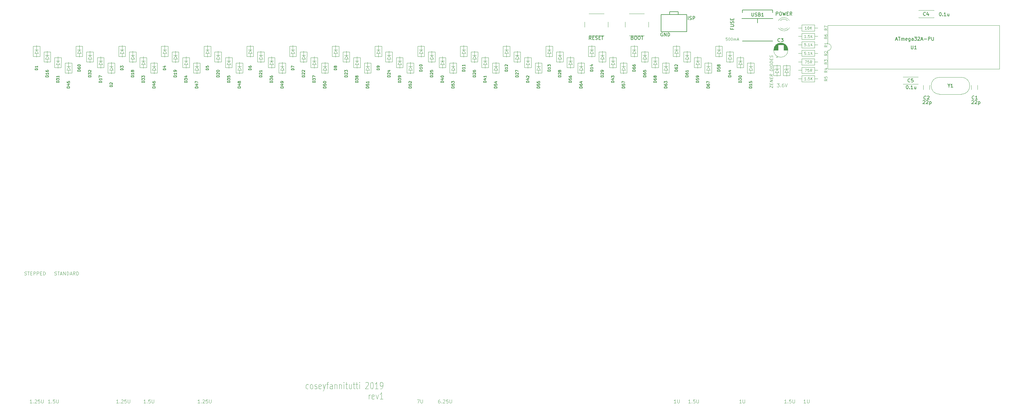
<source format=gbr>
G04 #@! TF.GenerationSoftware,KiCad,Pcbnew,(5.0.0)*
G04 #@! TF.CreationDate,2019-09-06T23:32:38-04:00*
G04 #@! TF.ProjectId,discipline-pcb,6469736369706C696E652D7063622E6B,rev?*
G04 #@! TF.SameCoordinates,Original*
G04 #@! TF.FileFunction,Legend,Top*
G04 #@! TF.FilePolarity,Positive*
%FSLAX46Y46*%
G04 Gerber Fmt 4.6, Leading zero omitted, Abs format (unit mm)*
G04 Created by KiCad (PCBNEW (5.0.0)) date 09/06/19 23:32:38*
%MOMM*%
%LPD*%
G01*
G04 APERTURE LIST*
%ADD10C,0.100000*%
%ADD11C,0.120000*%
%ADD12C,0.150000*%
%ADD13C,0.075000*%
%ADD14C,0.200000*%
%ADD15C,0.203200*%
G04 APERTURE END LIST*
D10*
X275347969Y-61241179D02*
X274967017Y-61241179D01*
X274928922Y-61622132D01*
X274967017Y-61584036D01*
X275043208Y-61545941D01*
X275233684Y-61545941D01*
X275309874Y-61584036D01*
X275347969Y-61622132D01*
X275386065Y-61698322D01*
X275386065Y-61888798D01*
X275347969Y-61964989D01*
X275309874Y-62003084D01*
X275233684Y-62041179D01*
X275043208Y-62041179D01*
X274967017Y-62003084D01*
X274928922Y-61964989D01*
X275881303Y-61241179D02*
X275957493Y-61241179D01*
X276033684Y-61279275D01*
X276071779Y-61317370D01*
X276109874Y-61393560D01*
X276147969Y-61545941D01*
X276147969Y-61736417D01*
X276109874Y-61888798D01*
X276071779Y-61964989D01*
X276033684Y-62003084D01*
X275957493Y-62041179D01*
X275881303Y-62041179D01*
X275805112Y-62003084D01*
X275767017Y-61964989D01*
X275728922Y-61888798D01*
X275690827Y-61736417D01*
X275690827Y-61545941D01*
X275728922Y-61393560D01*
X275767017Y-61317370D01*
X275805112Y-61279275D01*
X275881303Y-61241179D01*
X276643208Y-61241179D02*
X276719398Y-61241179D01*
X276795589Y-61279275D01*
X276833684Y-61317370D01*
X276871779Y-61393560D01*
X276909874Y-61545941D01*
X276909874Y-61736417D01*
X276871779Y-61888798D01*
X276833684Y-61964989D01*
X276795589Y-62003084D01*
X276719398Y-62041179D01*
X276643208Y-62041179D01*
X276567017Y-62003084D01*
X276528922Y-61964989D01*
X276490827Y-61888798D01*
X276452731Y-61736417D01*
X276452731Y-61545941D01*
X276490827Y-61393560D01*
X276528922Y-61317370D01*
X276567017Y-61279275D01*
X276643208Y-61241179D01*
X277252731Y-62041179D02*
X277252731Y-61507846D01*
X277252731Y-61584036D02*
X277290827Y-61545941D01*
X277367017Y-61507846D01*
X277481303Y-61507846D01*
X277557493Y-61545941D01*
X277595589Y-61622132D01*
X277595589Y-62041179D01*
X277595589Y-61622132D02*
X277633684Y-61545941D01*
X277709874Y-61507846D01*
X277824160Y-61507846D01*
X277900350Y-61545941D01*
X277938446Y-61622132D01*
X277938446Y-62041179D01*
X278281303Y-61812608D02*
X278662255Y-61812608D01*
X278205112Y-62041179D02*
X278471779Y-61241179D01*
X278738446Y-62041179D01*
X290127979Y-74833764D02*
X290747027Y-74833764D01*
X290413693Y-75214717D01*
X290556550Y-75214717D01*
X290651789Y-75262336D01*
X290699408Y-75309955D01*
X290747027Y-75405193D01*
X290747027Y-75643288D01*
X290699408Y-75738526D01*
X290651789Y-75786145D01*
X290556550Y-75833764D01*
X290270836Y-75833764D01*
X290175598Y-75786145D01*
X290127979Y-75738526D01*
X291175598Y-75738526D02*
X291223217Y-75786145D01*
X291175598Y-75833764D01*
X291127979Y-75786145D01*
X291175598Y-75738526D01*
X291175598Y-75833764D01*
X292080360Y-74833764D02*
X291889884Y-74833764D01*
X291794646Y-74881384D01*
X291747027Y-74929003D01*
X291651789Y-75071860D01*
X291604170Y-75262336D01*
X291604170Y-75643288D01*
X291651789Y-75738526D01*
X291699408Y-75786145D01*
X291794646Y-75833764D01*
X291985122Y-75833764D01*
X292080360Y-75786145D01*
X292127979Y-75738526D01*
X292175598Y-75643288D01*
X292175598Y-75405193D01*
X292127979Y-75309955D01*
X292080360Y-75262336D01*
X291985122Y-75214717D01*
X291794646Y-75214717D01*
X291699408Y-75262336D01*
X291651789Y-75309955D01*
X291604170Y-75405193D01*
X292461312Y-74833764D02*
X292794646Y-75833764D01*
X293127979Y-74833764D01*
X287944174Y-76009000D02*
X287944174Y-75409000D01*
X288844174Y-76121500D01*
X288844174Y-75521500D01*
X288372746Y-75119715D02*
X288372746Y-74819715D01*
X288844174Y-74750072D02*
X288844174Y-75178643D01*
X287944174Y-75066143D01*
X287944174Y-74637572D01*
X288844174Y-74364358D02*
X287944174Y-74251858D01*
X288844174Y-73850072D01*
X287944174Y-73737572D01*
X288372746Y-73362572D02*
X288372746Y-73062572D01*
X288844174Y-72992929D02*
X288844174Y-73421500D01*
X287944174Y-73309000D01*
X287944174Y-72880429D01*
X288844174Y-72092929D02*
X288415603Y-72339358D01*
X288844174Y-72607215D02*
X287944174Y-72494715D01*
X287944174Y-72151858D01*
X287987032Y-72071500D01*
X288029889Y-72034000D01*
X288115603Y-72001858D01*
X288244174Y-72017929D01*
X288329889Y-72071500D01*
X288372746Y-72119715D01*
X288415603Y-72210786D01*
X288415603Y-72553643D01*
X288844174Y-71021500D02*
X287944174Y-70909000D01*
X287944174Y-70694715D01*
X287987032Y-70571500D01*
X288072746Y-70496500D01*
X288158460Y-70464358D01*
X288329889Y-70442929D01*
X288458460Y-70459000D01*
X288629889Y-70523286D01*
X288715603Y-70576858D01*
X288801317Y-70673286D01*
X288844174Y-70807215D01*
X288844174Y-71021500D01*
X288844174Y-70121500D02*
X287944174Y-70009000D01*
X287944174Y-69409000D02*
X287944174Y-69237572D01*
X287987032Y-69157215D01*
X288072746Y-69082215D01*
X288244174Y-69060786D01*
X288544174Y-69098286D01*
X288715603Y-69162572D01*
X288801317Y-69259000D01*
X288844174Y-69350072D01*
X288844174Y-69521500D01*
X288801317Y-69601858D01*
X288715603Y-69676858D01*
X288544174Y-69698286D01*
X288244174Y-69660786D01*
X288072746Y-69596500D01*
X287987032Y-69500072D01*
X287944174Y-69409000D01*
X288844174Y-68750072D02*
X287944174Y-68637572D01*
X287944174Y-68423286D01*
X287987032Y-68300072D01*
X288072746Y-68225072D01*
X288158460Y-68192929D01*
X288329889Y-68171500D01*
X288458460Y-68187572D01*
X288629889Y-68251858D01*
X288715603Y-68305429D01*
X288801317Y-68401858D01*
X288844174Y-68535786D01*
X288844174Y-68750072D01*
X288372746Y-67791143D02*
X288372746Y-67491143D01*
X288844174Y-67421500D02*
X288844174Y-67850072D01*
X287944174Y-67737572D01*
X287944174Y-67309000D01*
X288801317Y-67073286D02*
X288844174Y-66950072D01*
X288844174Y-66735786D01*
X288801317Y-66644715D01*
X288758460Y-66596500D01*
X288672746Y-66542929D01*
X288587032Y-66532215D01*
X288501317Y-66564358D01*
X288458460Y-66601858D01*
X288415603Y-66682215D01*
X288372746Y-66848286D01*
X288329889Y-66928643D01*
X288287032Y-66966143D01*
X288201317Y-66998286D01*
X288115603Y-66987572D01*
X288029889Y-66934000D01*
X287987032Y-66885786D01*
X287944174Y-66794715D01*
X287944174Y-66580429D01*
X287987032Y-66457215D01*
D11*
X292176544Y-70762296D02*
X292421516Y-70499826D01*
X293511452Y-70499442D02*
X293756424Y-70236972D01*
X289294434Y-70761912D02*
X289539406Y-70499442D01*
X290641780Y-70499442D02*
X290886752Y-70236972D01*
D12*
X234976091Y-61764204D02*
X234642757Y-61288014D01*
X234404662Y-61764204D02*
X234404662Y-60764204D01*
X234785614Y-60764204D01*
X234880852Y-60811824D01*
X234928472Y-60859443D01*
X234976091Y-60954681D01*
X234976091Y-61097538D01*
X234928472Y-61192776D01*
X234880852Y-61240395D01*
X234785614Y-61288014D01*
X234404662Y-61288014D01*
X235404662Y-61240395D02*
X235737995Y-61240395D01*
X235880852Y-61764204D02*
X235404662Y-61764204D01*
X235404662Y-60764204D01*
X235880852Y-60764204D01*
X236261805Y-61716585D02*
X236404662Y-61764204D01*
X236642757Y-61764204D01*
X236737995Y-61716585D01*
X236785614Y-61668966D01*
X236833233Y-61573728D01*
X236833233Y-61478490D01*
X236785614Y-61383252D01*
X236737995Y-61335633D01*
X236642757Y-61288014D01*
X236452281Y-61240395D01*
X236357043Y-61192776D01*
X236309424Y-61145157D01*
X236261805Y-61049919D01*
X236261805Y-60954681D01*
X236309424Y-60859443D01*
X236357043Y-60811824D01*
X236452281Y-60764204D01*
X236690376Y-60764204D01*
X236833233Y-60811824D01*
X237261805Y-61240395D02*
X237595138Y-61240395D01*
X237737995Y-61764204D02*
X237261805Y-61764204D01*
X237261805Y-60764204D01*
X237737995Y-60764204D01*
X238023710Y-60764204D02*
X238595138Y-60764204D01*
X238309424Y-61764204D02*
X238309424Y-60764204D01*
X289872080Y-54573694D02*
X289872080Y-53573694D01*
X290253032Y-53573694D01*
X290348270Y-53621314D01*
X290395889Y-53668933D01*
X290443508Y-53764171D01*
X290443508Y-53907028D01*
X290395889Y-54002266D01*
X290348270Y-54049885D01*
X290253032Y-54097504D01*
X289872080Y-54097504D01*
X291062556Y-53573694D02*
X291253032Y-53573694D01*
X291348270Y-53621314D01*
X291443508Y-53716552D01*
X291491127Y-53907028D01*
X291491127Y-54240361D01*
X291443508Y-54430837D01*
X291348270Y-54526075D01*
X291253032Y-54573694D01*
X291062556Y-54573694D01*
X290967318Y-54526075D01*
X290872080Y-54430837D01*
X290824461Y-54240361D01*
X290824461Y-53907028D01*
X290872080Y-53716552D01*
X290967318Y-53621314D01*
X291062556Y-53573694D01*
X291824461Y-53573694D02*
X292062556Y-54573694D01*
X292253032Y-53859409D01*
X292443508Y-54573694D01*
X292681604Y-53573694D01*
X293062556Y-54049885D02*
X293395889Y-54049885D01*
X293538746Y-54573694D02*
X293062556Y-54573694D01*
X293062556Y-53573694D01*
X293538746Y-53573694D01*
X294538746Y-54573694D02*
X294205413Y-54097504D01*
X293967318Y-54573694D02*
X293967318Y-53573694D01*
X294348270Y-53573694D01*
X294443508Y-53621314D01*
X294491127Y-53668933D01*
X294538746Y-53764171D01*
X294538746Y-53907028D01*
X294491127Y-54002266D01*
X294443508Y-54049885D01*
X294348270Y-54097504D01*
X293967318Y-54097504D01*
X256191330Y-59814457D02*
X256096092Y-59766837D01*
X255953235Y-59766837D01*
X255810377Y-59814457D01*
X255715139Y-59909695D01*
X255667520Y-60004933D01*
X255619901Y-60195409D01*
X255619901Y-60338266D01*
X255667520Y-60528742D01*
X255715139Y-60623980D01*
X255810377Y-60719218D01*
X255953235Y-60766837D01*
X256048473Y-60766837D01*
X256191330Y-60719218D01*
X256238949Y-60671599D01*
X256238949Y-60338266D01*
X256048473Y-60338266D01*
X256667520Y-60766837D02*
X256667520Y-59766837D01*
X257238949Y-60766837D01*
X257238949Y-59766837D01*
X257715139Y-60766837D02*
X257715139Y-59766837D01*
X257953235Y-59766837D01*
X258096092Y-59814457D01*
X258191330Y-59909695D01*
X258238949Y-60004933D01*
X258286568Y-60195409D01*
X258286568Y-60338266D01*
X258238949Y-60528742D01*
X258191330Y-60623980D01*
X258096092Y-60719218D01*
X257953235Y-60766837D01*
X257715139Y-60766837D01*
X263746008Y-55884988D02*
X263746008Y-54884988D01*
X264174579Y-55837369D02*
X264317437Y-55884988D01*
X264555532Y-55884988D01*
X264650770Y-55837369D01*
X264698389Y-55789750D01*
X264746008Y-55694512D01*
X264746008Y-55599274D01*
X264698389Y-55504036D01*
X264650770Y-55456417D01*
X264555532Y-55408798D01*
X264365056Y-55361179D01*
X264269818Y-55313560D01*
X264222199Y-55265941D01*
X264174579Y-55170703D01*
X264174579Y-55075465D01*
X264222199Y-54980227D01*
X264269818Y-54932608D01*
X264365056Y-54884988D01*
X264603151Y-54884988D01*
X264746008Y-54932608D01*
X265174579Y-55884988D02*
X265174579Y-54884988D01*
X265555532Y-54884988D01*
X265650770Y-54932608D01*
X265698389Y-54980227D01*
X265746008Y-55075465D01*
X265746008Y-55218322D01*
X265698389Y-55313560D01*
X265650770Y-55361179D01*
X265555532Y-55408798D01*
X265174579Y-55408798D01*
D10*
X298639119Y-65440619D02*
X298258167Y-65440619D01*
X298220072Y-65821572D01*
X298258167Y-65783476D01*
X298334357Y-65745381D01*
X298524833Y-65745381D01*
X298601024Y-65783476D01*
X298639119Y-65821572D01*
X298677214Y-65897762D01*
X298677214Y-66088238D01*
X298639119Y-66164429D01*
X298601024Y-66202524D01*
X298524833Y-66240619D01*
X298334357Y-66240619D01*
X298258167Y-66202524D01*
X298220072Y-66164429D01*
X299020072Y-66164429D02*
X299058167Y-66202524D01*
X299020072Y-66240619D01*
X298981976Y-66202524D01*
X299020072Y-66164429D01*
X299020072Y-66240619D01*
X299820072Y-66240619D02*
X299362929Y-66240619D01*
X299591500Y-66240619D02*
X299591500Y-65440619D01*
X299515310Y-65554905D01*
X299439119Y-65631095D01*
X299362929Y-65669191D01*
X300162929Y-66240619D02*
X300162929Y-65440619D01*
X300620072Y-66240619D02*
X300277214Y-65783476D01*
X300620072Y-65440619D02*
X300162929Y-65897762D01*
X298639119Y-62887166D02*
X298258167Y-62887166D01*
X298220072Y-63268119D01*
X298258167Y-63230023D01*
X298334357Y-63191928D01*
X298524833Y-63191928D01*
X298601024Y-63230023D01*
X298639119Y-63268119D01*
X298677214Y-63344309D01*
X298677214Y-63534785D01*
X298639119Y-63610976D01*
X298601024Y-63649071D01*
X298524833Y-63687166D01*
X298334357Y-63687166D01*
X298258167Y-63649071D01*
X298220072Y-63610976D01*
X299020072Y-63610976D02*
X299058167Y-63649071D01*
X299020072Y-63687166D01*
X298981976Y-63649071D01*
X299020072Y-63610976D01*
X299020072Y-63687166D01*
X299820072Y-63687166D02*
X299362929Y-63687166D01*
X299591500Y-63687166D02*
X299591500Y-62887166D01*
X299515310Y-63001452D01*
X299439119Y-63077642D01*
X299362929Y-63115738D01*
X300162929Y-63687166D02*
X300162929Y-62887166D01*
X300620072Y-63687166D02*
X300277214Y-63230023D01*
X300620072Y-62887166D02*
X300162929Y-63344309D01*
X298627744Y-169726244D02*
X298056316Y-169726244D01*
X298342030Y-169726244D02*
X298342030Y-168726244D01*
X298246792Y-168869102D01*
X298151554Y-168964340D01*
X298056316Y-169011959D01*
X299056316Y-168726244D02*
X299056316Y-169535768D01*
X299103935Y-169631006D01*
X299151554Y-169678625D01*
X299246792Y-169726244D01*
X299437268Y-169726244D01*
X299532506Y-169678625D01*
X299580125Y-169631006D01*
X299627744Y-169535768D01*
X299627744Y-168726244D01*
X279537426Y-169726244D02*
X278965998Y-169726244D01*
X279251712Y-169726244D02*
X279251712Y-168726244D01*
X279156474Y-168869102D01*
X279061236Y-168964340D01*
X278965998Y-169011959D01*
X279965998Y-168726244D02*
X279965998Y-169535768D01*
X280013617Y-169631006D01*
X280061236Y-169678625D01*
X280156474Y-169726244D01*
X280346950Y-169726244D01*
X280442188Y-169678625D01*
X280489807Y-169631006D01*
X280537426Y-169535768D01*
X280537426Y-168726244D01*
X260127184Y-169726244D02*
X259555756Y-169726244D01*
X259841470Y-169726244D02*
X259841470Y-168726244D01*
X259746232Y-168869102D01*
X259650994Y-168964340D01*
X259555756Y-169011959D01*
X260555756Y-168726244D02*
X260555756Y-169535768D01*
X260603375Y-169631006D01*
X260650994Y-169678625D01*
X260746232Y-169726244D01*
X260936708Y-169726244D01*
X261031946Y-169678625D01*
X261079565Y-169631006D01*
X261127184Y-169535768D01*
X261127184Y-168726244D01*
X75753008Y-131673693D02*
X75895866Y-131721312D01*
X76133961Y-131721312D01*
X76229199Y-131673693D01*
X76276818Y-131626074D01*
X76324437Y-131530836D01*
X76324437Y-131435598D01*
X76276818Y-131340360D01*
X76229199Y-131292741D01*
X76133961Y-131245122D01*
X75943485Y-131197503D01*
X75848247Y-131149884D01*
X75800628Y-131102265D01*
X75753008Y-131007027D01*
X75753008Y-130911789D01*
X75800628Y-130816551D01*
X75848247Y-130768932D01*
X75943485Y-130721312D01*
X76181580Y-130721312D01*
X76324437Y-130768932D01*
X76610151Y-130721312D02*
X77181580Y-130721312D01*
X76895866Y-131721312D02*
X76895866Y-130721312D01*
X77467294Y-131435598D02*
X77943485Y-131435598D01*
X77372056Y-131721312D02*
X77705389Y-130721312D01*
X78038723Y-131721312D01*
X78372056Y-131721312D02*
X78372056Y-130721312D01*
X78943485Y-131721312D01*
X78943485Y-130721312D01*
X79419675Y-131721312D02*
X79419675Y-130721312D01*
X79657770Y-130721312D01*
X79800628Y-130768932D01*
X79895866Y-130864170D01*
X79943485Y-130959408D01*
X79991104Y-131149884D01*
X79991104Y-131292741D01*
X79943485Y-131483217D01*
X79895866Y-131578455D01*
X79800628Y-131673693D01*
X79657770Y-131721312D01*
X79419675Y-131721312D01*
X80372056Y-131435598D02*
X80848247Y-131435598D01*
X80276818Y-131721312D02*
X80610151Y-130721312D01*
X80943485Y-131721312D01*
X81848247Y-131721312D02*
X81514913Y-131245122D01*
X81276818Y-131721312D02*
X81276818Y-130721312D01*
X81657770Y-130721312D01*
X81753008Y-130768932D01*
X81800628Y-130816551D01*
X81848247Y-130911789D01*
X81848247Y-131054646D01*
X81800628Y-131149884D01*
X81753008Y-131197503D01*
X81657770Y-131245122D01*
X81276818Y-131245122D01*
X82276818Y-131721312D02*
X82276818Y-130721312D01*
X82514913Y-130721312D01*
X82657770Y-130768932D01*
X82753008Y-130864170D01*
X82800628Y-130959408D01*
X82848247Y-131149884D01*
X82848247Y-131292741D01*
X82800628Y-131483217D01*
X82753008Y-131578455D01*
X82657770Y-131673693D01*
X82514913Y-131721312D01*
X82276818Y-131721312D01*
X66832952Y-131673693D02*
X66975809Y-131721312D01*
X67213904Y-131721312D01*
X67309142Y-131673693D01*
X67356761Y-131626074D01*
X67404381Y-131530836D01*
X67404381Y-131435598D01*
X67356761Y-131340360D01*
X67309142Y-131292741D01*
X67213904Y-131245122D01*
X67023428Y-131197503D01*
X66928190Y-131149884D01*
X66880571Y-131102265D01*
X66832952Y-131007027D01*
X66832952Y-130911789D01*
X66880571Y-130816551D01*
X66928190Y-130768932D01*
X67023428Y-130721312D01*
X67261523Y-130721312D01*
X67404381Y-130768932D01*
X67690095Y-130721312D02*
X68261523Y-130721312D01*
X67975809Y-131721312D02*
X67975809Y-130721312D01*
X68594857Y-131197503D02*
X68928190Y-131197503D01*
X69071047Y-131721312D02*
X68594857Y-131721312D01*
X68594857Y-130721312D01*
X69071047Y-130721312D01*
X69499619Y-131721312D02*
X69499619Y-130721312D01*
X69880571Y-130721312D01*
X69975809Y-130768932D01*
X70023428Y-130816551D01*
X70071047Y-130911789D01*
X70071047Y-131054646D01*
X70023428Y-131149884D01*
X69975809Y-131197503D01*
X69880571Y-131245122D01*
X69499619Y-131245122D01*
X70499619Y-131721312D02*
X70499619Y-130721312D01*
X70880571Y-130721312D01*
X70975809Y-130768932D01*
X71023428Y-130816551D01*
X71071047Y-130911789D01*
X71071047Y-131054646D01*
X71023428Y-131149884D01*
X70975809Y-131197503D01*
X70880571Y-131245122D01*
X70499619Y-131245122D01*
X71499619Y-131197503D02*
X71832952Y-131197503D01*
X71975809Y-131721312D02*
X71499619Y-131721312D01*
X71499619Y-130721312D01*
X71975809Y-130721312D01*
X72404381Y-131721312D02*
X72404381Y-130721312D01*
X72642476Y-130721312D01*
X72785333Y-130768932D01*
X72880571Y-130864170D01*
X72928190Y-130959408D01*
X72975809Y-131149884D01*
X72975809Y-131292741D01*
X72928190Y-131483217D01*
X72880571Y-131578455D01*
X72785333Y-131673693D01*
X72642476Y-131721312D01*
X72404381Y-131721312D01*
X292887138Y-169726244D02*
X292315709Y-169726244D01*
X292601423Y-169726244D02*
X292601423Y-168726244D01*
X292506185Y-168869102D01*
X292410947Y-168964340D01*
X292315709Y-169011959D01*
X293315709Y-169631006D02*
X293363328Y-169678625D01*
X293315709Y-169726244D01*
X293268090Y-169678625D01*
X293315709Y-169631006D01*
X293315709Y-169726244D01*
X294268090Y-168726244D02*
X293791899Y-168726244D01*
X293744280Y-169202435D01*
X293791899Y-169154816D01*
X293887138Y-169107197D01*
X294125233Y-169107197D01*
X294220471Y-169154816D01*
X294268090Y-169202435D01*
X294315709Y-169297673D01*
X294315709Y-169535768D01*
X294268090Y-169631006D01*
X294220471Y-169678625D01*
X294125233Y-169726244D01*
X293887138Y-169726244D01*
X293791899Y-169678625D01*
X293744280Y-169631006D01*
X294744280Y-168726244D02*
X294744280Y-169535768D01*
X294791899Y-169631006D01*
X294839519Y-169678625D01*
X294934757Y-169726244D01*
X295125233Y-169726244D01*
X295220471Y-169678625D01*
X295268090Y-169631006D01*
X295315709Y-169535768D01*
X295315709Y-168726244D01*
X264399734Y-169726244D02*
X263828305Y-169726244D01*
X264114019Y-169726244D02*
X264114019Y-168726244D01*
X264018781Y-168869102D01*
X263923543Y-168964340D01*
X263828305Y-169011959D01*
X264828305Y-169631006D02*
X264875924Y-169678625D01*
X264828305Y-169726244D01*
X264780686Y-169678625D01*
X264828305Y-169631006D01*
X264828305Y-169726244D01*
X265780686Y-168726244D02*
X265304495Y-168726244D01*
X265256876Y-169202435D01*
X265304495Y-169154816D01*
X265399734Y-169107197D01*
X265637829Y-169107197D01*
X265733067Y-169154816D01*
X265780686Y-169202435D01*
X265828305Y-169297673D01*
X265828305Y-169535768D01*
X265780686Y-169631006D01*
X265733067Y-169678625D01*
X265637829Y-169726244D01*
X265399734Y-169726244D01*
X265304495Y-169678625D01*
X265256876Y-169631006D01*
X266256876Y-168726244D02*
X266256876Y-169535768D01*
X266304495Y-169631006D01*
X266352115Y-169678625D01*
X266447353Y-169726244D01*
X266637829Y-169726244D01*
X266733067Y-169678625D01*
X266780686Y-169631006D01*
X266828305Y-169535768D01*
X266828305Y-168726244D01*
X102757492Y-169726244D02*
X102186063Y-169726244D01*
X102471777Y-169726244D02*
X102471777Y-168726244D01*
X102376539Y-168869102D01*
X102281301Y-168964340D01*
X102186063Y-169011959D01*
X103186063Y-169631006D02*
X103233682Y-169678625D01*
X103186063Y-169726244D01*
X103138444Y-169678625D01*
X103186063Y-169631006D01*
X103186063Y-169726244D01*
X104138444Y-168726244D02*
X103662253Y-168726244D01*
X103614634Y-169202435D01*
X103662253Y-169154816D01*
X103757492Y-169107197D01*
X103995587Y-169107197D01*
X104090825Y-169154816D01*
X104138444Y-169202435D01*
X104186063Y-169297673D01*
X104186063Y-169535768D01*
X104138444Y-169631006D01*
X104090825Y-169678625D01*
X103995587Y-169726244D01*
X103757492Y-169726244D01*
X103662253Y-169678625D01*
X103614634Y-169631006D01*
X104614634Y-168726244D02*
X104614634Y-169535768D01*
X104662253Y-169631006D01*
X104709873Y-169678625D01*
X104805111Y-169726244D01*
X104995587Y-169726244D01*
X105090825Y-169678625D01*
X105138444Y-169631006D01*
X105186063Y-169535768D01*
X105186063Y-168726244D01*
X74411272Y-169726244D02*
X73839843Y-169726244D01*
X74125557Y-169726244D02*
X74125557Y-168726244D01*
X74030319Y-168869102D01*
X73935081Y-168964340D01*
X73839843Y-169011959D01*
X74839843Y-169631006D02*
X74887462Y-169678625D01*
X74839843Y-169726244D01*
X74792224Y-169678625D01*
X74839843Y-169631006D01*
X74839843Y-169726244D01*
X75792224Y-168726244D02*
X75316033Y-168726244D01*
X75268414Y-169202435D01*
X75316033Y-169154816D01*
X75411272Y-169107197D01*
X75649367Y-169107197D01*
X75744605Y-169154816D01*
X75792224Y-169202435D01*
X75839843Y-169297673D01*
X75839843Y-169535768D01*
X75792224Y-169631006D01*
X75744605Y-169678625D01*
X75649367Y-169726244D01*
X75411272Y-169726244D01*
X75316033Y-169678625D01*
X75268414Y-169631006D01*
X76268414Y-168726244D02*
X76268414Y-169535768D01*
X76316033Y-169631006D01*
X76363653Y-169678625D01*
X76458891Y-169726244D01*
X76649367Y-169726244D01*
X76744605Y-169678625D01*
X76792224Y-169631006D01*
X76839843Y-169535768D01*
X76839843Y-168726244D01*
X118816596Y-169726244D02*
X118245168Y-169726244D01*
X118530882Y-169726244D02*
X118530882Y-168726244D01*
X118435644Y-168869102D01*
X118340406Y-168964340D01*
X118245168Y-169011959D01*
X119245168Y-169631006D02*
X119292787Y-169678625D01*
X119245168Y-169726244D01*
X119197548Y-169678625D01*
X119245168Y-169631006D01*
X119245168Y-169726244D01*
X119673739Y-168821483D02*
X119721358Y-168773864D01*
X119816596Y-168726244D01*
X120054691Y-168726244D01*
X120149929Y-168773864D01*
X120197548Y-168821483D01*
X120245168Y-168916721D01*
X120245168Y-169011959D01*
X120197548Y-169154816D01*
X119626120Y-169726244D01*
X120245168Y-169726244D01*
X121149929Y-168726244D02*
X120673739Y-168726244D01*
X120626120Y-169202435D01*
X120673739Y-169154816D01*
X120768977Y-169107197D01*
X121007072Y-169107197D01*
X121102310Y-169154816D01*
X121149929Y-169202435D01*
X121197548Y-169297673D01*
X121197548Y-169535768D01*
X121149929Y-169631006D01*
X121102310Y-169678625D01*
X121007072Y-169726244D01*
X120768977Y-169726244D01*
X120673739Y-169678625D01*
X120626120Y-169631006D01*
X121626120Y-168726244D02*
X121626120Y-169535768D01*
X121673739Y-169631006D01*
X121721358Y-169678625D01*
X121816596Y-169726244D01*
X122007072Y-169726244D01*
X122102310Y-169678625D01*
X122149929Y-169631006D01*
X122197548Y-169535768D01*
X122197548Y-168726244D01*
X94669816Y-169726244D02*
X94098388Y-169726244D01*
X94384102Y-169726244D02*
X94384102Y-168726244D01*
X94288864Y-168869102D01*
X94193626Y-168964340D01*
X94098388Y-169011959D01*
X95098388Y-169631006D02*
X95146007Y-169678625D01*
X95098388Y-169726244D01*
X95050768Y-169678625D01*
X95098388Y-169631006D01*
X95098388Y-169726244D01*
X95526959Y-168821483D02*
X95574578Y-168773864D01*
X95669816Y-168726244D01*
X95907911Y-168726244D01*
X96003149Y-168773864D01*
X96050768Y-168821483D01*
X96098388Y-168916721D01*
X96098388Y-169011959D01*
X96050768Y-169154816D01*
X95479340Y-169726244D01*
X96098388Y-169726244D01*
X97003149Y-168726244D02*
X96526959Y-168726244D01*
X96479340Y-169202435D01*
X96526959Y-169154816D01*
X96622197Y-169107197D01*
X96860292Y-169107197D01*
X96955530Y-169154816D01*
X97003149Y-169202435D01*
X97050768Y-169297673D01*
X97050768Y-169535768D01*
X97003149Y-169631006D01*
X96955530Y-169678625D01*
X96860292Y-169726244D01*
X96622197Y-169726244D01*
X96526959Y-169678625D01*
X96479340Y-169631006D01*
X97479340Y-168726244D02*
X97479340Y-169535768D01*
X97526959Y-169631006D01*
X97574578Y-169678625D01*
X97669816Y-169726244D01*
X97860292Y-169726244D01*
X97955530Y-169678625D01*
X98003149Y-169631006D01*
X98050768Y-169535768D01*
X98050768Y-168726244D01*
X69000739Y-169726244D02*
X68429311Y-169726244D01*
X68715025Y-169726244D02*
X68715025Y-168726244D01*
X68619787Y-168869102D01*
X68524549Y-168964340D01*
X68429311Y-169011959D01*
X69429311Y-169631006D02*
X69476930Y-169678625D01*
X69429311Y-169726244D01*
X69381691Y-169678625D01*
X69429311Y-169631006D01*
X69429311Y-169726244D01*
X69857882Y-168821483D02*
X69905501Y-168773864D01*
X70000739Y-168726244D01*
X70238834Y-168726244D01*
X70334072Y-168773864D01*
X70381691Y-168821483D01*
X70429311Y-168916721D01*
X70429311Y-169011959D01*
X70381691Y-169154816D01*
X69810263Y-169726244D01*
X70429311Y-169726244D01*
X71334072Y-168726244D02*
X70857882Y-168726244D01*
X70810263Y-169202435D01*
X70857882Y-169154816D01*
X70953120Y-169107197D01*
X71191215Y-169107197D01*
X71286453Y-169154816D01*
X71334072Y-169202435D01*
X71381691Y-169297673D01*
X71381691Y-169535768D01*
X71334072Y-169631006D01*
X71286453Y-169678625D01*
X71191215Y-169726244D01*
X70953120Y-169726244D01*
X70857882Y-169678625D01*
X70810263Y-169631006D01*
X71810263Y-168726244D02*
X71810263Y-169535768D01*
X71857882Y-169631006D01*
X71905501Y-169678625D01*
X72000739Y-169726244D01*
X72191215Y-169726244D01*
X72286453Y-169678625D01*
X72334072Y-169631006D01*
X72381691Y-169535768D01*
X72381691Y-168726244D01*
D13*
X151015348Y-165433031D02*
X150872491Y-165528269D01*
X150586777Y-165528269D01*
X150443920Y-165433031D01*
X150372491Y-165337793D01*
X150301062Y-165147317D01*
X150301062Y-164575888D01*
X150372491Y-164385412D01*
X150443920Y-164290174D01*
X150586777Y-164194936D01*
X150872491Y-164194936D01*
X151015348Y-164290174D01*
X151872491Y-165528269D02*
X151729634Y-165433031D01*
X151658205Y-165337793D01*
X151586777Y-165147317D01*
X151586777Y-164575888D01*
X151658205Y-164385412D01*
X151729634Y-164290174D01*
X151872491Y-164194936D01*
X152086777Y-164194936D01*
X152229634Y-164290174D01*
X152301062Y-164385412D01*
X152372491Y-164575888D01*
X152372491Y-165147317D01*
X152301062Y-165337793D01*
X152229634Y-165433031D01*
X152086777Y-165528269D01*
X151872491Y-165528269D01*
X152943920Y-165433031D02*
X153086777Y-165528269D01*
X153372491Y-165528269D01*
X153515348Y-165433031D01*
X153586777Y-165242555D01*
X153586777Y-165147317D01*
X153515348Y-164956841D01*
X153372491Y-164861603D01*
X153158205Y-164861603D01*
X153015348Y-164766365D01*
X152943920Y-164575888D01*
X152943920Y-164480650D01*
X153015348Y-164290174D01*
X153158205Y-164194936D01*
X153372491Y-164194936D01*
X153515348Y-164290174D01*
X154801062Y-165433031D02*
X154658205Y-165528269D01*
X154372491Y-165528269D01*
X154229634Y-165433031D01*
X154158205Y-165242555D01*
X154158205Y-164480650D01*
X154229634Y-164290174D01*
X154372491Y-164194936D01*
X154658205Y-164194936D01*
X154801062Y-164290174D01*
X154872491Y-164480650D01*
X154872491Y-164671127D01*
X154158205Y-164861603D01*
X155372491Y-164194936D02*
X155729634Y-165528269D01*
X156086777Y-164194936D02*
X155729634Y-165528269D01*
X155586777Y-166004460D01*
X155515348Y-166099698D01*
X155372491Y-166194936D01*
X156443920Y-164194936D02*
X157015348Y-164194936D01*
X156658205Y-165528269D02*
X156658205Y-163813984D01*
X156729634Y-163623508D01*
X156872491Y-163528269D01*
X157015348Y-163528269D01*
X158158205Y-165528269D02*
X158158205Y-164480650D01*
X158086777Y-164290174D01*
X157943920Y-164194936D01*
X157658205Y-164194936D01*
X157515348Y-164290174D01*
X158158205Y-165433031D02*
X158015348Y-165528269D01*
X157658205Y-165528269D01*
X157515348Y-165433031D01*
X157443920Y-165242555D01*
X157443920Y-165052079D01*
X157515348Y-164861603D01*
X157658205Y-164766365D01*
X158015348Y-164766365D01*
X158158205Y-164671127D01*
X158872491Y-164194936D02*
X158872491Y-165528269D01*
X158872491Y-164385412D02*
X158943920Y-164290174D01*
X159086777Y-164194936D01*
X159301062Y-164194936D01*
X159443920Y-164290174D01*
X159515348Y-164480650D01*
X159515348Y-165528269D01*
X160229634Y-164194936D02*
X160229634Y-165528269D01*
X160229634Y-164385412D02*
X160301062Y-164290174D01*
X160443920Y-164194936D01*
X160658205Y-164194936D01*
X160801062Y-164290174D01*
X160872491Y-164480650D01*
X160872491Y-165528269D01*
X161586777Y-165528269D02*
X161586777Y-164194936D01*
X161586777Y-163528269D02*
X161515348Y-163623508D01*
X161586777Y-163718746D01*
X161658205Y-163623508D01*
X161586777Y-163528269D01*
X161586777Y-163718746D01*
X162086777Y-164194936D02*
X162658205Y-164194936D01*
X162301062Y-163528269D02*
X162301062Y-165242555D01*
X162372491Y-165433031D01*
X162515348Y-165528269D01*
X162658205Y-165528269D01*
X163801062Y-164194936D02*
X163801062Y-165528269D01*
X163158205Y-164194936D02*
X163158205Y-165242555D01*
X163229634Y-165433031D01*
X163372491Y-165528269D01*
X163586777Y-165528269D01*
X163729634Y-165433031D01*
X163801062Y-165337793D01*
X164301062Y-164194936D02*
X164872491Y-164194936D01*
X164515348Y-163528269D02*
X164515348Y-165242555D01*
X164586777Y-165433031D01*
X164729634Y-165528269D01*
X164872491Y-165528269D01*
X165158205Y-164194936D02*
X165729634Y-164194936D01*
X165372491Y-163528269D02*
X165372491Y-165242555D01*
X165443920Y-165433031D01*
X165586777Y-165528269D01*
X165729634Y-165528269D01*
X166229634Y-165528269D02*
X166229634Y-164194936D01*
X166229634Y-163528269D02*
X166158205Y-163623508D01*
X166229634Y-163718746D01*
X166301062Y-163623508D01*
X166229634Y-163528269D01*
X166229634Y-163718746D01*
X168015348Y-163718746D02*
X168086777Y-163623508D01*
X168229634Y-163528269D01*
X168586777Y-163528269D01*
X168729634Y-163623508D01*
X168801062Y-163718746D01*
X168872491Y-163909222D01*
X168872491Y-164099698D01*
X168801062Y-164385412D01*
X167943920Y-165528269D01*
X168872491Y-165528269D01*
X169801062Y-163528269D02*
X169943920Y-163528269D01*
X170086777Y-163623508D01*
X170158205Y-163718746D01*
X170229634Y-163909222D01*
X170301062Y-164290174D01*
X170301062Y-164766365D01*
X170229634Y-165147317D01*
X170158205Y-165337793D01*
X170086777Y-165433031D01*
X169943920Y-165528269D01*
X169801062Y-165528269D01*
X169658205Y-165433031D01*
X169586777Y-165337793D01*
X169515348Y-165147317D01*
X169443920Y-164766365D01*
X169443920Y-164290174D01*
X169515348Y-163909222D01*
X169586777Y-163718746D01*
X169658205Y-163623508D01*
X169801062Y-163528269D01*
X171729634Y-165528269D02*
X170872491Y-165528269D01*
X171301062Y-165528269D02*
X171301062Y-163528269D01*
X171158205Y-163813984D01*
X171015348Y-164004460D01*
X170872491Y-164099698D01*
X172443920Y-165528269D02*
X172729634Y-165528269D01*
X172872491Y-165433031D01*
X172943920Y-165337793D01*
X173086777Y-165052079D01*
X173158205Y-164671127D01*
X173158205Y-163909222D01*
X173086777Y-163718746D01*
X173015348Y-163623508D01*
X172872491Y-163528269D01*
X172586777Y-163528269D01*
X172443920Y-163623508D01*
X172372491Y-163718746D01*
X172301062Y-163909222D01*
X172301062Y-164385412D01*
X172372491Y-164575888D01*
X172443920Y-164671127D01*
X172586777Y-164766365D01*
X172872491Y-164766365D01*
X173015348Y-164671127D01*
X173086777Y-164575888D01*
X173158205Y-164385412D01*
X169015348Y-168603269D02*
X169015348Y-167269936D01*
X169015348Y-167650888D02*
X169086777Y-167460412D01*
X169158205Y-167365174D01*
X169301062Y-167269936D01*
X169443920Y-167269936D01*
X170515348Y-168508031D02*
X170372491Y-168603269D01*
X170086777Y-168603269D01*
X169943920Y-168508031D01*
X169872491Y-168317555D01*
X169872491Y-167555650D01*
X169943920Y-167365174D01*
X170086777Y-167269936D01*
X170372491Y-167269936D01*
X170515348Y-167365174D01*
X170586777Y-167555650D01*
X170586777Y-167746127D01*
X169872491Y-167936603D01*
X171086777Y-167269936D02*
X171443920Y-168603269D01*
X171801062Y-167269936D01*
X173158205Y-168603269D02*
X172301062Y-168603269D01*
X172729634Y-168603269D02*
X172729634Y-166603269D01*
X172586777Y-166888984D01*
X172443920Y-167079460D01*
X172301062Y-167174698D01*
D14*
G04 #@! TO.C,J1*
X260780364Y-54318500D02*
X260780364Y-53518500D01*
X260780364Y-53518500D02*
X258230364Y-53518500D01*
X258230364Y-53518500D02*
X258230364Y-54318500D01*
D15*
X255720364Y-54328500D02*
X263340364Y-54328500D01*
X263340364Y-59408500D02*
X255720364Y-59408500D01*
X255720364Y-59408500D02*
X255720364Y-54328500D01*
X263340364Y-54328500D02*
X263340364Y-59408500D01*
D12*
G04 #@! TO.C,USB1*
X288950002Y-55538652D02*
X279700002Y-55538652D01*
X288800002Y-62198652D02*
X279850002Y-62198652D01*
X279845002Y-53788652D02*
X279850002Y-53028652D01*
X288800002Y-53028652D02*
X279850002Y-53028652D01*
X288800002Y-53028652D02*
X288805002Y-53788652D01*
X284325002Y-55538652D02*
X284325002Y-56808652D01*
D11*
G04 #@! TO.C,D1*
X69376818Y-63793242D02*
X69376818Y-66763242D01*
X71376818Y-63783242D02*
X71366818Y-66773242D01*
X69376818Y-66773242D02*
X71366818Y-66773242D01*
X70386818Y-66983242D02*
X70386818Y-65863242D01*
X70386818Y-63523242D02*
X70386818Y-64803242D01*
X69376818Y-63783242D02*
X71376818Y-63783242D01*
X70386818Y-64913242D02*
X70926818Y-65863242D01*
X70376818Y-64923242D02*
X69846818Y-65833242D01*
X69846818Y-65863242D02*
X70926818Y-65863242D01*
X69846818Y-64813242D02*
X70926818Y-64813242D01*
G04 #@! TO.C,D45*
X78885207Y-68753829D02*
X78885207Y-71723829D01*
X80885207Y-68743829D02*
X80875207Y-71733829D01*
X78885207Y-71733829D02*
X80875207Y-71733829D01*
X79895207Y-71943829D02*
X79895207Y-70823829D01*
X79895207Y-68483829D02*
X79895207Y-69763829D01*
X78885207Y-68743829D02*
X80885207Y-68743829D01*
X79895207Y-69873829D02*
X80435207Y-70823829D01*
X79885207Y-69883829D02*
X79355207Y-70793829D01*
X79355207Y-70823829D02*
X80435207Y-70823829D01*
X79355207Y-69773829D02*
X80435207Y-69773829D01*
G04 #@! TO.C,D2*
X91563059Y-68753829D02*
X91563059Y-71723829D01*
X93563059Y-68743829D02*
X93553059Y-71733829D01*
X91563059Y-71733829D02*
X93553059Y-71733829D01*
X92573059Y-71943829D02*
X92573059Y-70823829D01*
X92573059Y-68483829D02*
X92573059Y-69763829D01*
X91563059Y-68743829D02*
X93563059Y-68743829D01*
X92573059Y-69873829D02*
X93113059Y-70823829D01*
X92563059Y-69883829D02*
X92033059Y-70793829D01*
X92033059Y-70823829D02*
X93113059Y-70823829D01*
X92033059Y-69773829D02*
X93113059Y-69773829D01*
G04 #@! TO.C,D3*
X94732522Y-63793242D02*
X94732522Y-66763242D01*
X96732522Y-63783242D02*
X96722522Y-66773242D01*
X94732522Y-66773242D02*
X96722522Y-66773242D01*
X95742522Y-66983242D02*
X95742522Y-65863242D01*
X95742522Y-63523242D02*
X95742522Y-64803242D01*
X94732522Y-63783242D02*
X96732522Y-63783242D01*
X95742522Y-64913242D02*
X96282522Y-65863242D01*
X95732522Y-64923242D02*
X95202522Y-65833242D01*
X95202522Y-65863242D02*
X96282522Y-65863242D01*
X95202522Y-64813242D02*
X96282522Y-64813242D01*
G04 #@! TO.C,D4*
X107410374Y-63793242D02*
X107410374Y-66763242D01*
X109410374Y-63783242D02*
X109400374Y-66773242D01*
X107410374Y-66773242D02*
X109400374Y-66773242D01*
X108420374Y-66983242D02*
X108420374Y-65863242D01*
X108420374Y-63523242D02*
X108420374Y-64803242D01*
X107410374Y-63783242D02*
X109410374Y-63783242D01*
X108420374Y-64913242D02*
X108960374Y-65863242D01*
X108410374Y-64923242D02*
X107880374Y-65833242D01*
X107880374Y-65863242D02*
X108960374Y-65863242D01*
X107880374Y-64813242D02*
X108960374Y-64813242D01*
G04 #@! TO.C,D5*
X120088226Y-63793242D02*
X120088226Y-66763242D01*
X122088226Y-63783242D02*
X122078226Y-66773242D01*
X120088226Y-66773242D02*
X122078226Y-66773242D01*
X121098226Y-66983242D02*
X121098226Y-65863242D01*
X121098226Y-63523242D02*
X121098226Y-64803242D01*
X120088226Y-63783242D02*
X122088226Y-63783242D01*
X121098226Y-64913242D02*
X121638226Y-65863242D01*
X121088226Y-64923242D02*
X120558226Y-65833242D01*
X120558226Y-65863242D02*
X121638226Y-65863242D01*
X120558226Y-64813242D02*
X121638226Y-64813242D01*
G04 #@! TO.C,D6*
X132766078Y-63793242D02*
X132766078Y-66763242D01*
X134766078Y-63783242D02*
X134756078Y-66773242D01*
X132766078Y-66773242D02*
X134756078Y-66773242D01*
X133776078Y-66983242D02*
X133776078Y-65863242D01*
X133776078Y-63523242D02*
X133776078Y-64803242D01*
X132766078Y-63783242D02*
X134766078Y-63783242D01*
X133776078Y-64913242D02*
X134316078Y-65863242D01*
X133766078Y-64923242D02*
X133236078Y-65833242D01*
X133236078Y-65863242D02*
X134316078Y-65863242D01*
X133236078Y-64813242D02*
X134316078Y-64813242D01*
G04 #@! TO.C,D7*
X145443930Y-63793242D02*
X145443930Y-66763242D01*
X147443930Y-63783242D02*
X147433930Y-66773242D01*
X145443930Y-66773242D02*
X147433930Y-66773242D01*
X146453930Y-66983242D02*
X146453930Y-65863242D01*
X146453930Y-63523242D02*
X146453930Y-64803242D01*
X145443930Y-63783242D02*
X147443930Y-63783242D01*
X146453930Y-64913242D02*
X146993930Y-65863242D01*
X146443930Y-64923242D02*
X145913930Y-65833242D01*
X145913930Y-65863242D02*
X146993930Y-65863242D01*
X145913930Y-64813242D02*
X146993930Y-64813242D01*
G04 #@! TO.C,D8*
X158121782Y-63793242D02*
X158121782Y-66763242D01*
X160121782Y-63783242D02*
X160111782Y-66773242D01*
X158121782Y-66773242D02*
X160111782Y-66773242D01*
X159131782Y-66983242D02*
X159131782Y-65863242D01*
X159131782Y-63523242D02*
X159131782Y-64803242D01*
X158121782Y-63783242D02*
X160121782Y-63783242D01*
X159131782Y-64913242D02*
X159671782Y-65863242D01*
X159121782Y-64923242D02*
X158591782Y-65833242D01*
X158591782Y-65863242D02*
X159671782Y-65863242D01*
X158591782Y-64813242D02*
X159671782Y-64813242D01*
G04 #@! TO.C,D9*
X170799634Y-63793242D02*
X170799634Y-66763242D01*
X172799634Y-63783242D02*
X172789634Y-66773242D01*
X170799634Y-66773242D02*
X172789634Y-66773242D01*
X171809634Y-66983242D02*
X171809634Y-65863242D01*
X171809634Y-63523242D02*
X171809634Y-64803242D01*
X170799634Y-63783242D02*
X172799634Y-63783242D01*
X171809634Y-64913242D02*
X172349634Y-65863242D01*
X171799634Y-64923242D02*
X171269634Y-65833242D01*
X171269634Y-65863242D02*
X172349634Y-65863242D01*
X171269634Y-64813242D02*
X172349634Y-64813242D01*
G04 #@! TO.C,D10*
X183477486Y-63793242D02*
X183477486Y-66763242D01*
X185477486Y-63783242D02*
X185467486Y-66773242D01*
X183477486Y-66773242D02*
X185467486Y-66773242D01*
X184487486Y-66983242D02*
X184487486Y-65863242D01*
X184487486Y-63523242D02*
X184487486Y-64803242D01*
X183477486Y-63783242D02*
X185477486Y-63783242D01*
X184487486Y-64913242D02*
X185027486Y-65863242D01*
X184477486Y-64923242D02*
X183947486Y-65833242D01*
X183947486Y-65863242D02*
X185027486Y-65863242D01*
X183947486Y-64813242D02*
X185027486Y-64813242D01*
G04 #@! TO.C,D11*
X196155338Y-63793242D02*
X196155338Y-66763242D01*
X198155338Y-63783242D02*
X198145338Y-66773242D01*
X196155338Y-66773242D02*
X198145338Y-66773242D01*
X197165338Y-66983242D02*
X197165338Y-65863242D01*
X197165338Y-63523242D02*
X197165338Y-64803242D01*
X196155338Y-63783242D02*
X198155338Y-63783242D01*
X197165338Y-64913242D02*
X197705338Y-65863242D01*
X197155338Y-64923242D02*
X196625338Y-65833242D01*
X196625338Y-65863242D02*
X197705338Y-65863242D01*
X196625338Y-64813242D02*
X197705338Y-64813242D01*
G04 #@! TO.C,D12*
X208833190Y-63793242D02*
X208833190Y-66763242D01*
X210833190Y-63783242D02*
X210823190Y-66773242D01*
X208833190Y-66773242D02*
X210823190Y-66773242D01*
X209843190Y-66983242D02*
X209843190Y-65863242D01*
X209843190Y-63523242D02*
X209843190Y-64803242D01*
X208833190Y-63783242D02*
X210833190Y-63783242D01*
X209843190Y-64913242D02*
X210383190Y-65863242D01*
X209833190Y-64923242D02*
X209303190Y-65833242D01*
X209303190Y-65863242D02*
X210383190Y-65863242D01*
X209303190Y-64813242D02*
X210383190Y-64813242D01*
G04 #@! TO.C,D13*
X221511042Y-63793242D02*
X221511042Y-66763242D01*
X223511042Y-63783242D02*
X223501042Y-66773242D01*
X221511042Y-66773242D02*
X223501042Y-66773242D01*
X222521042Y-66983242D02*
X222521042Y-65863242D01*
X222521042Y-63523242D02*
X222521042Y-64803242D01*
X221511042Y-63783242D02*
X223511042Y-63783242D01*
X222521042Y-64913242D02*
X223061042Y-65863242D01*
X222511042Y-64923242D02*
X221981042Y-65833242D01*
X221981042Y-65863242D02*
X223061042Y-65863242D01*
X221981042Y-64813242D02*
X223061042Y-64813242D01*
G04 #@! TO.C,D14*
X234118910Y-63793242D02*
X234118910Y-66763242D01*
X236118910Y-63783242D02*
X236108910Y-66773242D01*
X234118910Y-66773242D02*
X236108910Y-66773242D01*
X235128910Y-66983242D02*
X235128910Y-65863242D01*
X235128910Y-63523242D02*
X235128910Y-64803242D01*
X234118910Y-63783242D02*
X236118910Y-63783242D01*
X235128910Y-64913242D02*
X235668910Y-65863242D01*
X235118910Y-64923242D02*
X234588910Y-65833242D01*
X234588910Y-65863242D02*
X235668910Y-65863242D01*
X234588910Y-64813242D02*
X235668910Y-64813242D01*
G04 #@! TO.C,D15*
X281318463Y-68753829D02*
X281318463Y-71723829D01*
X283318463Y-68743829D02*
X283308463Y-71733829D01*
X281318463Y-71733829D02*
X283308463Y-71733829D01*
X282328463Y-71943829D02*
X282328463Y-70823829D01*
X282328463Y-68483829D02*
X282328463Y-69763829D01*
X281318463Y-68743829D02*
X283318463Y-68743829D01*
X282328463Y-69873829D02*
X282868463Y-70823829D01*
X282318463Y-69883829D02*
X281788463Y-70793829D01*
X281788463Y-70823829D02*
X282868463Y-70823829D01*
X281788463Y-69773829D02*
X282868463Y-69773829D01*
G04 #@! TO.C,D16*
X72546281Y-65446771D02*
X72546281Y-68416771D01*
X74546281Y-65436771D02*
X74536281Y-68426771D01*
X72546281Y-68426771D02*
X74536281Y-68426771D01*
X73556281Y-68636771D02*
X73556281Y-67516771D01*
X73556281Y-65176771D02*
X73556281Y-66456771D01*
X72546281Y-65436771D02*
X74546281Y-65436771D01*
X73556281Y-66566771D02*
X74096281Y-67516771D01*
X73546281Y-66576771D02*
X73016281Y-67486771D01*
X73016281Y-67516771D02*
X74096281Y-67516771D01*
X73016281Y-66466771D02*
X74096281Y-66466771D01*
G04 #@! TO.C,D17*
X88393596Y-67100300D02*
X88393596Y-70070300D01*
X90393596Y-67090300D02*
X90383596Y-70080300D01*
X88393596Y-70080300D02*
X90383596Y-70080300D01*
X89403596Y-70290300D02*
X89403596Y-69170300D01*
X89403596Y-66830300D02*
X89403596Y-68110300D01*
X88393596Y-67090300D02*
X90393596Y-67090300D01*
X89403596Y-68220300D02*
X89943596Y-69170300D01*
X89393596Y-68230300D02*
X88863596Y-69140300D01*
X88863596Y-69170300D02*
X89943596Y-69170300D01*
X88863596Y-68120300D02*
X89943596Y-68120300D01*
G04 #@! TO.C,D18*
X97901985Y-65446771D02*
X97901985Y-68416771D01*
X99901985Y-65436771D02*
X99891985Y-68426771D01*
X97901985Y-68426771D02*
X99891985Y-68426771D01*
X98911985Y-68636771D02*
X98911985Y-67516771D01*
X98911985Y-65176771D02*
X98911985Y-66456771D01*
X97901985Y-65436771D02*
X99901985Y-65436771D01*
X98911985Y-66566771D02*
X99451985Y-67516771D01*
X98901985Y-66576771D02*
X98371985Y-67486771D01*
X98371985Y-67516771D02*
X99451985Y-67516771D01*
X98371985Y-66466771D02*
X99451985Y-66466771D01*
G04 #@! TO.C,D19*
X110579837Y-65446771D02*
X110579837Y-68416771D01*
X112579837Y-65436771D02*
X112569837Y-68426771D01*
X110579837Y-68426771D02*
X112569837Y-68426771D01*
X111589837Y-68636771D02*
X111589837Y-67516771D01*
X111589837Y-65176771D02*
X111589837Y-66456771D01*
X110579837Y-65436771D02*
X112579837Y-65436771D01*
X111589837Y-66566771D02*
X112129837Y-67516771D01*
X111579837Y-66576771D02*
X111049837Y-67486771D01*
X111049837Y-67516771D02*
X112129837Y-67516771D01*
X111049837Y-66466771D02*
X112129837Y-66466771D01*
G04 #@! TO.C,D20*
X123257689Y-65446771D02*
X123257689Y-68416771D01*
X125257689Y-65436771D02*
X125247689Y-68426771D01*
X123257689Y-68426771D02*
X125247689Y-68426771D01*
X124267689Y-68636771D02*
X124267689Y-67516771D01*
X124267689Y-65176771D02*
X124267689Y-66456771D01*
X123257689Y-65436771D02*
X125257689Y-65436771D01*
X124267689Y-66566771D02*
X124807689Y-67516771D01*
X124257689Y-66576771D02*
X123727689Y-67486771D01*
X123727689Y-67516771D02*
X124807689Y-67516771D01*
X123727689Y-66466771D02*
X124807689Y-66466771D01*
G04 #@! TO.C,D21*
X135935541Y-65446771D02*
X135935541Y-68416771D01*
X137935541Y-65436771D02*
X137925541Y-68426771D01*
X135935541Y-68426771D02*
X137925541Y-68426771D01*
X136945541Y-68636771D02*
X136945541Y-67516771D01*
X136945541Y-65176771D02*
X136945541Y-66456771D01*
X135935541Y-65436771D02*
X137935541Y-65436771D01*
X136945541Y-66566771D02*
X137485541Y-67516771D01*
X136935541Y-66576771D02*
X136405541Y-67486771D01*
X136405541Y-67516771D02*
X137485541Y-67516771D01*
X136405541Y-66466771D02*
X137485541Y-66466771D01*
G04 #@! TO.C,D22*
X148613393Y-65446771D02*
X148613393Y-68416771D01*
X150613393Y-65436771D02*
X150603393Y-68426771D01*
X148613393Y-68426771D02*
X150603393Y-68426771D01*
X149623393Y-68636771D02*
X149623393Y-67516771D01*
X149623393Y-65176771D02*
X149623393Y-66456771D01*
X148613393Y-65436771D02*
X150613393Y-65436771D01*
X149623393Y-66566771D02*
X150163393Y-67516771D01*
X149613393Y-66576771D02*
X149083393Y-67486771D01*
X149083393Y-67516771D02*
X150163393Y-67516771D01*
X149083393Y-66466771D02*
X150163393Y-66466771D01*
G04 #@! TO.C,D23*
X161291245Y-65446771D02*
X161291245Y-68416771D01*
X163291245Y-65436771D02*
X163281245Y-68426771D01*
X161291245Y-68426771D02*
X163281245Y-68426771D01*
X162301245Y-68636771D02*
X162301245Y-67516771D01*
X162301245Y-65176771D02*
X162301245Y-66456771D01*
X161291245Y-65436771D02*
X163291245Y-65436771D01*
X162301245Y-66566771D02*
X162841245Y-67516771D01*
X162291245Y-66576771D02*
X161761245Y-67486771D01*
X161761245Y-67516771D02*
X162841245Y-67516771D01*
X161761245Y-66466771D02*
X162841245Y-66466771D01*
G04 #@! TO.C,D24*
X173969097Y-65446771D02*
X173969097Y-68416771D01*
X175969097Y-65436771D02*
X175959097Y-68426771D01*
X173969097Y-68426771D02*
X175959097Y-68426771D01*
X174979097Y-68636771D02*
X174979097Y-67516771D01*
X174979097Y-65176771D02*
X174979097Y-66456771D01*
X173969097Y-65436771D02*
X175969097Y-65436771D01*
X174979097Y-66566771D02*
X175519097Y-67516771D01*
X174969097Y-66576771D02*
X174439097Y-67486771D01*
X174439097Y-67516771D02*
X175519097Y-67516771D01*
X174439097Y-66466771D02*
X175519097Y-66466771D01*
G04 #@! TO.C,D25*
X186646949Y-65446771D02*
X186646949Y-68416771D01*
X188646949Y-65436771D02*
X188636949Y-68426771D01*
X186646949Y-68426771D02*
X188636949Y-68426771D01*
X187656949Y-68636771D02*
X187656949Y-67516771D01*
X187656949Y-65176771D02*
X187656949Y-66456771D01*
X186646949Y-65436771D02*
X188646949Y-65436771D01*
X187656949Y-66566771D02*
X188196949Y-67516771D01*
X187646949Y-66576771D02*
X187116949Y-67486771D01*
X187116949Y-67516771D02*
X188196949Y-67516771D01*
X187116949Y-66466771D02*
X188196949Y-66466771D01*
G04 #@! TO.C,D26*
X199324801Y-65446771D02*
X199324801Y-68416771D01*
X201324801Y-65436771D02*
X201314801Y-68426771D01*
X199324801Y-68426771D02*
X201314801Y-68426771D01*
X200334801Y-68636771D02*
X200334801Y-67516771D01*
X200334801Y-65176771D02*
X200334801Y-66456771D01*
X199324801Y-65436771D02*
X201324801Y-65436771D01*
X200334801Y-66566771D02*
X200874801Y-67516771D01*
X200324801Y-66576771D02*
X199794801Y-67486771D01*
X199794801Y-67516771D02*
X200874801Y-67516771D01*
X199794801Y-66466771D02*
X200874801Y-66466771D01*
G04 #@! TO.C,D27*
X212002653Y-65446771D02*
X212002653Y-68416771D01*
X214002653Y-65436771D02*
X213992653Y-68426771D01*
X212002653Y-68426771D02*
X213992653Y-68426771D01*
X213012653Y-68636771D02*
X213012653Y-67516771D01*
X213012653Y-65176771D02*
X213012653Y-66456771D01*
X212002653Y-65436771D02*
X214002653Y-65436771D01*
X213012653Y-66566771D02*
X213552653Y-67516771D01*
X213002653Y-66576771D02*
X212472653Y-67486771D01*
X212472653Y-67516771D02*
X213552653Y-67516771D01*
X212472653Y-66466771D02*
X213552653Y-66466771D01*
G04 #@! TO.C,D28*
X224663009Y-65446771D02*
X224663009Y-68416771D01*
X226663009Y-65436771D02*
X226653009Y-68426771D01*
X224663009Y-68426771D02*
X226653009Y-68426771D01*
X225673009Y-68636771D02*
X225673009Y-67516771D01*
X225673009Y-65176771D02*
X225673009Y-66456771D01*
X224663009Y-65436771D02*
X226663009Y-65436771D01*
X225673009Y-66566771D02*
X226213009Y-67516771D01*
X225663009Y-66576771D02*
X225133009Y-67486771D01*
X225133009Y-67516771D02*
X226213009Y-67516771D01*
X225133009Y-66466771D02*
X226213009Y-66466771D01*
G04 #@! TO.C,D29*
X237269683Y-65446771D02*
X237269683Y-68416771D01*
X239269683Y-65436771D02*
X239259683Y-68426771D01*
X237269683Y-68426771D02*
X239259683Y-68426771D01*
X238279683Y-68636771D02*
X238279683Y-67516771D01*
X238279683Y-65176771D02*
X238279683Y-66456771D01*
X237269683Y-65436771D02*
X239269683Y-65436771D01*
X238279683Y-66566771D02*
X238819683Y-67516771D01*
X238269683Y-66576771D02*
X237739683Y-67486771D01*
X237739683Y-67516771D02*
X238819683Y-67516771D01*
X237739683Y-66466771D02*
X238819683Y-66466771D01*
G04 #@! TO.C,D30*
X278229739Y-67100300D02*
X278229739Y-70070300D01*
X280229739Y-67090300D02*
X280219739Y-70080300D01*
X278229739Y-70080300D02*
X280219739Y-70080300D01*
X279239739Y-70290300D02*
X279239739Y-69170300D01*
X279239739Y-66830300D02*
X279239739Y-68110300D01*
X278229739Y-67090300D02*
X280229739Y-67090300D01*
X279239739Y-68220300D02*
X279779739Y-69170300D01*
X279229739Y-68230300D02*
X278699739Y-69140300D01*
X278699739Y-69170300D02*
X279779739Y-69170300D01*
X278699739Y-68120300D02*
X279779739Y-68120300D01*
G04 #@! TO.C,D31*
X75715744Y-67100300D02*
X75715744Y-70070300D01*
X77715744Y-67090300D02*
X77705744Y-70080300D01*
X75715744Y-70080300D02*
X77705744Y-70080300D01*
X76725744Y-70290300D02*
X76725744Y-69170300D01*
X76725744Y-66830300D02*
X76725744Y-68110300D01*
X75715744Y-67090300D02*
X77715744Y-67090300D01*
X76725744Y-68220300D02*
X77265744Y-69170300D01*
X76715744Y-68230300D02*
X76185744Y-69140300D01*
X76185744Y-69170300D02*
X77265744Y-69170300D01*
X76185744Y-68120300D02*
X77265744Y-68120300D01*
G04 #@! TO.C,D32*
X85224133Y-65446771D02*
X85224133Y-68416771D01*
X87224133Y-65436771D02*
X87214133Y-68426771D01*
X85224133Y-68426771D02*
X87214133Y-68426771D01*
X86234133Y-68636771D02*
X86234133Y-67516771D01*
X86234133Y-65176771D02*
X86234133Y-66456771D01*
X85224133Y-65436771D02*
X87224133Y-65436771D01*
X86234133Y-66566771D02*
X86774133Y-67516771D01*
X86224133Y-66576771D02*
X85694133Y-67486771D01*
X85694133Y-67516771D02*
X86774133Y-67516771D01*
X85694133Y-66466771D02*
X86774133Y-66466771D01*
G04 #@! TO.C,D33*
X101071448Y-67100300D02*
X101071448Y-70070300D01*
X103071448Y-67090300D02*
X103061448Y-70080300D01*
X101071448Y-70080300D02*
X103061448Y-70080300D01*
X102081448Y-70290300D02*
X102081448Y-69170300D01*
X102081448Y-66830300D02*
X102081448Y-68110300D01*
X101071448Y-67090300D02*
X103071448Y-67090300D01*
X102081448Y-68220300D02*
X102621448Y-69170300D01*
X102071448Y-68230300D02*
X101541448Y-69140300D01*
X101541448Y-69170300D02*
X102621448Y-69170300D01*
X101541448Y-68120300D02*
X102621448Y-68120300D01*
G04 #@! TO.C,D34*
X113749300Y-67100300D02*
X113749300Y-70070300D01*
X115749300Y-67090300D02*
X115739300Y-70080300D01*
X113749300Y-70080300D02*
X115739300Y-70080300D01*
X114759300Y-70290300D02*
X114759300Y-69170300D01*
X114759300Y-66830300D02*
X114759300Y-68110300D01*
X113749300Y-67090300D02*
X115749300Y-67090300D01*
X114759300Y-68220300D02*
X115299300Y-69170300D01*
X114749300Y-68230300D02*
X114219300Y-69140300D01*
X114219300Y-69170300D02*
X115299300Y-69170300D01*
X114219300Y-68120300D02*
X115299300Y-68120300D01*
G04 #@! TO.C,D35*
X126427152Y-67100300D02*
X126427152Y-70070300D01*
X128427152Y-67090300D02*
X128417152Y-70080300D01*
X126427152Y-70080300D02*
X128417152Y-70080300D01*
X127437152Y-70290300D02*
X127437152Y-69170300D01*
X127437152Y-66830300D02*
X127437152Y-68110300D01*
X126427152Y-67090300D02*
X128427152Y-67090300D01*
X127437152Y-68220300D02*
X127977152Y-69170300D01*
X127427152Y-68230300D02*
X126897152Y-69140300D01*
X126897152Y-69170300D02*
X127977152Y-69170300D01*
X126897152Y-68120300D02*
X127977152Y-68120300D01*
G04 #@! TO.C,D36*
X139105004Y-67100300D02*
X139105004Y-70070300D01*
X141105004Y-67090300D02*
X141095004Y-70080300D01*
X139105004Y-70080300D02*
X141095004Y-70080300D01*
X140115004Y-70290300D02*
X140115004Y-69170300D01*
X140115004Y-66830300D02*
X140115004Y-68110300D01*
X139105004Y-67090300D02*
X141105004Y-67090300D01*
X140115004Y-68220300D02*
X140655004Y-69170300D01*
X140105004Y-68230300D02*
X139575004Y-69140300D01*
X139575004Y-69170300D02*
X140655004Y-69170300D01*
X139575004Y-68120300D02*
X140655004Y-68120300D01*
G04 #@! TO.C,D37*
X151782856Y-67100300D02*
X151782856Y-70070300D01*
X153782856Y-67090300D02*
X153772856Y-70080300D01*
X151782856Y-70080300D02*
X153772856Y-70080300D01*
X152792856Y-70290300D02*
X152792856Y-69170300D01*
X152792856Y-66830300D02*
X152792856Y-68110300D01*
X151782856Y-67090300D02*
X153782856Y-67090300D01*
X152792856Y-68220300D02*
X153332856Y-69170300D01*
X152782856Y-68230300D02*
X152252856Y-69140300D01*
X152252856Y-69170300D02*
X153332856Y-69170300D01*
X152252856Y-68120300D02*
X153332856Y-68120300D01*
G04 #@! TO.C,D38*
X164460708Y-67100300D02*
X164460708Y-70070300D01*
X166460708Y-67090300D02*
X166450708Y-70080300D01*
X164460708Y-70080300D02*
X166450708Y-70080300D01*
X165470708Y-70290300D02*
X165470708Y-69170300D01*
X165470708Y-66830300D02*
X165470708Y-68110300D01*
X164460708Y-67090300D02*
X166460708Y-67090300D01*
X165470708Y-68220300D02*
X166010708Y-69170300D01*
X165460708Y-68230300D02*
X164930708Y-69140300D01*
X164930708Y-69170300D02*
X166010708Y-69170300D01*
X164930708Y-68120300D02*
X166010708Y-68120300D01*
G04 #@! TO.C,D39*
X177138560Y-67100300D02*
X177138560Y-70070300D01*
X179138560Y-67090300D02*
X179128560Y-70080300D01*
X177138560Y-70080300D02*
X179128560Y-70080300D01*
X178148560Y-70290300D02*
X178148560Y-69170300D01*
X178148560Y-66830300D02*
X178148560Y-68110300D01*
X177138560Y-67090300D02*
X179138560Y-67090300D01*
X178148560Y-68220300D02*
X178688560Y-69170300D01*
X178138560Y-68230300D02*
X177608560Y-69140300D01*
X177608560Y-69170300D02*
X178688560Y-69170300D01*
X177608560Y-68120300D02*
X178688560Y-68120300D01*
G04 #@! TO.C,D40*
X189816412Y-67100300D02*
X189816412Y-70070300D01*
X191816412Y-67090300D02*
X191806412Y-70080300D01*
X189816412Y-70080300D02*
X191806412Y-70080300D01*
X190826412Y-70290300D02*
X190826412Y-69170300D01*
X190826412Y-66830300D02*
X190826412Y-68110300D01*
X189816412Y-67090300D02*
X191816412Y-67090300D01*
X190826412Y-68220300D02*
X191366412Y-69170300D01*
X190816412Y-68230300D02*
X190286412Y-69140300D01*
X190286412Y-69170300D02*
X191366412Y-69170300D01*
X190286412Y-68120300D02*
X191366412Y-68120300D01*
G04 #@! TO.C,D41*
X202494264Y-67100300D02*
X202494264Y-70070300D01*
X204494264Y-67090300D02*
X204484264Y-70080300D01*
X202494264Y-70080300D02*
X204484264Y-70080300D01*
X203504264Y-70290300D02*
X203504264Y-69170300D01*
X203504264Y-66830300D02*
X203504264Y-68110300D01*
X202494264Y-67090300D02*
X204494264Y-67090300D01*
X203504264Y-68220300D02*
X204044264Y-69170300D01*
X203494264Y-68230300D02*
X202964264Y-69140300D01*
X202964264Y-69170300D02*
X204044264Y-69170300D01*
X202964264Y-68120300D02*
X204044264Y-68120300D01*
G04 #@! TO.C,D42*
X215172116Y-67100300D02*
X215172116Y-70070300D01*
X217172116Y-67090300D02*
X217162116Y-70080300D01*
X215172116Y-70080300D02*
X217162116Y-70080300D01*
X216182116Y-70290300D02*
X216182116Y-69170300D01*
X216182116Y-66830300D02*
X216182116Y-68110300D01*
X215172116Y-67090300D02*
X217172116Y-67090300D01*
X216182116Y-68220300D02*
X216722116Y-69170300D01*
X216172116Y-68230300D02*
X215642116Y-69140300D01*
X215642116Y-69170300D02*
X216722116Y-69170300D01*
X215642116Y-68120300D02*
X216722116Y-68120300D01*
G04 #@! TO.C,D43*
X240420456Y-67100300D02*
X240420456Y-70070300D01*
X242420456Y-67090300D02*
X242410456Y-70080300D01*
X240420456Y-70080300D02*
X242410456Y-70080300D01*
X241430456Y-70290300D02*
X241430456Y-69170300D01*
X241430456Y-66830300D02*
X241430456Y-68110300D01*
X240420456Y-67090300D02*
X242420456Y-67090300D01*
X241430456Y-68220300D02*
X241970456Y-69170300D01*
X241420456Y-68230300D02*
X240890456Y-69140300D01*
X240890456Y-69170300D02*
X241970456Y-69170300D01*
X240890456Y-68120300D02*
X241970456Y-68120300D01*
G04 #@! TO.C,D44*
X275141015Y-65446771D02*
X275141015Y-68416771D01*
X277141015Y-65436771D02*
X277131015Y-68426771D01*
X275141015Y-68426771D02*
X277131015Y-68426771D01*
X276151015Y-68636771D02*
X276151015Y-67516771D01*
X276151015Y-65176771D02*
X276151015Y-66456771D01*
X275141015Y-65436771D02*
X277141015Y-65436771D01*
X276151015Y-66566771D02*
X276691015Y-67516771D01*
X276141015Y-66576771D02*
X275611015Y-67486771D01*
X275611015Y-67516771D02*
X276691015Y-67516771D01*
X275611015Y-66466771D02*
X276691015Y-66466771D01*
G04 #@! TO.C,D46*
X104240911Y-68753829D02*
X104240911Y-71723829D01*
X106240911Y-68743829D02*
X106230911Y-71733829D01*
X104240911Y-71733829D02*
X106230911Y-71733829D01*
X105250911Y-71943829D02*
X105250911Y-70823829D01*
X105250911Y-68483829D02*
X105250911Y-69763829D01*
X104240911Y-68743829D02*
X106240911Y-68743829D01*
X105250911Y-69873829D02*
X105790911Y-70823829D01*
X105240911Y-69883829D02*
X104710911Y-70793829D01*
X104710911Y-70823829D02*
X105790911Y-70823829D01*
X104710911Y-69773829D02*
X105790911Y-69773829D01*
G04 #@! TO.C,D47*
X116918763Y-68753829D02*
X116918763Y-71723829D01*
X118918763Y-68743829D02*
X118908763Y-71733829D01*
X116918763Y-71733829D02*
X118908763Y-71733829D01*
X117928763Y-71943829D02*
X117928763Y-70823829D01*
X117928763Y-68483829D02*
X117928763Y-69763829D01*
X116918763Y-68743829D02*
X118918763Y-68743829D01*
X117928763Y-69873829D02*
X118468763Y-70823829D01*
X117918763Y-69883829D02*
X117388763Y-70793829D01*
X117388763Y-70823829D02*
X118468763Y-70823829D01*
X117388763Y-69773829D02*
X118468763Y-69773829D01*
G04 #@! TO.C,D48*
X129596615Y-68753829D02*
X129596615Y-71723829D01*
X131596615Y-68743829D02*
X131586615Y-71733829D01*
X129596615Y-71733829D02*
X131586615Y-71733829D01*
X130606615Y-71943829D02*
X130606615Y-70823829D01*
X130606615Y-68483829D02*
X130606615Y-69763829D01*
X129596615Y-68743829D02*
X131596615Y-68743829D01*
X130606615Y-69873829D02*
X131146615Y-70823829D01*
X130596615Y-69883829D02*
X130066615Y-70793829D01*
X130066615Y-70823829D02*
X131146615Y-70823829D01*
X130066615Y-69773829D02*
X131146615Y-69773829D01*
G04 #@! TO.C,D49*
X142274467Y-68753829D02*
X142274467Y-71723829D01*
X144274467Y-68743829D02*
X144264467Y-71733829D01*
X142274467Y-71733829D02*
X144264467Y-71733829D01*
X143284467Y-71943829D02*
X143284467Y-70823829D01*
X143284467Y-68483829D02*
X143284467Y-69763829D01*
X142274467Y-68743829D02*
X144274467Y-68743829D01*
X143284467Y-69873829D02*
X143824467Y-70823829D01*
X143274467Y-69883829D02*
X142744467Y-70793829D01*
X142744467Y-70823829D02*
X143824467Y-70823829D01*
X142744467Y-69773829D02*
X143824467Y-69773829D01*
G04 #@! TO.C,D50*
X154952319Y-68753829D02*
X154952319Y-71723829D01*
X156952319Y-68743829D02*
X156942319Y-71733829D01*
X154952319Y-71733829D02*
X156942319Y-71733829D01*
X155962319Y-71943829D02*
X155962319Y-70823829D01*
X155962319Y-68483829D02*
X155962319Y-69763829D01*
X154952319Y-68743829D02*
X156952319Y-68743829D01*
X155962319Y-69873829D02*
X156502319Y-70823829D01*
X155952319Y-69883829D02*
X155422319Y-70793829D01*
X155422319Y-70823829D02*
X156502319Y-70823829D01*
X155422319Y-69773829D02*
X156502319Y-69773829D01*
G04 #@! TO.C,D51*
X167630171Y-68753829D02*
X167630171Y-71723829D01*
X169630171Y-68743829D02*
X169620171Y-71733829D01*
X167630171Y-71733829D02*
X169620171Y-71733829D01*
X168640171Y-71943829D02*
X168640171Y-70823829D01*
X168640171Y-68483829D02*
X168640171Y-69763829D01*
X167630171Y-68743829D02*
X169630171Y-68743829D01*
X168640171Y-69873829D02*
X169180171Y-70823829D01*
X168630171Y-69883829D02*
X168100171Y-70793829D01*
X168100171Y-70823829D02*
X169180171Y-70823829D01*
X168100171Y-69773829D02*
X169180171Y-69773829D01*
G04 #@! TO.C,D52*
X180308023Y-68753829D02*
X180308023Y-71723829D01*
X182308023Y-68743829D02*
X182298023Y-71733829D01*
X180308023Y-71733829D02*
X182298023Y-71733829D01*
X181318023Y-71943829D02*
X181318023Y-70823829D01*
X181318023Y-68483829D02*
X181318023Y-69763829D01*
X180308023Y-68743829D02*
X182308023Y-68743829D01*
X181318023Y-69873829D02*
X181858023Y-70823829D01*
X181308023Y-69883829D02*
X180778023Y-70793829D01*
X180778023Y-70823829D02*
X181858023Y-70823829D01*
X180778023Y-69773829D02*
X181858023Y-69773829D01*
G04 #@! TO.C,D53*
X192985875Y-68753829D02*
X192985875Y-71723829D01*
X194985875Y-68743829D02*
X194975875Y-71733829D01*
X192985875Y-71733829D02*
X194975875Y-71733829D01*
X193995875Y-71943829D02*
X193995875Y-70823829D01*
X193995875Y-68483829D02*
X193995875Y-69763829D01*
X192985875Y-68743829D02*
X194985875Y-68743829D01*
X193995875Y-69873829D02*
X194535875Y-70823829D01*
X193985875Y-69883829D02*
X193455875Y-70793829D01*
X193455875Y-70823829D02*
X194535875Y-70823829D01*
X193455875Y-69773829D02*
X194535875Y-69773829D01*
G04 #@! TO.C,D54*
X205663727Y-68753829D02*
X205663727Y-71723829D01*
X207663727Y-68743829D02*
X207653727Y-71733829D01*
X205663727Y-71733829D02*
X207653727Y-71733829D01*
X206673727Y-71943829D02*
X206673727Y-70823829D01*
X206673727Y-68483829D02*
X206673727Y-69763829D01*
X205663727Y-68743829D02*
X207663727Y-68743829D01*
X206673727Y-69873829D02*
X207213727Y-70823829D01*
X206663727Y-69883829D02*
X206133727Y-70793829D01*
X206133727Y-70823829D02*
X207213727Y-70823829D01*
X206133727Y-69773829D02*
X207213727Y-69773829D01*
G04 #@! TO.C,D55*
X218341579Y-68753829D02*
X218341579Y-71723829D01*
X220341579Y-68743829D02*
X220331579Y-71733829D01*
X218341579Y-71733829D02*
X220331579Y-71733829D01*
X219351579Y-71943829D02*
X219351579Y-70823829D01*
X219351579Y-68483829D02*
X219351579Y-69763829D01*
X218341579Y-68743829D02*
X220341579Y-68743829D01*
X219351579Y-69873829D02*
X219891579Y-70823829D01*
X219341579Y-69883829D02*
X218811579Y-70793829D01*
X218811579Y-70823829D02*
X219891579Y-70823829D01*
X218811579Y-69773829D02*
X219891579Y-69773829D01*
G04 #@! TO.C,D56*
X227814976Y-67100300D02*
X227814976Y-70070300D01*
X229814976Y-67090300D02*
X229804976Y-70080300D01*
X227814976Y-70080300D02*
X229804976Y-70080300D01*
X228824976Y-70290300D02*
X228824976Y-69170300D01*
X228824976Y-66830300D02*
X228824976Y-68110300D01*
X227814976Y-67090300D02*
X229814976Y-67090300D01*
X228824976Y-68220300D02*
X229364976Y-69170300D01*
X228814976Y-68230300D02*
X228284976Y-69140300D01*
X228284976Y-69170300D02*
X229364976Y-69170300D01*
X228284976Y-68120300D02*
X229364976Y-68120300D01*
G04 #@! TO.C,D57*
X243571229Y-68753829D02*
X243571229Y-71723829D01*
X245571229Y-68743829D02*
X245561229Y-71733829D01*
X243571229Y-71733829D02*
X245561229Y-71733829D01*
X244581229Y-71943829D02*
X244581229Y-70823829D01*
X244581229Y-68483829D02*
X244581229Y-69763829D01*
X243571229Y-68743829D02*
X245571229Y-68743829D01*
X244581229Y-69873829D02*
X245121229Y-70823829D01*
X244571229Y-69883829D02*
X244041229Y-70793829D01*
X244041229Y-70823829D02*
X245121229Y-70823829D01*
X244041229Y-69773829D02*
X245121229Y-69773829D01*
G04 #@! TO.C,D58*
X271866140Y-63793242D02*
X271866140Y-66763242D01*
X273866140Y-63783242D02*
X273856140Y-66773242D01*
X271866140Y-66773242D02*
X273856140Y-66773242D01*
X272876140Y-66983242D02*
X272876140Y-65863242D01*
X272876140Y-63523242D02*
X272876140Y-64803242D01*
X271866140Y-63783242D02*
X273866140Y-63783242D01*
X272876140Y-64913242D02*
X273416140Y-65863242D01*
X272866140Y-64923242D02*
X272336140Y-65833242D01*
X272336140Y-65863242D02*
X273416140Y-65863242D01*
X272336140Y-64813242D02*
X273416140Y-64813242D01*
G04 #@! TO.C,D59*
X265564592Y-67100300D02*
X265564592Y-70070300D01*
X267564592Y-67090300D02*
X267554592Y-70080300D01*
X265564592Y-70080300D02*
X267554592Y-70080300D01*
X266574592Y-70290300D02*
X266574592Y-69170300D01*
X266574592Y-66830300D02*
X266574592Y-68110300D01*
X265564592Y-67090300D02*
X267564592Y-67090300D01*
X266574592Y-68220300D02*
X267114592Y-69170300D01*
X266564592Y-68230300D02*
X266034592Y-69140300D01*
X266034592Y-69170300D02*
X267114592Y-69170300D01*
X266034592Y-68120300D02*
X267114592Y-68120300D01*
G04 #@! TO.C,D60*
X82054670Y-63793242D02*
X82054670Y-66763242D01*
X84054670Y-63783242D02*
X84044670Y-66773242D01*
X82054670Y-66773242D02*
X84044670Y-66773242D01*
X83064670Y-66983242D02*
X83064670Y-65863242D01*
X83064670Y-63523242D02*
X83064670Y-64803242D01*
X82054670Y-63783242D02*
X84054670Y-63783242D01*
X83064670Y-64913242D02*
X83604670Y-65863242D01*
X83054670Y-64923242D02*
X82524670Y-65833242D01*
X82524670Y-65863242D02*
X83604670Y-65863242D01*
X82524670Y-64813242D02*
X83604670Y-64813242D01*
G04 #@! TO.C,D61*
X262413818Y-65446771D02*
X262413818Y-68416771D01*
X264413818Y-65436771D02*
X264403818Y-68426771D01*
X262413818Y-68426771D02*
X264403818Y-68426771D01*
X263423818Y-68636771D02*
X263423818Y-67516771D01*
X263423818Y-65176771D02*
X263423818Y-66456771D01*
X262413818Y-65436771D02*
X264413818Y-65436771D01*
X263423818Y-66566771D02*
X263963818Y-67516771D01*
X263413818Y-66576771D02*
X262883818Y-67486771D01*
X262883818Y-67516771D02*
X263963818Y-67516771D01*
X262883818Y-66466771D02*
X263963818Y-66466771D01*
G04 #@! TO.C,D62*
X259263045Y-63793242D02*
X259263045Y-66763242D01*
X261263045Y-63783242D02*
X261253045Y-66773242D01*
X259263045Y-66773242D02*
X261253045Y-66773242D01*
X260273045Y-66983242D02*
X260273045Y-65863242D01*
X260273045Y-63523242D02*
X260273045Y-64803242D01*
X259263045Y-63783242D02*
X261263045Y-63783242D01*
X260273045Y-64913242D02*
X260813045Y-65863242D01*
X260263045Y-64923242D02*
X259733045Y-65833242D01*
X259733045Y-65863242D02*
X260813045Y-65863242D01*
X259733045Y-64813242D02*
X260813045Y-64813242D01*
G04 #@! TO.C,D63*
X256112272Y-68753829D02*
X256112272Y-71723829D01*
X258112272Y-68743829D02*
X258102272Y-71733829D01*
X256112272Y-71733829D02*
X258102272Y-71733829D01*
X257122272Y-71943829D02*
X257122272Y-70823829D01*
X257122272Y-68483829D02*
X257122272Y-69763829D01*
X256112272Y-68743829D02*
X258112272Y-68743829D01*
X257122272Y-69873829D02*
X257662272Y-70823829D01*
X257112272Y-69883829D02*
X256582272Y-70793829D01*
X256582272Y-70823829D02*
X257662272Y-70823829D01*
X256582272Y-69773829D02*
X257662272Y-69773829D01*
G04 #@! TO.C,D64*
X230966943Y-68753829D02*
X230966943Y-71723829D01*
X232966943Y-68743829D02*
X232956943Y-71733829D01*
X230966943Y-71733829D02*
X232956943Y-71733829D01*
X231976943Y-71943829D02*
X231976943Y-70823829D01*
X231976943Y-68483829D02*
X231976943Y-69763829D01*
X230966943Y-68743829D02*
X232966943Y-68743829D01*
X231976943Y-69873829D02*
X232516943Y-70823829D01*
X231966943Y-69883829D02*
X231436943Y-70793829D01*
X231436943Y-70823829D02*
X232516943Y-70823829D01*
X231436943Y-69773829D02*
X232516943Y-69773829D01*
G04 #@! TO.C,D65*
X249872775Y-65446771D02*
X249872775Y-68416771D01*
X251872775Y-65436771D02*
X251862775Y-68426771D01*
X249872775Y-68426771D02*
X251862775Y-68426771D01*
X250882775Y-68636771D02*
X250882775Y-67516771D01*
X250882775Y-65176771D02*
X250882775Y-66456771D01*
X249872775Y-65436771D02*
X251872775Y-65436771D01*
X250882775Y-66566771D02*
X251422775Y-67516771D01*
X250872775Y-66576771D02*
X250342775Y-67486771D01*
X250342775Y-67516771D02*
X251422775Y-67516771D01*
X250342775Y-66466771D02*
X251422775Y-66466771D01*
G04 #@! TO.C,D66*
X246722002Y-63793242D02*
X246722002Y-66763242D01*
X248722002Y-63783242D02*
X248712002Y-66773242D01*
X246722002Y-66773242D02*
X248712002Y-66773242D01*
X247732002Y-66983242D02*
X247732002Y-65863242D01*
X247732002Y-63523242D02*
X247732002Y-64803242D01*
X246722002Y-63783242D02*
X248722002Y-63783242D01*
X247732002Y-64913242D02*
X248272002Y-65863242D01*
X247722002Y-64923242D02*
X247192002Y-65833242D01*
X247192002Y-65863242D02*
X248272002Y-65863242D01*
X247192002Y-64813242D02*
X248272002Y-64813242D01*
G04 #@! TO.C,D67*
X268715366Y-68753829D02*
X268715366Y-71723829D01*
X270715366Y-68743829D02*
X270705366Y-71733829D01*
X268715366Y-71733829D02*
X270705366Y-71733829D01*
X269725366Y-71943829D02*
X269725366Y-70823829D01*
X269725366Y-68483829D02*
X269725366Y-69763829D01*
X268715366Y-68743829D02*
X270715366Y-68743829D01*
X269725366Y-69873829D02*
X270265366Y-70823829D01*
X269715366Y-69883829D02*
X269185366Y-70793829D01*
X269185366Y-70823829D02*
X270265366Y-70823829D01*
X269185366Y-69773829D02*
X270265366Y-69773829D01*
G04 #@! TO.C,D68*
X252961499Y-67100300D02*
X252961499Y-70070300D01*
X254961499Y-67090300D02*
X254951499Y-70080300D01*
X252961499Y-70080300D02*
X254951499Y-70080300D01*
X253971499Y-70290300D02*
X253971499Y-69170300D01*
X253971499Y-66830300D02*
X253971499Y-68110300D01*
X252961499Y-67090300D02*
X254961499Y-67090300D01*
X253971499Y-68220300D02*
X254511499Y-69170300D01*
X253961499Y-68230300D02*
X253431499Y-69140300D01*
X253431499Y-69170300D02*
X254511499Y-69170300D01*
X253431499Y-68120300D02*
X254511499Y-68120300D01*
G04 #@! TO.C,D69*
X291951516Y-69479826D02*
X291951516Y-72449826D01*
X293951516Y-69469826D02*
X293941516Y-72459826D01*
X291951516Y-72459826D02*
X293941516Y-72459826D01*
X292961516Y-72669826D02*
X292961516Y-71549826D01*
X292961516Y-69209826D02*
X292961516Y-70489826D01*
X291951516Y-69469826D02*
X293951516Y-69469826D01*
X292961516Y-70599826D02*
X293501516Y-71549826D01*
X292951516Y-70609826D02*
X292421516Y-71519826D01*
X292421516Y-71549826D02*
X293501516Y-71549826D01*
X292421516Y-70499826D02*
X293501516Y-70499826D01*
G04 #@! TO.C,D70*
X289081844Y-69479826D02*
X289081844Y-72449826D01*
X291081844Y-69469826D02*
X291071844Y-72459826D01*
X289081844Y-72459826D02*
X291071844Y-72459826D01*
X290091844Y-72669826D02*
X290091844Y-71549826D01*
X290091844Y-69209826D02*
X290091844Y-70489826D01*
X289081844Y-69469826D02*
X291081844Y-69469826D01*
X290091844Y-70599826D02*
X290631844Y-71549826D01*
X290081844Y-70609826D02*
X289551844Y-71519826D01*
X289551844Y-71549826D02*
X290631844Y-71549826D01*
X289551844Y-70499826D02*
X290631844Y-70499826D01*
G04 #@! TO.C,BOOT1*
X246262266Y-60583704D02*
X250762266Y-60583704D01*
X245012266Y-56583704D02*
X245012266Y-58083704D01*
X250762266Y-54083704D02*
X246262266Y-54083704D01*
X252012266Y-58083704D02*
X252012266Y-56583704D01*
G04 #@! TO.C,C4*
X336672064Y-55228808D02*
X336672064Y-55243808D01*
X336672064Y-53103808D02*
X336672064Y-53118808D01*
X332132064Y-55228808D02*
X332132064Y-55243808D01*
X332132064Y-53103808D02*
X332132064Y-53118808D01*
X332132064Y-55243808D02*
X336672064Y-55243808D01*
X332132064Y-53103808D02*
X336672064Y-53103808D01*
G04 #@! TO.C,C5*
X332017596Y-75019046D02*
X332017596Y-75034046D01*
X332017596Y-72894046D02*
X332017596Y-72909046D01*
X327477596Y-75019046D02*
X327477596Y-75034046D01*
X327477596Y-72894046D02*
X327477596Y-72909046D01*
X327477596Y-75034046D02*
X332017596Y-75034046D01*
X327477596Y-72894046D02*
X332017596Y-72894046D01*
G04 #@! TO.C,U1*
X305199964Y-63016812D02*
G75*
G02X305199964Y-65016812I0J-1000000D01*
G01*
X305199964Y-65016812D02*
X305199964Y-70476812D01*
X305199964Y-70476812D02*
X356119964Y-70476812D01*
X356119964Y-70476812D02*
X356119964Y-57556812D01*
X356119964Y-57556812D02*
X305199964Y-57556812D01*
X305199964Y-57556812D02*
X305199964Y-63016812D01*
G04 #@! TO.C,R4*
X301262850Y-71813147D02*
X301262850Y-69973147D01*
X301262850Y-69973147D02*
X297422850Y-69973147D01*
X297422850Y-69973147D02*
X297422850Y-71813147D01*
X297422850Y-71813147D02*
X301262850Y-71813147D01*
X302212850Y-70893147D02*
X301262850Y-70893147D01*
X296472850Y-70893147D02*
X297422850Y-70893147D01*
G04 #@! TO.C,R3*
X296472850Y-68399682D02*
X297422850Y-68399682D01*
X302212850Y-68399682D02*
X301262850Y-68399682D01*
X297422850Y-69319682D02*
X301262850Y-69319682D01*
X297422850Y-67479682D02*
X297422850Y-69319682D01*
X301262850Y-67479682D02*
X297422850Y-67479682D01*
X301262850Y-69319682D02*
X301262850Y-67479682D01*
G04 #@! TO.C,R5*
X301262850Y-74306612D02*
X301262850Y-72466612D01*
X301262850Y-72466612D02*
X297422850Y-72466612D01*
X297422850Y-72466612D02*
X297422850Y-74306612D01*
X297422850Y-74306612D02*
X301262850Y-74306612D01*
X302212850Y-73386612D02*
X301262850Y-73386612D01*
X296472850Y-73386612D02*
X297422850Y-73386612D01*
G04 #@! TO.C,R1*
X302212850Y-65827841D02*
X301262850Y-65827841D01*
X296472850Y-65827841D02*
X297422850Y-65827841D01*
X301262850Y-64907841D02*
X297422850Y-64907841D01*
X301262850Y-66747841D02*
X301262850Y-64907841D01*
X297422850Y-66747841D02*
X301262850Y-66747841D01*
X297422850Y-64907841D02*
X297422850Y-66747841D01*
G04 #@! TO.C,R2*
X302212850Y-63308129D02*
X301262850Y-63308129D01*
X296472850Y-63308129D02*
X297422850Y-63308129D01*
X301262850Y-62388129D02*
X297422850Y-62388129D01*
X301262850Y-64228129D02*
X301262850Y-62388129D01*
X297422850Y-64228129D02*
X301262850Y-64228129D01*
X297422850Y-62388129D02*
X297422850Y-64228129D01*
G04 #@! TO.C,C1*
X347762646Y-76632670D02*
X347762646Y-75374670D01*
X349602646Y-76632670D02*
X349602646Y-75374670D01*
G04 #@! TO.C,C2*
X335376772Y-76632670D02*
X335376772Y-75374670D01*
X333536772Y-76632670D02*
X333536772Y-75374670D01*
G04 #@! TO.C,Y1*
X344788178Y-78028870D02*
X338388178Y-78028870D01*
X344788178Y-72978870D02*
X338388178Y-72978870D01*
X344788178Y-72978870D02*
G75*
G02X344788178Y-78028870I0J-2525000D01*
G01*
X338388178Y-72978870D02*
G75*
G03X338388178Y-78028870I0J-2525000D01*
G01*
G04 #@! TO.C,C3*
X293374210Y-64902496D02*
G75*
G03X293374210Y-64902496I-2120000J0D01*
G01*
X292094210Y-64902496D02*
X293334210Y-64902496D01*
X289174210Y-64902496D02*
X290414210Y-64902496D01*
X292094210Y-64862496D02*
X293334210Y-64862496D01*
X289174210Y-64862496D02*
X290414210Y-64862496D01*
X292094210Y-64822496D02*
X293333210Y-64822496D01*
X289175210Y-64822496D02*
X290414210Y-64822496D01*
X289177210Y-64782496D02*
X290414210Y-64782496D01*
X292094210Y-64782496D02*
X293331210Y-64782496D01*
X289180210Y-64742496D02*
X290414210Y-64742496D01*
X292094210Y-64742496D02*
X293328210Y-64742496D01*
X289183210Y-64702496D02*
X290414210Y-64702496D01*
X292094210Y-64702496D02*
X293325210Y-64702496D01*
X289187210Y-64662496D02*
X290414210Y-64662496D01*
X292094210Y-64662496D02*
X293321210Y-64662496D01*
X289192210Y-64622496D02*
X290414210Y-64622496D01*
X292094210Y-64622496D02*
X293316210Y-64622496D01*
X289198210Y-64582496D02*
X290414210Y-64582496D01*
X292094210Y-64582496D02*
X293310210Y-64582496D01*
X289204210Y-64542496D02*
X290414210Y-64542496D01*
X292094210Y-64542496D02*
X293304210Y-64542496D01*
X289212210Y-64502496D02*
X290414210Y-64502496D01*
X292094210Y-64502496D02*
X293296210Y-64502496D01*
X289220210Y-64462496D02*
X290414210Y-64462496D01*
X292094210Y-64462496D02*
X293288210Y-64462496D01*
X289229210Y-64422496D02*
X290414210Y-64422496D01*
X292094210Y-64422496D02*
X293279210Y-64422496D01*
X289238210Y-64382496D02*
X290414210Y-64382496D01*
X292094210Y-64382496D02*
X293270210Y-64382496D01*
X289249210Y-64342496D02*
X290414210Y-64342496D01*
X292094210Y-64342496D02*
X293259210Y-64342496D01*
X289260210Y-64302496D02*
X290414210Y-64302496D01*
X292094210Y-64302496D02*
X293248210Y-64302496D01*
X289272210Y-64262496D02*
X290414210Y-64262496D01*
X292094210Y-64262496D02*
X293236210Y-64262496D01*
X289286210Y-64222496D02*
X290414210Y-64222496D01*
X292094210Y-64222496D02*
X293222210Y-64222496D01*
X289300210Y-64181496D02*
X290414210Y-64181496D01*
X292094210Y-64181496D02*
X293208210Y-64181496D01*
X289314210Y-64141496D02*
X290414210Y-64141496D01*
X292094210Y-64141496D02*
X293194210Y-64141496D01*
X289330210Y-64101496D02*
X290414210Y-64101496D01*
X292094210Y-64101496D02*
X293178210Y-64101496D01*
X289347210Y-64061496D02*
X290414210Y-64061496D01*
X292094210Y-64061496D02*
X293161210Y-64061496D01*
X289365210Y-64021496D02*
X290414210Y-64021496D01*
X292094210Y-64021496D02*
X293143210Y-64021496D01*
X289384210Y-63981496D02*
X290414210Y-63981496D01*
X292094210Y-63981496D02*
X293124210Y-63981496D01*
X289403210Y-63941496D02*
X290414210Y-63941496D01*
X292094210Y-63941496D02*
X293105210Y-63941496D01*
X289424210Y-63901496D02*
X290414210Y-63901496D01*
X292094210Y-63901496D02*
X293084210Y-63901496D01*
X289446210Y-63861496D02*
X290414210Y-63861496D01*
X292094210Y-63861496D02*
X293062210Y-63861496D01*
X289469210Y-63821496D02*
X290414210Y-63821496D01*
X292094210Y-63821496D02*
X293039210Y-63821496D01*
X289494210Y-63781496D02*
X290414210Y-63781496D01*
X292094210Y-63781496D02*
X293014210Y-63781496D01*
X289519210Y-63741496D02*
X290414210Y-63741496D01*
X292094210Y-63741496D02*
X292989210Y-63741496D01*
X289546210Y-63701496D02*
X290414210Y-63701496D01*
X292094210Y-63701496D02*
X292962210Y-63701496D01*
X289574210Y-63661496D02*
X290414210Y-63661496D01*
X292094210Y-63661496D02*
X292934210Y-63661496D01*
X289604210Y-63621496D02*
X290414210Y-63621496D01*
X292094210Y-63621496D02*
X292904210Y-63621496D01*
X289635210Y-63581496D02*
X290414210Y-63581496D01*
X292094210Y-63581496D02*
X292873210Y-63581496D01*
X289667210Y-63541496D02*
X290414210Y-63541496D01*
X292094210Y-63541496D02*
X292841210Y-63541496D01*
X289702210Y-63501496D02*
X290414210Y-63501496D01*
X292094210Y-63501496D02*
X292806210Y-63501496D01*
X289738210Y-63461496D02*
X290414210Y-63461496D01*
X292094210Y-63461496D02*
X292770210Y-63461496D01*
X289776210Y-63421496D02*
X290414210Y-63421496D01*
X292094210Y-63421496D02*
X292732210Y-63421496D01*
X289816210Y-63381496D02*
X290414210Y-63381496D01*
X292094210Y-63381496D02*
X292692210Y-63381496D01*
X289858210Y-63341496D02*
X290414210Y-63341496D01*
X292094210Y-63341496D02*
X292650210Y-63341496D01*
X289903210Y-63301496D02*
X292605210Y-63301496D01*
X289950210Y-63261496D02*
X292558210Y-63261496D01*
X290000210Y-63221496D02*
X292508210Y-63221496D01*
X290054210Y-63181496D02*
X292454210Y-63181496D01*
X290112210Y-63141496D02*
X292396210Y-63141496D01*
X290174210Y-63101496D02*
X292334210Y-63101496D01*
X290241210Y-63061496D02*
X292267210Y-63061496D01*
X290314210Y-63021496D02*
X292194210Y-63021496D01*
X290395210Y-62981496D02*
X292113210Y-62981496D01*
X290486210Y-62941496D02*
X292022210Y-62941496D01*
X290590210Y-62901496D02*
X291918210Y-62901496D01*
X290717210Y-62861496D02*
X291791210Y-62861496D01*
X290884210Y-62821496D02*
X291624210Y-62821496D01*
X290059210Y-67172297D02*
X290059210Y-66772297D01*
X289859210Y-66972297D02*
X290259210Y-66972297D01*
G04 #@! TO.C,RESET1*
X240012266Y-58083704D02*
X240012266Y-56583704D01*
X238762266Y-54083704D02*
X234262266Y-54083704D01*
X233012266Y-56583704D02*
X233012266Y-58083704D01*
X234262266Y-60583704D02*
X238762266Y-60583704D01*
G04 #@! TO.C,LED1*
X290614250Y-58298460D02*
X290614250Y-58454460D01*
X290614250Y-55982460D02*
X290614250Y-56138460D01*
X293215380Y-58298297D02*
G75*
G02X291133289Y-58298460I-1041130J1079837D01*
G01*
X293215380Y-56138623D02*
G75*
G03X291133289Y-56138460I-1041130J-1079837D01*
G01*
X293846585Y-58297068D02*
G75*
G02X290614250Y-58453976I-1672335J1078608D01*
G01*
X293846585Y-56139852D02*
G75*
G03X290614250Y-55982944I-1672335J-1078608D01*
G01*
G04 #@! TO.C,R6*
X302212850Y-60814664D02*
X301262850Y-60814664D01*
X296472850Y-60814664D02*
X297422850Y-60814664D01*
X301262850Y-59894664D02*
X297422850Y-59894664D01*
X301262850Y-61734664D02*
X301262850Y-59894664D01*
X297422850Y-61734664D02*
X301262850Y-61734664D01*
X297422850Y-59894664D02*
X297422850Y-61734664D01*
G04 #@! TO.C,R7*
X301262850Y-59240834D02*
X301262850Y-57400834D01*
X301262850Y-57400834D02*
X297422850Y-57400834D01*
X297422850Y-57400834D02*
X297422850Y-59240834D01*
X297422850Y-59240834D02*
X301262850Y-59240834D01*
X302212850Y-58320834D02*
X301262850Y-58320834D01*
X296472850Y-58320834D02*
X297422850Y-58320834D01*
G04 #@! TO.C,F1*
D12*
X276782719Y-58437991D02*
X276782719Y-58771325D01*
X277306528Y-58771325D02*
X276306528Y-58771325D01*
X276306528Y-58295134D01*
X276306528Y-57914182D02*
X277116052Y-57914182D01*
X277211290Y-57866563D01*
X277258909Y-57818944D01*
X277306528Y-57723706D01*
X277306528Y-57533229D01*
X277258909Y-57437991D01*
X277211290Y-57390372D01*
X277116052Y-57342753D01*
X276306528Y-57342753D01*
X277258909Y-56914182D02*
X277306528Y-56771325D01*
X277306528Y-56533229D01*
X277258909Y-56437991D01*
X277211290Y-56390372D01*
X277116052Y-56342753D01*
X277020814Y-56342753D01*
X276925576Y-56390372D01*
X276877957Y-56437991D01*
X276830338Y-56533229D01*
X276782719Y-56723706D01*
X276735100Y-56818944D01*
X276687481Y-56866563D01*
X276592243Y-56914182D01*
X276497005Y-56914182D01*
X276401767Y-56866563D01*
X276354148Y-56818944D01*
X276306528Y-56723706D01*
X276306528Y-56485610D01*
X276354148Y-56342753D01*
X276782719Y-55914182D02*
X276782719Y-55580848D01*
X277306528Y-55437991D02*
X277306528Y-55914182D01*
X276306528Y-55914182D01*
X276306528Y-55437991D01*
G04 #@! TO.C,USB1*
X282604404Y-53853662D02*
X282604404Y-54663186D01*
X282652023Y-54758424D01*
X282699642Y-54806043D01*
X282794880Y-54853662D01*
X282985357Y-54853662D01*
X283080595Y-54806043D01*
X283128214Y-54758424D01*
X283175833Y-54663186D01*
X283175833Y-53853662D01*
X283604404Y-54806043D02*
X283747261Y-54853662D01*
X283985357Y-54853662D01*
X284080595Y-54806043D01*
X284128214Y-54758424D01*
X284175833Y-54663186D01*
X284175833Y-54567948D01*
X284128214Y-54472710D01*
X284080595Y-54425091D01*
X283985357Y-54377472D01*
X283794880Y-54329853D01*
X283699642Y-54282234D01*
X283652023Y-54234615D01*
X283604404Y-54139377D01*
X283604404Y-54044139D01*
X283652023Y-53948901D01*
X283699642Y-53901282D01*
X283794880Y-53853662D01*
X284032976Y-53853662D01*
X284175833Y-53901282D01*
X284937738Y-54329853D02*
X285080595Y-54377472D01*
X285128214Y-54425091D01*
X285175833Y-54520329D01*
X285175833Y-54663186D01*
X285128214Y-54758424D01*
X285080595Y-54806043D01*
X284985357Y-54853662D01*
X284604404Y-54853662D01*
X284604404Y-53853662D01*
X284937738Y-53853662D01*
X285032976Y-53901282D01*
X285080595Y-53948901D01*
X285128214Y-54044139D01*
X285128214Y-54139377D01*
X285080595Y-54234615D01*
X285032976Y-54282234D01*
X284937738Y-54329853D01*
X284604404Y-54329853D01*
X286128214Y-54853662D02*
X285556785Y-54853662D01*
X285842500Y-54853662D02*
X285842500Y-53853662D01*
X285747261Y-53996520D01*
X285652023Y-54091758D01*
X285556785Y-54139377D01*
G04 #@! TO.C,D1*
X70738722Y-70813718D02*
X69938722Y-70813718D01*
X69938722Y-70623242D01*
X69976818Y-70508956D01*
X70053008Y-70432765D01*
X70129198Y-70394670D01*
X70281579Y-70356575D01*
X70395865Y-70356575D01*
X70548246Y-70394670D01*
X70624437Y-70432765D01*
X70700627Y-70508956D01*
X70738722Y-70623242D01*
X70738722Y-70813718D01*
X70738722Y-69594670D02*
X70738722Y-70051813D01*
X70738722Y-69823242D02*
X69938722Y-69823242D01*
X70053008Y-69899432D01*
X70129198Y-69975622D01*
X70167294Y-70051813D01*
G04 #@! TO.C,D45*
X80247111Y-76155257D02*
X79447111Y-76155257D01*
X79447111Y-75964781D01*
X79485207Y-75850495D01*
X79561397Y-75774305D01*
X79637587Y-75736209D01*
X79789968Y-75698114D01*
X79904254Y-75698114D01*
X80056635Y-75736209D01*
X80132826Y-75774305D01*
X80209016Y-75850495D01*
X80247111Y-75964781D01*
X80247111Y-76155257D01*
X79713778Y-75012400D02*
X80247111Y-75012400D01*
X79409016Y-75202876D02*
X79980445Y-75393352D01*
X79980445Y-74898114D01*
X79447111Y-74212400D02*
X79447111Y-74593352D01*
X79828064Y-74631448D01*
X79789968Y-74593352D01*
X79751873Y-74517162D01*
X79751873Y-74326686D01*
X79789968Y-74250495D01*
X79828064Y-74212400D01*
X79904254Y-74174305D01*
X80094730Y-74174305D01*
X80170921Y-74212400D01*
X80209016Y-74250495D01*
X80247111Y-74326686D01*
X80247111Y-74517162D01*
X80209016Y-74593352D01*
X80170921Y-74631448D01*
G04 #@! TO.C,D2*
X92924963Y-75774305D02*
X92124963Y-75774305D01*
X92124963Y-75583829D01*
X92163059Y-75469543D01*
X92239249Y-75393352D01*
X92315439Y-75355257D01*
X92467820Y-75317162D01*
X92582106Y-75317162D01*
X92734487Y-75355257D01*
X92810678Y-75393352D01*
X92886868Y-75469543D01*
X92924963Y-75583829D01*
X92924963Y-75774305D01*
X92201154Y-75012400D02*
X92163059Y-74974305D01*
X92124963Y-74898114D01*
X92124963Y-74707638D01*
X92163059Y-74631448D01*
X92201154Y-74593352D01*
X92277344Y-74555257D01*
X92353535Y-74555257D01*
X92467820Y-74593352D01*
X92924963Y-75050495D01*
X92924963Y-74555257D01*
G04 #@! TO.C,D3*
X96094426Y-70813718D02*
X95294426Y-70813718D01*
X95294426Y-70623242D01*
X95332522Y-70508956D01*
X95408712Y-70432765D01*
X95484902Y-70394670D01*
X95637283Y-70356575D01*
X95751569Y-70356575D01*
X95903950Y-70394670D01*
X95980141Y-70432765D01*
X96056331Y-70508956D01*
X96094426Y-70623242D01*
X96094426Y-70813718D01*
X95294426Y-70089908D02*
X95294426Y-69594670D01*
X95599188Y-69861337D01*
X95599188Y-69747051D01*
X95637283Y-69670861D01*
X95675379Y-69632765D01*
X95751569Y-69594670D01*
X95942045Y-69594670D01*
X96018236Y-69632765D01*
X96056331Y-69670861D01*
X96094426Y-69747051D01*
X96094426Y-69975622D01*
X96056331Y-70051813D01*
X96018236Y-70089908D01*
G04 #@! TO.C,D4*
X108772278Y-70813718D02*
X107972278Y-70813718D01*
X107972278Y-70623242D01*
X108010374Y-70508956D01*
X108086564Y-70432765D01*
X108162754Y-70394670D01*
X108315135Y-70356575D01*
X108429421Y-70356575D01*
X108581802Y-70394670D01*
X108657993Y-70432765D01*
X108734183Y-70508956D01*
X108772278Y-70623242D01*
X108772278Y-70813718D01*
X108238945Y-69670861D02*
X108772278Y-69670861D01*
X107934183Y-69861337D02*
X108505612Y-70051813D01*
X108505612Y-69556575D01*
G04 #@! TO.C,D5*
X121450130Y-70813718D02*
X120650130Y-70813718D01*
X120650130Y-70623242D01*
X120688226Y-70508956D01*
X120764416Y-70432765D01*
X120840606Y-70394670D01*
X120992987Y-70356575D01*
X121107273Y-70356575D01*
X121259654Y-70394670D01*
X121335845Y-70432765D01*
X121412035Y-70508956D01*
X121450130Y-70623242D01*
X121450130Y-70813718D01*
X120650130Y-69632765D02*
X120650130Y-70013718D01*
X121031083Y-70051813D01*
X120992987Y-70013718D01*
X120954892Y-69937527D01*
X120954892Y-69747051D01*
X120992987Y-69670861D01*
X121031083Y-69632765D01*
X121107273Y-69594670D01*
X121297749Y-69594670D01*
X121373940Y-69632765D01*
X121412035Y-69670861D01*
X121450130Y-69747051D01*
X121450130Y-69937527D01*
X121412035Y-70013718D01*
X121373940Y-70051813D01*
G04 #@! TO.C,D6*
X134127982Y-70813718D02*
X133327982Y-70813718D01*
X133327982Y-70623242D01*
X133366078Y-70508956D01*
X133442268Y-70432765D01*
X133518458Y-70394670D01*
X133670839Y-70356575D01*
X133785125Y-70356575D01*
X133937506Y-70394670D01*
X134013697Y-70432765D01*
X134089887Y-70508956D01*
X134127982Y-70623242D01*
X134127982Y-70813718D01*
X133327982Y-69670861D02*
X133327982Y-69823242D01*
X133366078Y-69899432D01*
X133404173Y-69937527D01*
X133518458Y-70013718D01*
X133670839Y-70051813D01*
X133975601Y-70051813D01*
X134051792Y-70013718D01*
X134089887Y-69975622D01*
X134127982Y-69899432D01*
X134127982Y-69747051D01*
X134089887Y-69670861D01*
X134051792Y-69632765D01*
X133975601Y-69594670D01*
X133785125Y-69594670D01*
X133708935Y-69632765D01*
X133670839Y-69670861D01*
X133632744Y-69747051D01*
X133632744Y-69899432D01*
X133670839Y-69975622D01*
X133708935Y-70013718D01*
X133785125Y-70051813D01*
G04 #@! TO.C,D7*
X146805834Y-70813718D02*
X146005834Y-70813718D01*
X146005834Y-70623242D01*
X146043930Y-70508956D01*
X146120120Y-70432765D01*
X146196310Y-70394670D01*
X146348691Y-70356575D01*
X146462977Y-70356575D01*
X146615358Y-70394670D01*
X146691549Y-70432765D01*
X146767739Y-70508956D01*
X146805834Y-70623242D01*
X146805834Y-70813718D01*
X146005834Y-70089908D02*
X146005834Y-69556575D01*
X146805834Y-69899432D01*
G04 #@! TO.C,D8*
X159483686Y-70813718D02*
X158683686Y-70813718D01*
X158683686Y-70623242D01*
X158721782Y-70508956D01*
X158797972Y-70432765D01*
X158874162Y-70394670D01*
X159026543Y-70356575D01*
X159140829Y-70356575D01*
X159293210Y-70394670D01*
X159369401Y-70432765D01*
X159445591Y-70508956D01*
X159483686Y-70623242D01*
X159483686Y-70813718D01*
X159026543Y-69899432D02*
X158988448Y-69975622D01*
X158950353Y-70013718D01*
X158874162Y-70051813D01*
X158836067Y-70051813D01*
X158759877Y-70013718D01*
X158721782Y-69975622D01*
X158683686Y-69899432D01*
X158683686Y-69747051D01*
X158721782Y-69670861D01*
X158759877Y-69632765D01*
X158836067Y-69594670D01*
X158874162Y-69594670D01*
X158950353Y-69632765D01*
X158988448Y-69670861D01*
X159026543Y-69747051D01*
X159026543Y-69899432D01*
X159064639Y-69975622D01*
X159102734Y-70013718D01*
X159178924Y-70051813D01*
X159331305Y-70051813D01*
X159407496Y-70013718D01*
X159445591Y-69975622D01*
X159483686Y-69899432D01*
X159483686Y-69747051D01*
X159445591Y-69670861D01*
X159407496Y-69632765D01*
X159331305Y-69594670D01*
X159178924Y-69594670D01*
X159102734Y-69632765D01*
X159064639Y-69670861D01*
X159026543Y-69747051D01*
G04 #@! TO.C,D9*
X172161538Y-70813718D02*
X171361538Y-70813718D01*
X171361538Y-70623242D01*
X171399634Y-70508956D01*
X171475824Y-70432765D01*
X171552014Y-70394670D01*
X171704395Y-70356575D01*
X171818681Y-70356575D01*
X171971062Y-70394670D01*
X172047253Y-70432765D01*
X172123443Y-70508956D01*
X172161538Y-70623242D01*
X172161538Y-70813718D01*
X172161538Y-69975622D02*
X172161538Y-69823242D01*
X172123443Y-69747051D01*
X172085348Y-69708956D01*
X171971062Y-69632765D01*
X171818681Y-69594670D01*
X171513919Y-69594670D01*
X171437729Y-69632765D01*
X171399634Y-69670861D01*
X171361538Y-69747051D01*
X171361538Y-69899432D01*
X171399634Y-69975622D01*
X171437729Y-70013718D01*
X171513919Y-70051813D01*
X171704395Y-70051813D01*
X171780586Y-70013718D01*
X171818681Y-69975622D01*
X171856776Y-69899432D01*
X171856776Y-69747051D01*
X171818681Y-69670861D01*
X171780586Y-69632765D01*
X171704395Y-69594670D01*
G04 #@! TO.C,D10*
X184839390Y-71194670D02*
X184039390Y-71194670D01*
X184039390Y-71004194D01*
X184077486Y-70889908D01*
X184153676Y-70813718D01*
X184229866Y-70775622D01*
X184382247Y-70737527D01*
X184496533Y-70737527D01*
X184648914Y-70775622D01*
X184725105Y-70813718D01*
X184801295Y-70889908D01*
X184839390Y-71004194D01*
X184839390Y-71194670D01*
X184839390Y-69975622D02*
X184839390Y-70432765D01*
X184839390Y-70204194D02*
X184039390Y-70204194D01*
X184153676Y-70280384D01*
X184229866Y-70356575D01*
X184267962Y-70432765D01*
X184039390Y-69480384D02*
X184039390Y-69404194D01*
X184077486Y-69328003D01*
X184115581Y-69289908D01*
X184191771Y-69251813D01*
X184344152Y-69213718D01*
X184534628Y-69213718D01*
X184687009Y-69251813D01*
X184763200Y-69289908D01*
X184801295Y-69328003D01*
X184839390Y-69404194D01*
X184839390Y-69480384D01*
X184801295Y-69556575D01*
X184763200Y-69594670D01*
X184687009Y-69632765D01*
X184534628Y-69670861D01*
X184344152Y-69670861D01*
X184191771Y-69632765D01*
X184115581Y-69594670D01*
X184077486Y-69556575D01*
X184039390Y-69480384D01*
G04 #@! TO.C,D11*
X197517242Y-71194670D02*
X196717242Y-71194670D01*
X196717242Y-71004194D01*
X196755338Y-70889908D01*
X196831528Y-70813718D01*
X196907718Y-70775622D01*
X197060099Y-70737527D01*
X197174385Y-70737527D01*
X197326766Y-70775622D01*
X197402957Y-70813718D01*
X197479147Y-70889908D01*
X197517242Y-71004194D01*
X197517242Y-71194670D01*
X197517242Y-69975622D02*
X197517242Y-70432765D01*
X197517242Y-70204194D02*
X196717242Y-70204194D01*
X196831528Y-70280384D01*
X196907718Y-70356575D01*
X196945814Y-70432765D01*
X197517242Y-69213718D02*
X197517242Y-69670861D01*
X197517242Y-69442289D02*
X196717242Y-69442289D01*
X196831528Y-69518480D01*
X196907718Y-69594670D01*
X196945814Y-69670861D01*
G04 #@! TO.C,D12*
X210195094Y-71194670D02*
X209395094Y-71194670D01*
X209395094Y-71004194D01*
X209433190Y-70889908D01*
X209509380Y-70813718D01*
X209585570Y-70775622D01*
X209737951Y-70737527D01*
X209852237Y-70737527D01*
X210004618Y-70775622D01*
X210080809Y-70813718D01*
X210156999Y-70889908D01*
X210195094Y-71004194D01*
X210195094Y-71194670D01*
X210195094Y-69975622D02*
X210195094Y-70432765D01*
X210195094Y-70204194D02*
X209395094Y-70204194D01*
X209509380Y-70280384D01*
X209585570Y-70356575D01*
X209623666Y-70432765D01*
X209471285Y-69670861D02*
X209433190Y-69632765D01*
X209395094Y-69556575D01*
X209395094Y-69366099D01*
X209433190Y-69289908D01*
X209471285Y-69251813D01*
X209547475Y-69213718D01*
X209623666Y-69213718D01*
X209737951Y-69251813D01*
X210195094Y-69708956D01*
X210195094Y-69213718D01*
G04 #@! TO.C,D13*
X222872946Y-71194670D02*
X222072946Y-71194670D01*
X222072946Y-71004194D01*
X222111042Y-70889908D01*
X222187232Y-70813718D01*
X222263422Y-70775622D01*
X222415803Y-70737527D01*
X222530089Y-70737527D01*
X222682470Y-70775622D01*
X222758661Y-70813718D01*
X222834851Y-70889908D01*
X222872946Y-71004194D01*
X222872946Y-71194670D01*
X222872946Y-69975622D02*
X222872946Y-70432765D01*
X222872946Y-70204194D02*
X222072946Y-70204194D01*
X222187232Y-70280384D01*
X222263422Y-70356575D01*
X222301518Y-70432765D01*
X222072946Y-69708956D02*
X222072946Y-69213718D01*
X222377708Y-69480384D01*
X222377708Y-69366099D01*
X222415803Y-69289908D01*
X222453899Y-69251813D01*
X222530089Y-69213718D01*
X222720565Y-69213718D01*
X222796756Y-69251813D01*
X222834851Y-69289908D01*
X222872946Y-69366099D01*
X222872946Y-69594670D01*
X222834851Y-69670861D01*
X222796756Y-69708956D01*
G04 #@! TO.C,D14*
X235480814Y-71194670D02*
X234680814Y-71194670D01*
X234680814Y-71004194D01*
X234718910Y-70889908D01*
X234795100Y-70813718D01*
X234871290Y-70775622D01*
X235023671Y-70737527D01*
X235137957Y-70737527D01*
X235290338Y-70775622D01*
X235366529Y-70813718D01*
X235442719Y-70889908D01*
X235480814Y-71004194D01*
X235480814Y-71194670D01*
X235480814Y-69975622D02*
X235480814Y-70432765D01*
X235480814Y-70204194D02*
X234680814Y-70204194D01*
X234795100Y-70280384D01*
X234871290Y-70356575D01*
X234909386Y-70432765D01*
X234947481Y-69289908D02*
X235480814Y-69289908D01*
X234642719Y-69480384D02*
X235214148Y-69670861D01*
X235214148Y-69175622D01*
G04 #@! TO.C,D15*
X282680367Y-76155257D02*
X281880367Y-76155257D01*
X281880367Y-75964781D01*
X281918463Y-75850495D01*
X281994653Y-75774305D01*
X282070843Y-75736209D01*
X282223224Y-75698114D01*
X282337510Y-75698114D01*
X282489891Y-75736209D01*
X282566082Y-75774305D01*
X282642272Y-75850495D01*
X282680367Y-75964781D01*
X282680367Y-76155257D01*
X282680367Y-74936209D02*
X282680367Y-75393352D01*
X282680367Y-75164781D02*
X281880367Y-75164781D01*
X281994653Y-75240971D01*
X282070843Y-75317162D01*
X282108939Y-75393352D01*
X281880367Y-74212400D02*
X281880367Y-74593352D01*
X282261320Y-74631448D01*
X282223224Y-74593352D01*
X282185129Y-74517162D01*
X282185129Y-74326686D01*
X282223224Y-74250495D01*
X282261320Y-74212400D01*
X282337510Y-74174305D01*
X282527986Y-74174305D01*
X282604177Y-74212400D01*
X282642272Y-74250495D01*
X282680367Y-74326686D01*
X282680367Y-74517162D01*
X282642272Y-74593352D01*
X282604177Y-74631448D01*
G04 #@! TO.C,D16*
X73908185Y-72848199D02*
X73108185Y-72848199D01*
X73108185Y-72657723D01*
X73146281Y-72543437D01*
X73222471Y-72467247D01*
X73298661Y-72429151D01*
X73451042Y-72391056D01*
X73565328Y-72391056D01*
X73717709Y-72429151D01*
X73793900Y-72467247D01*
X73870090Y-72543437D01*
X73908185Y-72657723D01*
X73908185Y-72848199D01*
X73908185Y-71629151D02*
X73908185Y-72086294D01*
X73908185Y-71857723D02*
X73108185Y-71857723D01*
X73222471Y-71933913D01*
X73298661Y-72010104D01*
X73336757Y-72086294D01*
X73108185Y-70943437D02*
X73108185Y-71095818D01*
X73146281Y-71172009D01*
X73184376Y-71210104D01*
X73298661Y-71286294D01*
X73451042Y-71324390D01*
X73755804Y-71324390D01*
X73831995Y-71286294D01*
X73870090Y-71248199D01*
X73908185Y-71172009D01*
X73908185Y-71019628D01*
X73870090Y-70943437D01*
X73831995Y-70905342D01*
X73755804Y-70867247D01*
X73565328Y-70867247D01*
X73489138Y-70905342D01*
X73451042Y-70943437D01*
X73412947Y-71019628D01*
X73412947Y-71172009D01*
X73451042Y-71248199D01*
X73489138Y-71286294D01*
X73565328Y-71324390D01*
G04 #@! TO.C,D17*
X89755500Y-74501728D02*
X88955500Y-74501728D01*
X88955500Y-74311252D01*
X88993596Y-74196966D01*
X89069786Y-74120776D01*
X89145976Y-74082680D01*
X89298357Y-74044585D01*
X89412643Y-74044585D01*
X89565024Y-74082680D01*
X89641215Y-74120776D01*
X89717405Y-74196966D01*
X89755500Y-74311252D01*
X89755500Y-74501728D01*
X89755500Y-73282680D02*
X89755500Y-73739823D01*
X89755500Y-73511252D02*
X88955500Y-73511252D01*
X89069786Y-73587442D01*
X89145976Y-73663633D01*
X89184072Y-73739823D01*
X88955500Y-73016014D02*
X88955500Y-72482680D01*
X89755500Y-72825538D01*
G04 #@! TO.C,D18*
X99263889Y-72848199D02*
X98463889Y-72848199D01*
X98463889Y-72657723D01*
X98501985Y-72543437D01*
X98578175Y-72467247D01*
X98654365Y-72429151D01*
X98806746Y-72391056D01*
X98921032Y-72391056D01*
X99073413Y-72429151D01*
X99149604Y-72467247D01*
X99225794Y-72543437D01*
X99263889Y-72657723D01*
X99263889Y-72848199D01*
X99263889Y-71629151D02*
X99263889Y-72086294D01*
X99263889Y-71857723D02*
X98463889Y-71857723D01*
X98578175Y-71933913D01*
X98654365Y-72010104D01*
X98692461Y-72086294D01*
X98806746Y-71172009D02*
X98768651Y-71248199D01*
X98730556Y-71286294D01*
X98654365Y-71324390D01*
X98616270Y-71324390D01*
X98540080Y-71286294D01*
X98501985Y-71248199D01*
X98463889Y-71172009D01*
X98463889Y-71019628D01*
X98501985Y-70943437D01*
X98540080Y-70905342D01*
X98616270Y-70867247D01*
X98654365Y-70867247D01*
X98730556Y-70905342D01*
X98768651Y-70943437D01*
X98806746Y-71019628D01*
X98806746Y-71172009D01*
X98844842Y-71248199D01*
X98882937Y-71286294D01*
X98959127Y-71324390D01*
X99111508Y-71324390D01*
X99187699Y-71286294D01*
X99225794Y-71248199D01*
X99263889Y-71172009D01*
X99263889Y-71019628D01*
X99225794Y-70943437D01*
X99187699Y-70905342D01*
X99111508Y-70867247D01*
X98959127Y-70867247D01*
X98882937Y-70905342D01*
X98844842Y-70943437D01*
X98806746Y-71019628D01*
G04 #@! TO.C,D19*
X111941741Y-72848199D02*
X111141741Y-72848199D01*
X111141741Y-72657723D01*
X111179837Y-72543437D01*
X111256027Y-72467247D01*
X111332217Y-72429151D01*
X111484598Y-72391056D01*
X111598884Y-72391056D01*
X111751265Y-72429151D01*
X111827456Y-72467247D01*
X111903646Y-72543437D01*
X111941741Y-72657723D01*
X111941741Y-72848199D01*
X111941741Y-71629151D02*
X111941741Y-72086294D01*
X111941741Y-71857723D02*
X111141741Y-71857723D01*
X111256027Y-71933913D01*
X111332217Y-72010104D01*
X111370313Y-72086294D01*
X111941741Y-71248199D02*
X111941741Y-71095818D01*
X111903646Y-71019628D01*
X111865551Y-70981532D01*
X111751265Y-70905342D01*
X111598884Y-70867247D01*
X111294122Y-70867247D01*
X111217932Y-70905342D01*
X111179837Y-70943437D01*
X111141741Y-71019628D01*
X111141741Y-71172009D01*
X111179837Y-71248199D01*
X111217932Y-71286294D01*
X111294122Y-71324390D01*
X111484598Y-71324390D01*
X111560789Y-71286294D01*
X111598884Y-71248199D01*
X111636979Y-71172009D01*
X111636979Y-71019628D01*
X111598884Y-70943437D01*
X111560789Y-70905342D01*
X111484598Y-70867247D01*
G04 #@! TO.C,D20*
X124619593Y-72848199D02*
X123819593Y-72848199D01*
X123819593Y-72657723D01*
X123857689Y-72543437D01*
X123933879Y-72467247D01*
X124010069Y-72429151D01*
X124162450Y-72391056D01*
X124276736Y-72391056D01*
X124429117Y-72429151D01*
X124505308Y-72467247D01*
X124581498Y-72543437D01*
X124619593Y-72657723D01*
X124619593Y-72848199D01*
X123895784Y-72086294D02*
X123857689Y-72048199D01*
X123819593Y-71972009D01*
X123819593Y-71781532D01*
X123857689Y-71705342D01*
X123895784Y-71667247D01*
X123971974Y-71629151D01*
X124048165Y-71629151D01*
X124162450Y-71667247D01*
X124619593Y-72124390D01*
X124619593Y-71629151D01*
X123819593Y-71133913D02*
X123819593Y-71057723D01*
X123857689Y-70981532D01*
X123895784Y-70943437D01*
X123971974Y-70905342D01*
X124124355Y-70867247D01*
X124314831Y-70867247D01*
X124467212Y-70905342D01*
X124543403Y-70943437D01*
X124581498Y-70981532D01*
X124619593Y-71057723D01*
X124619593Y-71133913D01*
X124581498Y-71210104D01*
X124543403Y-71248199D01*
X124467212Y-71286294D01*
X124314831Y-71324390D01*
X124124355Y-71324390D01*
X123971974Y-71286294D01*
X123895784Y-71248199D01*
X123857689Y-71210104D01*
X123819593Y-71133913D01*
G04 #@! TO.C,D21*
X137297445Y-72848199D02*
X136497445Y-72848199D01*
X136497445Y-72657723D01*
X136535541Y-72543437D01*
X136611731Y-72467247D01*
X136687921Y-72429151D01*
X136840302Y-72391056D01*
X136954588Y-72391056D01*
X137106969Y-72429151D01*
X137183160Y-72467247D01*
X137259350Y-72543437D01*
X137297445Y-72657723D01*
X137297445Y-72848199D01*
X136573636Y-72086294D02*
X136535541Y-72048199D01*
X136497445Y-71972009D01*
X136497445Y-71781532D01*
X136535541Y-71705342D01*
X136573636Y-71667247D01*
X136649826Y-71629151D01*
X136726017Y-71629151D01*
X136840302Y-71667247D01*
X137297445Y-72124390D01*
X137297445Y-71629151D01*
X137297445Y-70867247D02*
X137297445Y-71324390D01*
X137297445Y-71095818D02*
X136497445Y-71095818D01*
X136611731Y-71172009D01*
X136687921Y-71248199D01*
X136726017Y-71324390D01*
G04 #@! TO.C,D22*
X149975297Y-72848199D02*
X149175297Y-72848199D01*
X149175297Y-72657723D01*
X149213393Y-72543437D01*
X149289583Y-72467247D01*
X149365773Y-72429151D01*
X149518154Y-72391056D01*
X149632440Y-72391056D01*
X149784821Y-72429151D01*
X149861012Y-72467247D01*
X149937202Y-72543437D01*
X149975297Y-72657723D01*
X149975297Y-72848199D01*
X149251488Y-72086294D02*
X149213393Y-72048199D01*
X149175297Y-71972009D01*
X149175297Y-71781532D01*
X149213393Y-71705342D01*
X149251488Y-71667247D01*
X149327678Y-71629151D01*
X149403869Y-71629151D01*
X149518154Y-71667247D01*
X149975297Y-72124390D01*
X149975297Y-71629151D01*
X149251488Y-71324390D02*
X149213393Y-71286294D01*
X149175297Y-71210104D01*
X149175297Y-71019628D01*
X149213393Y-70943437D01*
X149251488Y-70905342D01*
X149327678Y-70867247D01*
X149403869Y-70867247D01*
X149518154Y-70905342D01*
X149975297Y-71362485D01*
X149975297Y-70867247D01*
G04 #@! TO.C,D23*
X162653149Y-72848199D02*
X161853149Y-72848199D01*
X161853149Y-72657723D01*
X161891245Y-72543437D01*
X161967435Y-72467247D01*
X162043625Y-72429151D01*
X162196006Y-72391056D01*
X162310292Y-72391056D01*
X162462673Y-72429151D01*
X162538864Y-72467247D01*
X162615054Y-72543437D01*
X162653149Y-72657723D01*
X162653149Y-72848199D01*
X161929340Y-72086294D02*
X161891245Y-72048199D01*
X161853149Y-71972009D01*
X161853149Y-71781532D01*
X161891245Y-71705342D01*
X161929340Y-71667247D01*
X162005530Y-71629151D01*
X162081721Y-71629151D01*
X162196006Y-71667247D01*
X162653149Y-72124390D01*
X162653149Y-71629151D01*
X161853149Y-71362485D02*
X161853149Y-70867247D01*
X162157911Y-71133913D01*
X162157911Y-71019628D01*
X162196006Y-70943437D01*
X162234102Y-70905342D01*
X162310292Y-70867247D01*
X162500768Y-70867247D01*
X162576959Y-70905342D01*
X162615054Y-70943437D01*
X162653149Y-71019628D01*
X162653149Y-71248199D01*
X162615054Y-71324390D01*
X162576959Y-71362485D01*
G04 #@! TO.C,D24*
X175331001Y-72848199D02*
X174531001Y-72848199D01*
X174531001Y-72657723D01*
X174569097Y-72543437D01*
X174645287Y-72467247D01*
X174721477Y-72429151D01*
X174873858Y-72391056D01*
X174988144Y-72391056D01*
X175140525Y-72429151D01*
X175216716Y-72467247D01*
X175292906Y-72543437D01*
X175331001Y-72657723D01*
X175331001Y-72848199D01*
X174607192Y-72086294D02*
X174569097Y-72048199D01*
X174531001Y-71972009D01*
X174531001Y-71781532D01*
X174569097Y-71705342D01*
X174607192Y-71667247D01*
X174683382Y-71629151D01*
X174759573Y-71629151D01*
X174873858Y-71667247D01*
X175331001Y-72124390D01*
X175331001Y-71629151D01*
X174797668Y-70943437D02*
X175331001Y-70943437D01*
X174492906Y-71133913D02*
X175064335Y-71324390D01*
X175064335Y-70829151D01*
G04 #@! TO.C,D25*
X188008853Y-72848199D02*
X187208853Y-72848199D01*
X187208853Y-72657723D01*
X187246949Y-72543437D01*
X187323139Y-72467247D01*
X187399329Y-72429151D01*
X187551710Y-72391056D01*
X187665996Y-72391056D01*
X187818377Y-72429151D01*
X187894568Y-72467247D01*
X187970758Y-72543437D01*
X188008853Y-72657723D01*
X188008853Y-72848199D01*
X187285044Y-72086294D02*
X187246949Y-72048199D01*
X187208853Y-71972009D01*
X187208853Y-71781532D01*
X187246949Y-71705342D01*
X187285044Y-71667247D01*
X187361234Y-71629151D01*
X187437425Y-71629151D01*
X187551710Y-71667247D01*
X188008853Y-72124390D01*
X188008853Y-71629151D01*
X187208853Y-70905342D02*
X187208853Y-71286294D01*
X187589806Y-71324390D01*
X187551710Y-71286294D01*
X187513615Y-71210104D01*
X187513615Y-71019628D01*
X187551710Y-70943437D01*
X187589806Y-70905342D01*
X187665996Y-70867247D01*
X187856472Y-70867247D01*
X187932663Y-70905342D01*
X187970758Y-70943437D01*
X188008853Y-71019628D01*
X188008853Y-71210104D01*
X187970758Y-71286294D01*
X187932663Y-71324390D01*
G04 #@! TO.C,D26*
X200686705Y-72848199D02*
X199886705Y-72848199D01*
X199886705Y-72657723D01*
X199924801Y-72543437D01*
X200000991Y-72467247D01*
X200077181Y-72429151D01*
X200229562Y-72391056D01*
X200343848Y-72391056D01*
X200496229Y-72429151D01*
X200572420Y-72467247D01*
X200648610Y-72543437D01*
X200686705Y-72657723D01*
X200686705Y-72848199D01*
X199962896Y-72086294D02*
X199924801Y-72048199D01*
X199886705Y-71972009D01*
X199886705Y-71781532D01*
X199924801Y-71705342D01*
X199962896Y-71667247D01*
X200039086Y-71629151D01*
X200115277Y-71629151D01*
X200229562Y-71667247D01*
X200686705Y-72124390D01*
X200686705Y-71629151D01*
X199886705Y-70943437D02*
X199886705Y-71095818D01*
X199924801Y-71172009D01*
X199962896Y-71210104D01*
X200077181Y-71286294D01*
X200229562Y-71324390D01*
X200534324Y-71324390D01*
X200610515Y-71286294D01*
X200648610Y-71248199D01*
X200686705Y-71172009D01*
X200686705Y-71019628D01*
X200648610Y-70943437D01*
X200610515Y-70905342D01*
X200534324Y-70867247D01*
X200343848Y-70867247D01*
X200267658Y-70905342D01*
X200229562Y-70943437D01*
X200191467Y-71019628D01*
X200191467Y-71172009D01*
X200229562Y-71248199D01*
X200267658Y-71286294D01*
X200343848Y-71324390D01*
G04 #@! TO.C,D27*
X213364557Y-72848199D02*
X212564557Y-72848199D01*
X212564557Y-72657723D01*
X212602653Y-72543437D01*
X212678843Y-72467247D01*
X212755033Y-72429151D01*
X212907414Y-72391056D01*
X213021700Y-72391056D01*
X213174081Y-72429151D01*
X213250272Y-72467247D01*
X213326462Y-72543437D01*
X213364557Y-72657723D01*
X213364557Y-72848199D01*
X212640748Y-72086294D02*
X212602653Y-72048199D01*
X212564557Y-71972009D01*
X212564557Y-71781532D01*
X212602653Y-71705342D01*
X212640748Y-71667247D01*
X212716938Y-71629151D01*
X212793129Y-71629151D01*
X212907414Y-71667247D01*
X213364557Y-72124390D01*
X213364557Y-71629151D01*
X212564557Y-71362485D02*
X212564557Y-70829151D01*
X213364557Y-71172009D01*
G04 #@! TO.C,D28*
X226024913Y-72848199D02*
X225224913Y-72848199D01*
X225224913Y-72657723D01*
X225263009Y-72543437D01*
X225339199Y-72467247D01*
X225415389Y-72429151D01*
X225567770Y-72391056D01*
X225682056Y-72391056D01*
X225834437Y-72429151D01*
X225910628Y-72467247D01*
X225986818Y-72543437D01*
X226024913Y-72657723D01*
X226024913Y-72848199D01*
X225301104Y-72086294D02*
X225263009Y-72048199D01*
X225224913Y-71972009D01*
X225224913Y-71781532D01*
X225263009Y-71705342D01*
X225301104Y-71667247D01*
X225377294Y-71629151D01*
X225453485Y-71629151D01*
X225567770Y-71667247D01*
X226024913Y-72124390D01*
X226024913Y-71629151D01*
X225567770Y-71172009D02*
X225529675Y-71248199D01*
X225491580Y-71286294D01*
X225415389Y-71324390D01*
X225377294Y-71324390D01*
X225301104Y-71286294D01*
X225263009Y-71248199D01*
X225224913Y-71172009D01*
X225224913Y-71019628D01*
X225263009Y-70943437D01*
X225301104Y-70905342D01*
X225377294Y-70867247D01*
X225415389Y-70867247D01*
X225491580Y-70905342D01*
X225529675Y-70943437D01*
X225567770Y-71019628D01*
X225567770Y-71172009D01*
X225605866Y-71248199D01*
X225643961Y-71286294D01*
X225720151Y-71324390D01*
X225872532Y-71324390D01*
X225948723Y-71286294D01*
X225986818Y-71248199D01*
X226024913Y-71172009D01*
X226024913Y-71019628D01*
X225986818Y-70943437D01*
X225948723Y-70905342D01*
X225872532Y-70867247D01*
X225720151Y-70867247D01*
X225643961Y-70905342D01*
X225605866Y-70943437D01*
X225567770Y-71019628D01*
G04 #@! TO.C,D29*
X238631587Y-72848199D02*
X237831587Y-72848199D01*
X237831587Y-72657723D01*
X237869683Y-72543437D01*
X237945873Y-72467247D01*
X238022063Y-72429151D01*
X238174444Y-72391056D01*
X238288730Y-72391056D01*
X238441111Y-72429151D01*
X238517302Y-72467247D01*
X238593492Y-72543437D01*
X238631587Y-72657723D01*
X238631587Y-72848199D01*
X237907778Y-72086294D02*
X237869683Y-72048199D01*
X237831587Y-71972009D01*
X237831587Y-71781532D01*
X237869683Y-71705342D01*
X237907778Y-71667247D01*
X237983968Y-71629151D01*
X238060159Y-71629151D01*
X238174444Y-71667247D01*
X238631587Y-72124390D01*
X238631587Y-71629151D01*
X238631587Y-71248199D02*
X238631587Y-71095818D01*
X238593492Y-71019628D01*
X238555397Y-70981532D01*
X238441111Y-70905342D01*
X238288730Y-70867247D01*
X237983968Y-70867247D01*
X237907778Y-70905342D01*
X237869683Y-70943437D01*
X237831587Y-71019628D01*
X237831587Y-71172009D01*
X237869683Y-71248199D01*
X237907778Y-71286294D01*
X237983968Y-71324390D01*
X238174444Y-71324390D01*
X238250635Y-71286294D01*
X238288730Y-71248199D01*
X238326825Y-71172009D01*
X238326825Y-71019628D01*
X238288730Y-70943437D01*
X238250635Y-70905342D01*
X238174444Y-70867247D01*
G04 #@! TO.C,D30*
X279591643Y-74501728D02*
X278791643Y-74501728D01*
X278791643Y-74311252D01*
X278829739Y-74196966D01*
X278905929Y-74120776D01*
X278982119Y-74082680D01*
X279134500Y-74044585D01*
X279248786Y-74044585D01*
X279401167Y-74082680D01*
X279477358Y-74120776D01*
X279553548Y-74196966D01*
X279591643Y-74311252D01*
X279591643Y-74501728D01*
X278791643Y-73777919D02*
X278791643Y-73282680D01*
X279096405Y-73549347D01*
X279096405Y-73435061D01*
X279134500Y-73358871D01*
X279172596Y-73320776D01*
X279248786Y-73282680D01*
X279439262Y-73282680D01*
X279515453Y-73320776D01*
X279553548Y-73358871D01*
X279591643Y-73435061D01*
X279591643Y-73663633D01*
X279553548Y-73739823D01*
X279515453Y-73777919D01*
X278791643Y-72787442D02*
X278791643Y-72711252D01*
X278829739Y-72635061D01*
X278867834Y-72596966D01*
X278944024Y-72558871D01*
X279096405Y-72520776D01*
X279286881Y-72520776D01*
X279439262Y-72558871D01*
X279515453Y-72596966D01*
X279553548Y-72635061D01*
X279591643Y-72711252D01*
X279591643Y-72787442D01*
X279553548Y-72863633D01*
X279515453Y-72901728D01*
X279439262Y-72939823D01*
X279286881Y-72977919D01*
X279096405Y-72977919D01*
X278944024Y-72939823D01*
X278867834Y-72901728D01*
X278829739Y-72863633D01*
X278791643Y-72787442D01*
G04 #@! TO.C,D31*
X77077648Y-74501728D02*
X76277648Y-74501728D01*
X76277648Y-74311252D01*
X76315744Y-74196966D01*
X76391934Y-74120776D01*
X76468124Y-74082680D01*
X76620505Y-74044585D01*
X76734791Y-74044585D01*
X76887172Y-74082680D01*
X76963363Y-74120776D01*
X77039553Y-74196966D01*
X77077648Y-74311252D01*
X77077648Y-74501728D01*
X76277648Y-73777919D02*
X76277648Y-73282680D01*
X76582410Y-73549347D01*
X76582410Y-73435061D01*
X76620505Y-73358871D01*
X76658601Y-73320776D01*
X76734791Y-73282680D01*
X76925267Y-73282680D01*
X77001458Y-73320776D01*
X77039553Y-73358871D01*
X77077648Y-73435061D01*
X77077648Y-73663633D01*
X77039553Y-73739823D01*
X77001458Y-73777919D01*
X77077648Y-72520776D02*
X77077648Y-72977919D01*
X77077648Y-72749347D02*
X76277648Y-72749347D01*
X76391934Y-72825538D01*
X76468124Y-72901728D01*
X76506220Y-72977919D01*
G04 #@! TO.C,D32*
X86586037Y-72848199D02*
X85786037Y-72848199D01*
X85786037Y-72657723D01*
X85824133Y-72543437D01*
X85900323Y-72467247D01*
X85976513Y-72429151D01*
X86128894Y-72391056D01*
X86243180Y-72391056D01*
X86395561Y-72429151D01*
X86471752Y-72467247D01*
X86547942Y-72543437D01*
X86586037Y-72657723D01*
X86586037Y-72848199D01*
X85786037Y-72124390D02*
X85786037Y-71629151D01*
X86090799Y-71895818D01*
X86090799Y-71781532D01*
X86128894Y-71705342D01*
X86166990Y-71667247D01*
X86243180Y-71629151D01*
X86433656Y-71629151D01*
X86509847Y-71667247D01*
X86547942Y-71705342D01*
X86586037Y-71781532D01*
X86586037Y-72010104D01*
X86547942Y-72086294D01*
X86509847Y-72124390D01*
X85862228Y-71324390D02*
X85824133Y-71286294D01*
X85786037Y-71210104D01*
X85786037Y-71019628D01*
X85824133Y-70943437D01*
X85862228Y-70905342D01*
X85938418Y-70867247D01*
X86014609Y-70867247D01*
X86128894Y-70905342D01*
X86586037Y-71362485D01*
X86586037Y-70867247D01*
G04 #@! TO.C,D33*
X102433352Y-74501728D02*
X101633352Y-74501728D01*
X101633352Y-74311252D01*
X101671448Y-74196966D01*
X101747638Y-74120776D01*
X101823828Y-74082680D01*
X101976209Y-74044585D01*
X102090495Y-74044585D01*
X102242876Y-74082680D01*
X102319067Y-74120776D01*
X102395257Y-74196966D01*
X102433352Y-74311252D01*
X102433352Y-74501728D01*
X101633352Y-73777919D02*
X101633352Y-73282680D01*
X101938114Y-73549347D01*
X101938114Y-73435061D01*
X101976209Y-73358871D01*
X102014305Y-73320776D01*
X102090495Y-73282680D01*
X102280971Y-73282680D01*
X102357162Y-73320776D01*
X102395257Y-73358871D01*
X102433352Y-73435061D01*
X102433352Y-73663633D01*
X102395257Y-73739823D01*
X102357162Y-73777919D01*
X101633352Y-73016014D02*
X101633352Y-72520776D01*
X101938114Y-72787442D01*
X101938114Y-72673157D01*
X101976209Y-72596966D01*
X102014305Y-72558871D01*
X102090495Y-72520776D01*
X102280971Y-72520776D01*
X102357162Y-72558871D01*
X102395257Y-72596966D01*
X102433352Y-72673157D01*
X102433352Y-72901728D01*
X102395257Y-72977919D01*
X102357162Y-73016014D01*
G04 #@! TO.C,D34*
X115111204Y-74501728D02*
X114311204Y-74501728D01*
X114311204Y-74311252D01*
X114349300Y-74196966D01*
X114425490Y-74120776D01*
X114501680Y-74082680D01*
X114654061Y-74044585D01*
X114768347Y-74044585D01*
X114920728Y-74082680D01*
X114996919Y-74120776D01*
X115073109Y-74196966D01*
X115111204Y-74311252D01*
X115111204Y-74501728D01*
X114311204Y-73777919D02*
X114311204Y-73282680D01*
X114615966Y-73549347D01*
X114615966Y-73435061D01*
X114654061Y-73358871D01*
X114692157Y-73320776D01*
X114768347Y-73282680D01*
X114958823Y-73282680D01*
X115035014Y-73320776D01*
X115073109Y-73358871D01*
X115111204Y-73435061D01*
X115111204Y-73663633D01*
X115073109Y-73739823D01*
X115035014Y-73777919D01*
X114577871Y-72596966D02*
X115111204Y-72596966D01*
X114273109Y-72787442D02*
X114844538Y-72977919D01*
X114844538Y-72482680D01*
G04 #@! TO.C,D35*
X127789056Y-74501728D02*
X126989056Y-74501728D01*
X126989056Y-74311252D01*
X127027152Y-74196966D01*
X127103342Y-74120776D01*
X127179532Y-74082680D01*
X127331913Y-74044585D01*
X127446199Y-74044585D01*
X127598580Y-74082680D01*
X127674771Y-74120776D01*
X127750961Y-74196966D01*
X127789056Y-74311252D01*
X127789056Y-74501728D01*
X126989056Y-73777919D02*
X126989056Y-73282680D01*
X127293818Y-73549347D01*
X127293818Y-73435061D01*
X127331913Y-73358871D01*
X127370009Y-73320776D01*
X127446199Y-73282680D01*
X127636675Y-73282680D01*
X127712866Y-73320776D01*
X127750961Y-73358871D01*
X127789056Y-73435061D01*
X127789056Y-73663633D01*
X127750961Y-73739823D01*
X127712866Y-73777919D01*
X126989056Y-72558871D02*
X126989056Y-72939823D01*
X127370009Y-72977919D01*
X127331913Y-72939823D01*
X127293818Y-72863633D01*
X127293818Y-72673157D01*
X127331913Y-72596966D01*
X127370009Y-72558871D01*
X127446199Y-72520776D01*
X127636675Y-72520776D01*
X127712866Y-72558871D01*
X127750961Y-72596966D01*
X127789056Y-72673157D01*
X127789056Y-72863633D01*
X127750961Y-72939823D01*
X127712866Y-72977919D01*
G04 #@! TO.C,D36*
X140466908Y-74501728D02*
X139666908Y-74501728D01*
X139666908Y-74311252D01*
X139705004Y-74196966D01*
X139781194Y-74120776D01*
X139857384Y-74082680D01*
X140009765Y-74044585D01*
X140124051Y-74044585D01*
X140276432Y-74082680D01*
X140352623Y-74120776D01*
X140428813Y-74196966D01*
X140466908Y-74311252D01*
X140466908Y-74501728D01*
X139666908Y-73777919D02*
X139666908Y-73282680D01*
X139971670Y-73549347D01*
X139971670Y-73435061D01*
X140009765Y-73358871D01*
X140047861Y-73320776D01*
X140124051Y-73282680D01*
X140314527Y-73282680D01*
X140390718Y-73320776D01*
X140428813Y-73358871D01*
X140466908Y-73435061D01*
X140466908Y-73663633D01*
X140428813Y-73739823D01*
X140390718Y-73777919D01*
X139666908Y-72596966D02*
X139666908Y-72749347D01*
X139705004Y-72825538D01*
X139743099Y-72863633D01*
X139857384Y-72939823D01*
X140009765Y-72977919D01*
X140314527Y-72977919D01*
X140390718Y-72939823D01*
X140428813Y-72901728D01*
X140466908Y-72825538D01*
X140466908Y-72673157D01*
X140428813Y-72596966D01*
X140390718Y-72558871D01*
X140314527Y-72520776D01*
X140124051Y-72520776D01*
X140047861Y-72558871D01*
X140009765Y-72596966D01*
X139971670Y-72673157D01*
X139971670Y-72825538D01*
X140009765Y-72901728D01*
X140047861Y-72939823D01*
X140124051Y-72977919D01*
G04 #@! TO.C,D37*
X153144760Y-74501728D02*
X152344760Y-74501728D01*
X152344760Y-74311252D01*
X152382856Y-74196966D01*
X152459046Y-74120776D01*
X152535236Y-74082680D01*
X152687617Y-74044585D01*
X152801903Y-74044585D01*
X152954284Y-74082680D01*
X153030475Y-74120776D01*
X153106665Y-74196966D01*
X153144760Y-74311252D01*
X153144760Y-74501728D01*
X152344760Y-73777919D02*
X152344760Y-73282680D01*
X152649522Y-73549347D01*
X152649522Y-73435061D01*
X152687617Y-73358871D01*
X152725713Y-73320776D01*
X152801903Y-73282680D01*
X152992379Y-73282680D01*
X153068570Y-73320776D01*
X153106665Y-73358871D01*
X153144760Y-73435061D01*
X153144760Y-73663633D01*
X153106665Y-73739823D01*
X153068570Y-73777919D01*
X152344760Y-73016014D02*
X152344760Y-72482680D01*
X153144760Y-72825538D01*
G04 #@! TO.C,D38*
X165822612Y-74501728D02*
X165022612Y-74501728D01*
X165022612Y-74311252D01*
X165060708Y-74196966D01*
X165136898Y-74120776D01*
X165213088Y-74082680D01*
X165365469Y-74044585D01*
X165479755Y-74044585D01*
X165632136Y-74082680D01*
X165708327Y-74120776D01*
X165784517Y-74196966D01*
X165822612Y-74311252D01*
X165822612Y-74501728D01*
X165022612Y-73777919D02*
X165022612Y-73282680D01*
X165327374Y-73549347D01*
X165327374Y-73435061D01*
X165365469Y-73358871D01*
X165403565Y-73320776D01*
X165479755Y-73282680D01*
X165670231Y-73282680D01*
X165746422Y-73320776D01*
X165784517Y-73358871D01*
X165822612Y-73435061D01*
X165822612Y-73663633D01*
X165784517Y-73739823D01*
X165746422Y-73777919D01*
X165365469Y-72825538D02*
X165327374Y-72901728D01*
X165289279Y-72939823D01*
X165213088Y-72977919D01*
X165174993Y-72977919D01*
X165098803Y-72939823D01*
X165060708Y-72901728D01*
X165022612Y-72825538D01*
X165022612Y-72673157D01*
X165060708Y-72596966D01*
X165098803Y-72558871D01*
X165174993Y-72520776D01*
X165213088Y-72520776D01*
X165289279Y-72558871D01*
X165327374Y-72596966D01*
X165365469Y-72673157D01*
X165365469Y-72825538D01*
X165403565Y-72901728D01*
X165441660Y-72939823D01*
X165517850Y-72977919D01*
X165670231Y-72977919D01*
X165746422Y-72939823D01*
X165784517Y-72901728D01*
X165822612Y-72825538D01*
X165822612Y-72673157D01*
X165784517Y-72596966D01*
X165746422Y-72558871D01*
X165670231Y-72520776D01*
X165517850Y-72520776D01*
X165441660Y-72558871D01*
X165403565Y-72596966D01*
X165365469Y-72673157D01*
G04 #@! TO.C,D39*
X178500464Y-74501728D02*
X177700464Y-74501728D01*
X177700464Y-74311252D01*
X177738560Y-74196966D01*
X177814750Y-74120776D01*
X177890940Y-74082680D01*
X178043321Y-74044585D01*
X178157607Y-74044585D01*
X178309988Y-74082680D01*
X178386179Y-74120776D01*
X178462369Y-74196966D01*
X178500464Y-74311252D01*
X178500464Y-74501728D01*
X177700464Y-73777919D02*
X177700464Y-73282680D01*
X178005226Y-73549347D01*
X178005226Y-73435061D01*
X178043321Y-73358871D01*
X178081417Y-73320776D01*
X178157607Y-73282680D01*
X178348083Y-73282680D01*
X178424274Y-73320776D01*
X178462369Y-73358871D01*
X178500464Y-73435061D01*
X178500464Y-73663633D01*
X178462369Y-73739823D01*
X178424274Y-73777919D01*
X178500464Y-72901728D02*
X178500464Y-72749347D01*
X178462369Y-72673157D01*
X178424274Y-72635061D01*
X178309988Y-72558871D01*
X178157607Y-72520776D01*
X177852845Y-72520776D01*
X177776655Y-72558871D01*
X177738560Y-72596966D01*
X177700464Y-72673157D01*
X177700464Y-72825538D01*
X177738560Y-72901728D01*
X177776655Y-72939823D01*
X177852845Y-72977919D01*
X178043321Y-72977919D01*
X178119512Y-72939823D01*
X178157607Y-72901728D01*
X178195702Y-72825538D01*
X178195702Y-72673157D01*
X178157607Y-72596966D01*
X178119512Y-72558871D01*
X178043321Y-72520776D01*
G04 #@! TO.C,D40*
X191178316Y-74501728D02*
X190378316Y-74501728D01*
X190378316Y-74311252D01*
X190416412Y-74196966D01*
X190492602Y-74120776D01*
X190568792Y-74082680D01*
X190721173Y-74044585D01*
X190835459Y-74044585D01*
X190987840Y-74082680D01*
X191064031Y-74120776D01*
X191140221Y-74196966D01*
X191178316Y-74311252D01*
X191178316Y-74501728D01*
X190644983Y-73358871D02*
X191178316Y-73358871D01*
X190340221Y-73549347D02*
X190911650Y-73739823D01*
X190911650Y-73244585D01*
X190378316Y-72787442D02*
X190378316Y-72711252D01*
X190416412Y-72635061D01*
X190454507Y-72596966D01*
X190530697Y-72558871D01*
X190683078Y-72520776D01*
X190873554Y-72520776D01*
X191025935Y-72558871D01*
X191102126Y-72596966D01*
X191140221Y-72635061D01*
X191178316Y-72711252D01*
X191178316Y-72787442D01*
X191140221Y-72863633D01*
X191102126Y-72901728D01*
X191025935Y-72939823D01*
X190873554Y-72977919D01*
X190683078Y-72977919D01*
X190530697Y-72939823D01*
X190454507Y-72901728D01*
X190416412Y-72863633D01*
X190378316Y-72787442D01*
G04 #@! TO.C,D41*
X203856168Y-74501728D02*
X203056168Y-74501728D01*
X203056168Y-74311252D01*
X203094264Y-74196966D01*
X203170454Y-74120776D01*
X203246644Y-74082680D01*
X203399025Y-74044585D01*
X203513311Y-74044585D01*
X203665692Y-74082680D01*
X203741883Y-74120776D01*
X203818073Y-74196966D01*
X203856168Y-74311252D01*
X203856168Y-74501728D01*
X203322835Y-73358871D02*
X203856168Y-73358871D01*
X203018073Y-73549347D02*
X203589502Y-73739823D01*
X203589502Y-73244585D01*
X203856168Y-72520776D02*
X203856168Y-72977919D01*
X203856168Y-72749347D02*
X203056168Y-72749347D01*
X203170454Y-72825538D01*
X203246644Y-72901728D01*
X203284740Y-72977919D01*
G04 #@! TO.C,D42*
X216534020Y-74501728D02*
X215734020Y-74501728D01*
X215734020Y-74311252D01*
X215772116Y-74196966D01*
X215848306Y-74120776D01*
X215924496Y-74082680D01*
X216076877Y-74044585D01*
X216191163Y-74044585D01*
X216343544Y-74082680D01*
X216419735Y-74120776D01*
X216495925Y-74196966D01*
X216534020Y-74311252D01*
X216534020Y-74501728D01*
X216000687Y-73358871D02*
X216534020Y-73358871D01*
X215695925Y-73549347D02*
X216267354Y-73739823D01*
X216267354Y-73244585D01*
X215810211Y-72977919D02*
X215772116Y-72939823D01*
X215734020Y-72863633D01*
X215734020Y-72673157D01*
X215772116Y-72596966D01*
X215810211Y-72558871D01*
X215886401Y-72520776D01*
X215962592Y-72520776D01*
X216076877Y-72558871D01*
X216534020Y-73016014D01*
X216534020Y-72520776D01*
G04 #@! TO.C,D43*
X241782360Y-74501728D02*
X240982360Y-74501728D01*
X240982360Y-74311252D01*
X241020456Y-74196966D01*
X241096646Y-74120776D01*
X241172836Y-74082680D01*
X241325217Y-74044585D01*
X241439503Y-74044585D01*
X241591884Y-74082680D01*
X241668075Y-74120776D01*
X241744265Y-74196966D01*
X241782360Y-74311252D01*
X241782360Y-74501728D01*
X241249027Y-73358871D02*
X241782360Y-73358871D01*
X240944265Y-73549347D02*
X241515694Y-73739823D01*
X241515694Y-73244585D01*
X240982360Y-73016014D02*
X240982360Y-72520776D01*
X241287122Y-72787442D01*
X241287122Y-72673157D01*
X241325217Y-72596966D01*
X241363313Y-72558871D01*
X241439503Y-72520776D01*
X241629979Y-72520776D01*
X241706170Y-72558871D01*
X241744265Y-72596966D01*
X241782360Y-72673157D01*
X241782360Y-72901728D01*
X241744265Y-72977919D01*
X241706170Y-73016014D01*
G04 #@! TO.C,D44*
X276502919Y-72848199D02*
X275702919Y-72848199D01*
X275702919Y-72657723D01*
X275741015Y-72543437D01*
X275817205Y-72467247D01*
X275893395Y-72429151D01*
X276045776Y-72391056D01*
X276160062Y-72391056D01*
X276312443Y-72429151D01*
X276388634Y-72467247D01*
X276464824Y-72543437D01*
X276502919Y-72657723D01*
X276502919Y-72848199D01*
X275969586Y-71705342D02*
X276502919Y-71705342D01*
X275664824Y-71895818D02*
X276236253Y-72086294D01*
X276236253Y-71591056D01*
X275969586Y-70943437D02*
X276502919Y-70943437D01*
X275664824Y-71133913D02*
X276236253Y-71324390D01*
X276236253Y-70829151D01*
G04 #@! TO.C,D46*
X105602815Y-76155257D02*
X104802815Y-76155257D01*
X104802815Y-75964781D01*
X104840911Y-75850495D01*
X104917101Y-75774305D01*
X104993291Y-75736209D01*
X105145672Y-75698114D01*
X105259958Y-75698114D01*
X105412339Y-75736209D01*
X105488530Y-75774305D01*
X105564720Y-75850495D01*
X105602815Y-75964781D01*
X105602815Y-76155257D01*
X105069482Y-75012400D02*
X105602815Y-75012400D01*
X104764720Y-75202876D02*
X105336149Y-75393352D01*
X105336149Y-74898114D01*
X104802815Y-74250495D02*
X104802815Y-74402876D01*
X104840911Y-74479067D01*
X104879006Y-74517162D01*
X104993291Y-74593352D01*
X105145672Y-74631448D01*
X105450434Y-74631448D01*
X105526625Y-74593352D01*
X105564720Y-74555257D01*
X105602815Y-74479067D01*
X105602815Y-74326686D01*
X105564720Y-74250495D01*
X105526625Y-74212400D01*
X105450434Y-74174305D01*
X105259958Y-74174305D01*
X105183768Y-74212400D01*
X105145672Y-74250495D01*
X105107577Y-74326686D01*
X105107577Y-74479067D01*
X105145672Y-74555257D01*
X105183768Y-74593352D01*
X105259958Y-74631448D01*
G04 #@! TO.C,D47*
X118280667Y-76155257D02*
X117480667Y-76155257D01*
X117480667Y-75964781D01*
X117518763Y-75850495D01*
X117594953Y-75774305D01*
X117671143Y-75736209D01*
X117823524Y-75698114D01*
X117937810Y-75698114D01*
X118090191Y-75736209D01*
X118166382Y-75774305D01*
X118242572Y-75850495D01*
X118280667Y-75964781D01*
X118280667Y-76155257D01*
X117747334Y-75012400D02*
X118280667Y-75012400D01*
X117442572Y-75202876D02*
X118014001Y-75393352D01*
X118014001Y-74898114D01*
X117480667Y-74669543D02*
X117480667Y-74136209D01*
X118280667Y-74479067D01*
G04 #@! TO.C,D48*
X130958519Y-76155257D02*
X130158519Y-76155257D01*
X130158519Y-75964781D01*
X130196615Y-75850495D01*
X130272805Y-75774305D01*
X130348995Y-75736209D01*
X130501376Y-75698114D01*
X130615662Y-75698114D01*
X130768043Y-75736209D01*
X130844234Y-75774305D01*
X130920424Y-75850495D01*
X130958519Y-75964781D01*
X130958519Y-76155257D01*
X130425186Y-75012400D02*
X130958519Y-75012400D01*
X130120424Y-75202876D02*
X130691853Y-75393352D01*
X130691853Y-74898114D01*
X130501376Y-74479067D02*
X130463281Y-74555257D01*
X130425186Y-74593352D01*
X130348995Y-74631448D01*
X130310900Y-74631448D01*
X130234710Y-74593352D01*
X130196615Y-74555257D01*
X130158519Y-74479067D01*
X130158519Y-74326686D01*
X130196615Y-74250495D01*
X130234710Y-74212400D01*
X130310900Y-74174305D01*
X130348995Y-74174305D01*
X130425186Y-74212400D01*
X130463281Y-74250495D01*
X130501376Y-74326686D01*
X130501376Y-74479067D01*
X130539472Y-74555257D01*
X130577567Y-74593352D01*
X130653757Y-74631448D01*
X130806138Y-74631448D01*
X130882329Y-74593352D01*
X130920424Y-74555257D01*
X130958519Y-74479067D01*
X130958519Y-74326686D01*
X130920424Y-74250495D01*
X130882329Y-74212400D01*
X130806138Y-74174305D01*
X130653757Y-74174305D01*
X130577567Y-74212400D01*
X130539472Y-74250495D01*
X130501376Y-74326686D01*
G04 #@! TO.C,D49*
X143636371Y-76155257D02*
X142836371Y-76155257D01*
X142836371Y-75964781D01*
X142874467Y-75850495D01*
X142950657Y-75774305D01*
X143026847Y-75736209D01*
X143179228Y-75698114D01*
X143293514Y-75698114D01*
X143445895Y-75736209D01*
X143522086Y-75774305D01*
X143598276Y-75850495D01*
X143636371Y-75964781D01*
X143636371Y-76155257D01*
X143103038Y-75012400D02*
X143636371Y-75012400D01*
X142798276Y-75202876D02*
X143369705Y-75393352D01*
X143369705Y-74898114D01*
X143636371Y-74555257D02*
X143636371Y-74402876D01*
X143598276Y-74326686D01*
X143560181Y-74288590D01*
X143445895Y-74212400D01*
X143293514Y-74174305D01*
X142988752Y-74174305D01*
X142912562Y-74212400D01*
X142874467Y-74250495D01*
X142836371Y-74326686D01*
X142836371Y-74479067D01*
X142874467Y-74555257D01*
X142912562Y-74593352D01*
X142988752Y-74631448D01*
X143179228Y-74631448D01*
X143255419Y-74593352D01*
X143293514Y-74555257D01*
X143331609Y-74479067D01*
X143331609Y-74326686D01*
X143293514Y-74250495D01*
X143255419Y-74212400D01*
X143179228Y-74174305D01*
G04 #@! TO.C,D50*
X156314223Y-76155257D02*
X155514223Y-76155257D01*
X155514223Y-75964781D01*
X155552319Y-75850495D01*
X155628509Y-75774305D01*
X155704699Y-75736209D01*
X155857080Y-75698114D01*
X155971366Y-75698114D01*
X156123747Y-75736209D01*
X156199938Y-75774305D01*
X156276128Y-75850495D01*
X156314223Y-75964781D01*
X156314223Y-76155257D01*
X155514223Y-74974305D02*
X155514223Y-75355257D01*
X155895176Y-75393352D01*
X155857080Y-75355257D01*
X155818985Y-75279067D01*
X155818985Y-75088590D01*
X155857080Y-75012400D01*
X155895176Y-74974305D01*
X155971366Y-74936209D01*
X156161842Y-74936209D01*
X156238033Y-74974305D01*
X156276128Y-75012400D01*
X156314223Y-75088590D01*
X156314223Y-75279067D01*
X156276128Y-75355257D01*
X156238033Y-75393352D01*
X155514223Y-74440971D02*
X155514223Y-74364781D01*
X155552319Y-74288590D01*
X155590414Y-74250495D01*
X155666604Y-74212400D01*
X155818985Y-74174305D01*
X156009461Y-74174305D01*
X156161842Y-74212400D01*
X156238033Y-74250495D01*
X156276128Y-74288590D01*
X156314223Y-74364781D01*
X156314223Y-74440971D01*
X156276128Y-74517162D01*
X156238033Y-74555257D01*
X156161842Y-74593352D01*
X156009461Y-74631448D01*
X155818985Y-74631448D01*
X155666604Y-74593352D01*
X155590414Y-74555257D01*
X155552319Y-74517162D01*
X155514223Y-74440971D01*
G04 #@! TO.C,D51*
X168992075Y-76155257D02*
X168192075Y-76155257D01*
X168192075Y-75964781D01*
X168230171Y-75850495D01*
X168306361Y-75774305D01*
X168382551Y-75736209D01*
X168534932Y-75698114D01*
X168649218Y-75698114D01*
X168801599Y-75736209D01*
X168877790Y-75774305D01*
X168953980Y-75850495D01*
X168992075Y-75964781D01*
X168992075Y-76155257D01*
X168192075Y-74974305D02*
X168192075Y-75355257D01*
X168573028Y-75393352D01*
X168534932Y-75355257D01*
X168496837Y-75279067D01*
X168496837Y-75088590D01*
X168534932Y-75012400D01*
X168573028Y-74974305D01*
X168649218Y-74936209D01*
X168839694Y-74936209D01*
X168915885Y-74974305D01*
X168953980Y-75012400D01*
X168992075Y-75088590D01*
X168992075Y-75279067D01*
X168953980Y-75355257D01*
X168915885Y-75393352D01*
X168992075Y-74174305D02*
X168992075Y-74631448D01*
X168992075Y-74402876D02*
X168192075Y-74402876D01*
X168306361Y-74479067D01*
X168382551Y-74555257D01*
X168420647Y-74631448D01*
G04 #@! TO.C,D52*
X181669927Y-76155257D02*
X180869927Y-76155257D01*
X180869927Y-75964781D01*
X180908023Y-75850495D01*
X180984213Y-75774305D01*
X181060403Y-75736209D01*
X181212784Y-75698114D01*
X181327070Y-75698114D01*
X181479451Y-75736209D01*
X181555642Y-75774305D01*
X181631832Y-75850495D01*
X181669927Y-75964781D01*
X181669927Y-76155257D01*
X180869927Y-74974305D02*
X180869927Y-75355257D01*
X181250880Y-75393352D01*
X181212784Y-75355257D01*
X181174689Y-75279067D01*
X181174689Y-75088590D01*
X181212784Y-75012400D01*
X181250880Y-74974305D01*
X181327070Y-74936209D01*
X181517546Y-74936209D01*
X181593737Y-74974305D01*
X181631832Y-75012400D01*
X181669927Y-75088590D01*
X181669927Y-75279067D01*
X181631832Y-75355257D01*
X181593737Y-75393352D01*
X180946118Y-74631448D02*
X180908023Y-74593352D01*
X180869927Y-74517162D01*
X180869927Y-74326686D01*
X180908023Y-74250495D01*
X180946118Y-74212400D01*
X181022308Y-74174305D01*
X181098499Y-74174305D01*
X181212784Y-74212400D01*
X181669927Y-74669543D01*
X181669927Y-74174305D01*
G04 #@! TO.C,D53*
X194347779Y-76155257D02*
X193547779Y-76155257D01*
X193547779Y-75964781D01*
X193585875Y-75850495D01*
X193662065Y-75774305D01*
X193738255Y-75736209D01*
X193890636Y-75698114D01*
X194004922Y-75698114D01*
X194157303Y-75736209D01*
X194233494Y-75774305D01*
X194309684Y-75850495D01*
X194347779Y-75964781D01*
X194347779Y-76155257D01*
X193547779Y-74974305D02*
X193547779Y-75355257D01*
X193928732Y-75393352D01*
X193890636Y-75355257D01*
X193852541Y-75279067D01*
X193852541Y-75088590D01*
X193890636Y-75012400D01*
X193928732Y-74974305D01*
X194004922Y-74936209D01*
X194195398Y-74936209D01*
X194271589Y-74974305D01*
X194309684Y-75012400D01*
X194347779Y-75088590D01*
X194347779Y-75279067D01*
X194309684Y-75355257D01*
X194271589Y-75393352D01*
X193547779Y-74669543D02*
X193547779Y-74174305D01*
X193852541Y-74440971D01*
X193852541Y-74326686D01*
X193890636Y-74250495D01*
X193928732Y-74212400D01*
X194004922Y-74174305D01*
X194195398Y-74174305D01*
X194271589Y-74212400D01*
X194309684Y-74250495D01*
X194347779Y-74326686D01*
X194347779Y-74555257D01*
X194309684Y-74631448D01*
X194271589Y-74669543D01*
G04 #@! TO.C,D54*
X207025631Y-76155257D02*
X206225631Y-76155257D01*
X206225631Y-75964781D01*
X206263727Y-75850495D01*
X206339917Y-75774305D01*
X206416107Y-75736209D01*
X206568488Y-75698114D01*
X206682774Y-75698114D01*
X206835155Y-75736209D01*
X206911346Y-75774305D01*
X206987536Y-75850495D01*
X207025631Y-75964781D01*
X207025631Y-76155257D01*
X206225631Y-74974305D02*
X206225631Y-75355257D01*
X206606584Y-75393352D01*
X206568488Y-75355257D01*
X206530393Y-75279067D01*
X206530393Y-75088590D01*
X206568488Y-75012400D01*
X206606584Y-74974305D01*
X206682774Y-74936209D01*
X206873250Y-74936209D01*
X206949441Y-74974305D01*
X206987536Y-75012400D01*
X207025631Y-75088590D01*
X207025631Y-75279067D01*
X206987536Y-75355257D01*
X206949441Y-75393352D01*
X206492298Y-74250495D02*
X207025631Y-74250495D01*
X206187536Y-74440971D02*
X206758965Y-74631448D01*
X206758965Y-74136209D01*
G04 #@! TO.C,D55*
X219703483Y-76155257D02*
X218903483Y-76155257D01*
X218903483Y-75964781D01*
X218941579Y-75850495D01*
X219017769Y-75774305D01*
X219093959Y-75736209D01*
X219246340Y-75698114D01*
X219360626Y-75698114D01*
X219513007Y-75736209D01*
X219589198Y-75774305D01*
X219665388Y-75850495D01*
X219703483Y-75964781D01*
X219703483Y-76155257D01*
X218903483Y-74974305D02*
X218903483Y-75355257D01*
X219284436Y-75393352D01*
X219246340Y-75355257D01*
X219208245Y-75279067D01*
X219208245Y-75088590D01*
X219246340Y-75012400D01*
X219284436Y-74974305D01*
X219360626Y-74936209D01*
X219551102Y-74936209D01*
X219627293Y-74974305D01*
X219665388Y-75012400D01*
X219703483Y-75088590D01*
X219703483Y-75279067D01*
X219665388Y-75355257D01*
X219627293Y-75393352D01*
X218903483Y-74212400D02*
X218903483Y-74593352D01*
X219284436Y-74631448D01*
X219246340Y-74593352D01*
X219208245Y-74517162D01*
X219208245Y-74326686D01*
X219246340Y-74250495D01*
X219284436Y-74212400D01*
X219360626Y-74174305D01*
X219551102Y-74174305D01*
X219627293Y-74212400D01*
X219665388Y-74250495D01*
X219703483Y-74326686D01*
X219703483Y-74517162D01*
X219665388Y-74593352D01*
X219627293Y-74631448D01*
G04 #@! TO.C,D56*
X229176880Y-74501728D02*
X228376880Y-74501728D01*
X228376880Y-74311252D01*
X228414976Y-74196966D01*
X228491166Y-74120776D01*
X228567356Y-74082680D01*
X228719737Y-74044585D01*
X228834023Y-74044585D01*
X228986404Y-74082680D01*
X229062595Y-74120776D01*
X229138785Y-74196966D01*
X229176880Y-74311252D01*
X229176880Y-74501728D01*
X228376880Y-73320776D02*
X228376880Y-73701728D01*
X228757833Y-73739823D01*
X228719737Y-73701728D01*
X228681642Y-73625538D01*
X228681642Y-73435061D01*
X228719737Y-73358871D01*
X228757833Y-73320776D01*
X228834023Y-73282680D01*
X229024499Y-73282680D01*
X229100690Y-73320776D01*
X229138785Y-73358871D01*
X229176880Y-73435061D01*
X229176880Y-73625538D01*
X229138785Y-73701728D01*
X229100690Y-73739823D01*
X228376880Y-72596966D02*
X228376880Y-72749347D01*
X228414976Y-72825538D01*
X228453071Y-72863633D01*
X228567356Y-72939823D01*
X228719737Y-72977919D01*
X229024499Y-72977919D01*
X229100690Y-72939823D01*
X229138785Y-72901728D01*
X229176880Y-72825538D01*
X229176880Y-72673157D01*
X229138785Y-72596966D01*
X229100690Y-72558871D01*
X229024499Y-72520776D01*
X228834023Y-72520776D01*
X228757833Y-72558871D01*
X228719737Y-72596966D01*
X228681642Y-72673157D01*
X228681642Y-72825538D01*
X228719737Y-72901728D01*
X228757833Y-72939823D01*
X228834023Y-72977919D01*
G04 #@! TO.C,D57*
X244933133Y-76155257D02*
X244133133Y-76155257D01*
X244133133Y-75964781D01*
X244171229Y-75850495D01*
X244247419Y-75774305D01*
X244323609Y-75736209D01*
X244475990Y-75698114D01*
X244590276Y-75698114D01*
X244742657Y-75736209D01*
X244818848Y-75774305D01*
X244895038Y-75850495D01*
X244933133Y-75964781D01*
X244933133Y-76155257D01*
X244133133Y-74974305D02*
X244133133Y-75355257D01*
X244514086Y-75393352D01*
X244475990Y-75355257D01*
X244437895Y-75279067D01*
X244437895Y-75088590D01*
X244475990Y-75012400D01*
X244514086Y-74974305D01*
X244590276Y-74936209D01*
X244780752Y-74936209D01*
X244856943Y-74974305D01*
X244895038Y-75012400D01*
X244933133Y-75088590D01*
X244933133Y-75279067D01*
X244895038Y-75355257D01*
X244856943Y-75393352D01*
X244133133Y-74669543D02*
X244133133Y-74136209D01*
X244933133Y-74479067D01*
G04 #@! TO.C,D58*
X273228044Y-71194670D02*
X272428044Y-71194670D01*
X272428044Y-71004194D01*
X272466140Y-70889908D01*
X272542330Y-70813718D01*
X272618520Y-70775622D01*
X272770901Y-70737527D01*
X272885187Y-70737527D01*
X273037568Y-70775622D01*
X273113759Y-70813718D01*
X273189949Y-70889908D01*
X273228044Y-71004194D01*
X273228044Y-71194670D01*
X272428044Y-70013718D02*
X272428044Y-70394670D01*
X272808997Y-70432765D01*
X272770901Y-70394670D01*
X272732806Y-70318480D01*
X272732806Y-70128003D01*
X272770901Y-70051813D01*
X272808997Y-70013718D01*
X272885187Y-69975622D01*
X273075663Y-69975622D01*
X273151854Y-70013718D01*
X273189949Y-70051813D01*
X273228044Y-70128003D01*
X273228044Y-70318480D01*
X273189949Y-70394670D01*
X273151854Y-70432765D01*
X272770901Y-69518480D02*
X272732806Y-69594670D01*
X272694711Y-69632765D01*
X272618520Y-69670861D01*
X272580425Y-69670861D01*
X272504235Y-69632765D01*
X272466140Y-69594670D01*
X272428044Y-69518480D01*
X272428044Y-69366099D01*
X272466140Y-69289908D01*
X272504235Y-69251813D01*
X272580425Y-69213718D01*
X272618520Y-69213718D01*
X272694711Y-69251813D01*
X272732806Y-69289908D01*
X272770901Y-69366099D01*
X272770901Y-69518480D01*
X272808997Y-69594670D01*
X272847092Y-69632765D01*
X272923282Y-69670861D01*
X273075663Y-69670861D01*
X273151854Y-69632765D01*
X273189949Y-69594670D01*
X273228044Y-69518480D01*
X273228044Y-69366099D01*
X273189949Y-69289908D01*
X273151854Y-69251813D01*
X273075663Y-69213718D01*
X272923282Y-69213718D01*
X272847092Y-69251813D01*
X272808997Y-69289908D01*
X272770901Y-69366099D01*
G04 #@! TO.C,D59*
X266926496Y-74501728D02*
X266126496Y-74501728D01*
X266126496Y-74311252D01*
X266164592Y-74196966D01*
X266240782Y-74120776D01*
X266316972Y-74082680D01*
X266469353Y-74044585D01*
X266583639Y-74044585D01*
X266736020Y-74082680D01*
X266812211Y-74120776D01*
X266888401Y-74196966D01*
X266926496Y-74311252D01*
X266926496Y-74501728D01*
X266126496Y-73320776D02*
X266126496Y-73701728D01*
X266507449Y-73739823D01*
X266469353Y-73701728D01*
X266431258Y-73625538D01*
X266431258Y-73435061D01*
X266469353Y-73358871D01*
X266507449Y-73320776D01*
X266583639Y-73282680D01*
X266774115Y-73282680D01*
X266850306Y-73320776D01*
X266888401Y-73358871D01*
X266926496Y-73435061D01*
X266926496Y-73625538D01*
X266888401Y-73701728D01*
X266850306Y-73739823D01*
X266926496Y-72901728D02*
X266926496Y-72749347D01*
X266888401Y-72673157D01*
X266850306Y-72635061D01*
X266736020Y-72558871D01*
X266583639Y-72520776D01*
X266278877Y-72520776D01*
X266202687Y-72558871D01*
X266164592Y-72596966D01*
X266126496Y-72673157D01*
X266126496Y-72825538D01*
X266164592Y-72901728D01*
X266202687Y-72939823D01*
X266278877Y-72977919D01*
X266469353Y-72977919D01*
X266545544Y-72939823D01*
X266583639Y-72901728D01*
X266621734Y-72825538D01*
X266621734Y-72673157D01*
X266583639Y-72596966D01*
X266545544Y-72558871D01*
X266469353Y-72520776D01*
G04 #@! TO.C,D60*
X83416574Y-71194670D02*
X82616574Y-71194670D01*
X82616574Y-71004194D01*
X82654670Y-70889908D01*
X82730860Y-70813718D01*
X82807050Y-70775622D01*
X82959431Y-70737527D01*
X83073717Y-70737527D01*
X83226098Y-70775622D01*
X83302289Y-70813718D01*
X83378479Y-70889908D01*
X83416574Y-71004194D01*
X83416574Y-71194670D01*
X82616574Y-70051813D02*
X82616574Y-70204194D01*
X82654670Y-70280384D01*
X82692765Y-70318480D01*
X82807050Y-70394670D01*
X82959431Y-70432765D01*
X83264193Y-70432765D01*
X83340384Y-70394670D01*
X83378479Y-70356575D01*
X83416574Y-70280384D01*
X83416574Y-70128003D01*
X83378479Y-70051813D01*
X83340384Y-70013718D01*
X83264193Y-69975622D01*
X83073717Y-69975622D01*
X82997527Y-70013718D01*
X82959431Y-70051813D01*
X82921336Y-70128003D01*
X82921336Y-70280384D01*
X82959431Y-70356575D01*
X82997527Y-70394670D01*
X83073717Y-70432765D01*
X82616574Y-69480384D02*
X82616574Y-69404194D01*
X82654670Y-69328003D01*
X82692765Y-69289908D01*
X82768955Y-69251813D01*
X82921336Y-69213718D01*
X83111812Y-69213718D01*
X83264193Y-69251813D01*
X83340384Y-69289908D01*
X83378479Y-69328003D01*
X83416574Y-69404194D01*
X83416574Y-69480384D01*
X83378479Y-69556575D01*
X83340384Y-69594670D01*
X83264193Y-69632765D01*
X83111812Y-69670861D01*
X82921336Y-69670861D01*
X82768955Y-69632765D01*
X82692765Y-69594670D01*
X82654670Y-69556575D01*
X82616574Y-69480384D01*
G04 #@! TO.C,D61*
X263775722Y-72848199D02*
X262975722Y-72848199D01*
X262975722Y-72657723D01*
X263013818Y-72543437D01*
X263090008Y-72467247D01*
X263166198Y-72429151D01*
X263318579Y-72391056D01*
X263432865Y-72391056D01*
X263585246Y-72429151D01*
X263661437Y-72467247D01*
X263737627Y-72543437D01*
X263775722Y-72657723D01*
X263775722Y-72848199D01*
X262975722Y-71705342D02*
X262975722Y-71857723D01*
X263013818Y-71933913D01*
X263051913Y-71972009D01*
X263166198Y-72048199D01*
X263318579Y-72086294D01*
X263623341Y-72086294D01*
X263699532Y-72048199D01*
X263737627Y-72010104D01*
X263775722Y-71933913D01*
X263775722Y-71781532D01*
X263737627Y-71705342D01*
X263699532Y-71667247D01*
X263623341Y-71629151D01*
X263432865Y-71629151D01*
X263356675Y-71667247D01*
X263318579Y-71705342D01*
X263280484Y-71781532D01*
X263280484Y-71933913D01*
X263318579Y-72010104D01*
X263356675Y-72048199D01*
X263432865Y-72086294D01*
X263775722Y-70867247D02*
X263775722Y-71324390D01*
X263775722Y-71095818D02*
X262975722Y-71095818D01*
X263090008Y-71172009D01*
X263166198Y-71248199D01*
X263204294Y-71324390D01*
G04 #@! TO.C,D62*
X260624949Y-71194670D02*
X259824949Y-71194670D01*
X259824949Y-71004194D01*
X259863045Y-70889908D01*
X259939235Y-70813718D01*
X260015425Y-70775622D01*
X260167806Y-70737527D01*
X260282092Y-70737527D01*
X260434473Y-70775622D01*
X260510664Y-70813718D01*
X260586854Y-70889908D01*
X260624949Y-71004194D01*
X260624949Y-71194670D01*
X259824949Y-70051813D02*
X259824949Y-70204194D01*
X259863045Y-70280384D01*
X259901140Y-70318480D01*
X260015425Y-70394670D01*
X260167806Y-70432765D01*
X260472568Y-70432765D01*
X260548759Y-70394670D01*
X260586854Y-70356575D01*
X260624949Y-70280384D01*
X260624949Y-70128003D01*
X260586854Y-70051813D01*
X260548759Y-70013718D01*
X260472568Y-69975622D01*
X260282092Y-69975622D01*
X260205902Y-70013718D01*
X260167806Y-70051813D01*
X260129711Y-70128003D01*
X260129711Y-70280384D01*
X260167806Y-70356575D01*
X260205902Y-70394670D01*
X260282092Y-70432765D01*
X259901140Y-69670861D02*
X259863045Y-69632765D01*
X259824949Y-69556575D01*
X259824949Y-69366099D01*
X259863045Y-69289908D01*
X259901140Y-69251813D01*
X259977330Y-69213718D01*
X260053521Y-69213718D01*
X260167806Y-69251813D01*
X260624949Y-69708956D01*
X260624949Y-69213718D01*
G04 #@! TO.C,D63*
X257474176Y-76155257D02*
X256674176Y-76155257D01*
X256674176Y-75964781D01*
X256712272Y-75850495D01*
X256788462Y-75774305D01*
X256864652Y-75736209D01*
X257017033Y-75698114D01*
X257131319Y-75698114D01*
X257283700Y-75736209D01*
X257359891Y-75774305D01*
X257436081Y-75850495D01*
X257474176Y-75964781D01*
X257474176Y-76155257D01*
X256674176Y-75012400D02*
X256674176Y-75164781D01*
X256712272Y-75240971D01*
X256750367Y-75279067D01*
X256864652Y-75355257D01*
X257017033Y-75393352D01*
X257321795Y-75393352D01*
X257397986Y-75355257D01*
X257436081Y-75317162D01*
X257474176Y-75240971D01*
X257474176Y-75088590D01*
X257436081Y-75012400D01*
X257397986Y-74974305D01*
X257321795Y-74936209D01*
X257131319Y-74936209D01*
X257055129Y-74974305D01*
X257017033Y-75012400D01*
X256978938Y-75088590D01*
X256978938Y-75240971D01*
X257017033Y-75317162D01*
X257055129Y-75355257D01*
X257131319Y-75393352D01*
X256674176Y-74669543D02*
X256674176Y-74174305D01*
X256978938Y-74440971D01*
X256978938Y-74326686D01*
X257017033Y-74250495D01*
X257055129Y-74212400D01*
X257131319Y-74174305D01*
X257321795Y-74174305D01*
X257397986Y-74212400D01*
X257436081Y-74250495D01*
X257474176Y-74326686D01*
X257474176Y-74555257D01*
X257436081Y-74631448D01*
X257397986Y-74669543D01*
G04 #@! TO.C,D64*
X232328847Y-76155257D02*
X231528847Y-76155257D01*
X231528847Y-75964781D01*
X231566943Y-75850495D01*
X231643133Y-75774305D01*
X231719323Y-75736209D01*
X231871704Y-75698114D01*
X231985990Y-75698114D01*
X232138371Y-75736209D01*
X232214562Y-75774305D01*
X232290752Y-75850495D01*
X232328847Y-75964781D01*
X232328847Y-76155257D01*
X231528847Y-75012400D02*
X231528847Y-75164781D01*
X231566943Y-75240971D01*
X231605038Y-75279067D01*
X231719323Y-75355257D01*
X231871704Y-75393352D01*
X232176466Y-75393352D01*
X232252657Y-75355257D01*
X232290752Y-75317162D01*
X232328847Y-75240971D01*
X232328847Y-75088590D01*
X232290752Y-75012400D01*
X232252657Y-74974305D01*
X232176466Y-74936209D01*
X231985990Y-74936209D01*
X231909800Y-74974305D01*
X231871704Y-75012400D01*
X231833609Y-75088590D01*
X231833609Y-75240971D01*
X231871704Y-75317162D01*
X231909800Y-75355257D01*
X231985990Y-75393352D01*
X231795514Y-74250495D02*
X232328847Y-74250495D01*
X231490752Y-74440971D02*
X232062181Y-74631448D01*
X232062181Y-74136209D01*
G04 #@! TO.C,D65*
X251234679Y-72848199D02*
X250434679Y-72848199D01*
X250434679Y-72657723D01*
X250472775Y-72543437D01*
X250548965Y-72467247D01*
X250625155Y-72429151D01*
X250777536Y-72391056D01*
X250891822Y-72391056D01*
X251044203Y-72429151D01*
X251120394Y-72467247D01*
X251196584Y-72543437D01*
X251234679Y-72657723D01*
X251234679Y-72848199D01*
X250434679Y-71705342D02*
X250434679Y-71857723D01*
X250472775Y-71933913D01*
X250510870Y-71972009D01*
X250625155Y-72048199D01*
X250777536Y-72086294D01*
X251082298Y-72086294D01*
X251158489Y-72048199D01*
X251196584Y-72010104D01*
X251234679Y-71933913D01*
X251234679Y-71781532D01*
X251196584Y-71705342D01*
X251158489Y-71667247D01*
X251082298Y-71629151D01*
X250891822Y-71629151D01*
X250815632Y-71667247D01*
X250777536Y-71705342D01*
X250739441Y-71781532D01*
X250739441Y-71933913D01*
X250777536Y-72010104D01*
X250815632Y-72048199D01*
X250891822Y-72086294D01*
X250434679Y-70905342D02*
X250434679Y-71286294D01*
X250815632Y-71324390D01*
X250777536Y-71286294D01*
X250739441Y-71210104D01*
X250739441Y-71019628D01*
X250777536Y-70943437D01*
X250815632Y-70905342D01*
X250891822Y-70867247D01*
X251082298Y-70867247D01*
X251158489Y-70905342D01*
X251196584Y-70943437D01*
X251234679Y-71019628D01*
X251234679Y-71210104D01*
X251196584Y-71286294D01*
X251158489Y-71324390D01*
G04 #@! TO.C,D66*
X248083906Y-71194670D02*
X247283906Y-71194670D01*
X247283906Y-71004194D01*
X247322002Y-70889908D01*
X247398192Y-70813718D01*
X247474382Y-70775622D01*
X247626763Y-70737527D01*
X247741049Y-70737527D01*
X247893430Y-70775622D01*
X247969621Y-70813718D01*
X248045811Y-70889908D01*
X248083906Y-71004194D01*
X248083906Y-71194670D01*
X247283906Y-70051813D02*
X247283906Y-70204194D01*
X247322002Y-70280384D01*
X247360097Y-70318480D01*
X247474382Y-70394670D01*
X247626763Y-70432765D01*
X247931525Y-70432765D01*
X248007716Y-70394670D01*
X248045811Y-70356575D01*
X248083906Y-70280384D01*
X248083906Y-70128003D01*
X248045811Y-70051813D01*
X248007716Y-70013718D01*
X247931525Y-69975622D01*
X247741049Y-69975622D01*
X247664859Y-70013718D01*
X247626763Y-70051813D01*
X247588668Y-70128003D01*
X247588668Y-70280384D01*
X247626763Y-70356575D01*
X247664859Y-70394670D01*
X247741049Y-70432765D01*
X247283906Y-69289908D02*
X247283906Y-69442289D01*
X247322002Y-69518480D01*
X247360097Y-69556575D01*
X247474382Y-69632765D01*
X247626763Y-69670861D01*
X247931525Y-69670861D01*
X248007716Y-69632765D01*
X248045811Y-69594670D01*
X248083906Y-69518480D01*
X248083906Y-69366099D01*
X248045811Y-69289908D01*
X248007716Y-69251813D01*
X247931525Y-69213718D01*
X247741049Y-69213718D01*
X247664859Y-69251813D01*
X247626763Y-69289908D01*
X247588668Y-69366099D01*
X247588668Y-69518480D01*
X247626763Y-69594670D01*
X247664859Y-69632765D01*
X247741049Y-69670861D01*
G04 #@! TO.C,D67*
X270077270Y-76155257D02*
X269277270Y-76155257D01*
X269277270Y-75964781D01*
X269315366Y-75850495D01*
X269391556Y-75774305D01*
X269467746Y-75736209D01*
X269620127Y-75698114D01*
X269734413Y-75698114D01*
X269886794Y-75736209D01*
X269962985Y-75774305D01*
X270039175Y-75850495D01*
X270077270Y-75964781D01*
X270077270Y-76155257D01*
X269277270Y-75012400D02*
X269277270Y-75164781D01*
X269315366Y-75240971D01*
X269353461Y-75279067D01*
X269467746Y-75355257D01*
X269620127Y-75393352D01*
X269924889Y-75393352D01*
X270001080Y-75355257D01*
X270039175Y-75317162D01*
X270077270Y-75240971D01*
X270077270Y-75088590D01*
X270039175Y-75012400D01*
X270001080Y-74974305D01*
X269924889Y-74936209D01*
X269734413Y-74936209D01*
X269658223Y-74974305D01*
X269620127Y-75012400D01*
X269582032Y-75088590D01*
X269582032Y-75240971D01*
X269620127Y-75317162D01*
X269658223Y-75355257D01*
X269734413Y-75393352D01*
X269277270Y-74669543D02*
X269277270Y-74136209D01*
X270077270Y-74479067D01*
G04 #@! TO.C,D68*
X254323403Y-74501728D02*
X253523403Y-74501728D01*
X253523403Y-74311252D01*
X253561499Y-74196966D01*
X253637689Y-74120776D01*
X253713879Y-74082680D01*
X253866260Y-74044585D01*
X253980546Y-74044585D01*
X254132927Y-74082680D01*
X254209118Y-74120776D01*
X254285308Y-74196966D01*
X254323403Y-74311252D01*
X254323403Y-74501728D01*
X253523403Y-73358871D02*
X253523403Y-73511252D01*
X253561499Y-73587442D01*
X253599594Y-73625538D01*
X253713879Y-73701728D01*
X253866260Y-73739823D01*
X254171022Y-73739823D01*
X254247213Y-73701728D01*
X254285308Y-73663633D01*
X254323403Y-73587442D01*
X254323403Y-73435061D01*
X254285308Y-73358871D01*
X254247213Y-73320776D01*
X254171022Y-73282680D01*
X253980546Y-73282680D01*
X253904356Y-73320776D01*
X253866260Y-73358871D01*
X253828165Y-73435061D01*
X253828165Y-73587442D01*
X253866260Y-73663633D01*
X253904356Y-73701728D01*
X253980546Y-73739823D01*
X253866260Y-72825538D02*
X253828165Y-72901728D01*
X253790070Y-72939823D01*
X253713879Y-72977919D01*
X253675784Y-72977919D01*
X253599594Y-72939823D01*
X253561499Y-72901728D01*
X253523403Y-72825538D01*
X253523403Y-72673157D01*
X253561499Y-72596966D01*
X253599594Y-72558871D01*
X253675784Y-72520776D01*
X253713879Y-72520776D01*
X253790070Y-72558871D01*
X253828165Y-72596966D01*
X253866260Y-72673157D01*
X253866260Y-72825538D01*
X253904356Y-72901728D01*
X253942451Y-72939823D01*
X254018641Y-72977919D01*
X254171022Y-72977919D01*
X254247213Y-72939823D01*
X254285308Y-72901728D01*
X254323403Y-72825538D01*
X254323403Y-72673157D01*
X254285308Y-72596966D01*
X254247213Y-72558871D01*
X254171022Y-72520776D01*
X254018641Y-72520776D01*
X253942451Y-72558871D01*
X253904356Y-72596966D01*
X253866260Y-72673157D01*
G04 #@! TO.C,BOOT1*
X247197212Y-61240395D02*
X247340069Y-61288014D01*
X247387688Y-61335633D01*
X247435307Y-61430871D01*
X247435307Y-61573728D01*
X247387688Y-61668966D01*
X247340069Y-61716585D01*
X247244831Y-61764204D01*
X246863878Y-61764204D01*
X246863878Y-60764204D01*
X247197212Y-60764204D01*
X247292450Y-60811824D01*
X247340069Y-60859443D01*
X247387688Y-60954681D01*
X247387688Y-61049919D01*
X247340069Y-61145157D01*
X247292450Y-61192776D01*
X247197212Y-61240395D01*
X246863878Y-61240395D01*
X248054355Y-60764204D02*
X248244831Y-60764204D01*
X248340069Y-60811824D01*
X248435307Y-60907062D01*
X248482926Y-61097538D01*
X248482926Y-61430871D01*
X248435307Y-61621347D01*
X248340069Y-61716585D01*
X248244831Y-61764204D01*
X248054355Y-61764204D01*
X247959116Y-61716585D01*
X247863878Y-61621347D01*
X247816259Y-61430871D01*
X247816259Y-61097538D01*
X247863878Y-60907062D01*
X247959116Y-60811824D01*
X248054355Y-60764204D01*
X249101974Y-60764204D02*
X249292450Y-60764204D01*
X249387688Y-60811824D01*
X249482926Y-60907062D01*
X249530545Y-61097538D01*
X249530545Y-61430871D01*
X249482926Y-61621347D01*
X249387688Y-61716585D01*
X249292450Y-61764204D01*
X249101974Y-61764204D01*
X249006735Y-61716585D01*
X248911497Y-61621347D01*
X248863878Y-61430871D01*
X248863878Y-61097538D01*
X248911497Y-60907062D01*
X249006735Y-60811824D01*
X249101974Y-60764204D01*
X249816259Y-60764204D02*
X250387688Y-60764204D01*
X250101974Y-61764204D02*
X250101974Y-60764204D01*
G04 #@! TO.C,C4*
X334185117Y-54548448D02*
X334137498Y-54596067D01*
X333994641Y-54643686D01*
X333899403Y-54643686D01*
X333756545Y-54596067D01*
X333661307Y-54500829D01*
X333613688Y-54405591D01*
X333566069Y-54215115D01*
X333566069Y-54072258D01*
X333613688Y-53881782D01*
X333661307Y-53786544D01*
X333756545Y-53691306D01*
X333899403Y-53643686D01*
X333994641Y-53643686D01*
X334137498Y-53691306D01*
X334185117Y-53738925D01*
X335042260Y-53977020D02*
X335042260Y-54643686D01*
X334804164Y-53596067D02*
X334566069Y-54310353D01*
X335185117Y-54310353D01*
X338520410Y-53730142D02*
X338615648Y-53730142D01*
X338710886Y-53777762D01*
X338758505Y-53825381D01*
X338806124Y-53920619D01*
X338853743Y-54111095D01*
X338853743Y-54349190D01*
X338806124Y-54539666D01*
X338758505Y-54634904D01*
X338710886Y-54682523D01*
X338615648Y-54730142D01*
X338520410Y-54730142D01*
X338425172Y-54682523D01*
X338377553Y-54634904D01*
X338329934Y-54539666D01*
X338282315Y-54349190D01*
X338282315Y-54111095D01*
X338329934Y-53920619D01*
X338377553Y-53825381D01*
X338425172Y-53777762D01*
X338520410Y-53730142D01*
X339282315Y-54634904D02*
X339329934Y-54682523D01*
X339282315Y-54730142D01*
X339234696Y-54682523D01*
X339282315Y-54634904D01*
X339282315Y-54730142D01*
X340282315Y-54730142D02*
X339710886Y-54730142D01*
X339996600Y-54730142D02*
X339996600Y-53730142D01*
X339901362Y-53873000D01*
X339806124Y-53968238D01*
X339710886Y-54015857D01*
X341139457Y-54063476D02*
X341139457Y-54730142D01*
X340710886Y-54063476D02*
X340710886Y-54587285D01*
X340758505Y-54682523D01*
X340853743Y-54730142D01*
X340996600Y-54730142D01*
X341091838Y-54682523D01*
X341139457Y-54634904D01*
G04 #@! TO.C,C5*
X329583143Y-74303690D02*
X329535524Y-74351309D01*
X329392667Y-74398928D01*
X329297429Y-74398928D01*
X329154571Y-74351309D01*
X329059333Y-74256071D01*
X329011714Y-74160833D01*
X328964095Y-73970357D01*
X328964095Y-73827500D01*
X329011714Y-73637024D01*
X329059333Y-73541786D01*
X329154571Y-73446548D01*
X329297429Y-73398928D01*
X329392667Y-73398928D01*
X329535524Y-73446548D01*
X329583143Y-73494167D01*
X330487905Y-73398928D02*
X330011714Y-73398928D01*
X329964095Y-73875119D01*
X330011714Y-73827500D01*
X330106952Y-73779881D01*
X330345048Y-73779881D01*
X330440286Y-73827500D01*
X330487905Y-73875119D01*
X330535524Y-73970357D01*
X330535524Y-74208452D01*
X330487905Y-74303690D01*
X330440286Y-74351309D01*
X330345048Y-74398928D01*
X330106952Y-74398928D01*
X330011714Y-74351309D01*
X329964095Y-74303690D01*
X328704219Y-75409751D02*
X328799457Y-75409751D01*
X328894695Y-75457371D01*
X328942314Y-75504990D01*
X328989933Y-75600228D01*
X329037552Y-75790704D01*
X329037552Y-76028799D01*
X328989933Y-76219275D01*
X328942314Y-76314513D01*
X328894695Y-76362132D01*
X328799457Y-76409751D01*
X328704219Y-76409751D01*
X328608981Y-76362132D01*
X328561362Y-76314513D01*
X328513743Y-76219275D01*
X328466124Y-76028799D01*
X328466124Y-75790704D01*
X328513743Y-75600228D01*
X328561362Y-75504990D01*
X328608981Y-75457371D01*
X328704219Y-75409751D01*
X329466124Y-76314513D02*
X329513743Y-76362132D01*
X329466124Y-76409751D01*
X329418505Y-76362132D01*
X329466124Y-76314513D01*
X329466124Y-76409751D01*
X330466124Y-76409751D02*
X329894695Y-76409751D01*
X330180409Y-76409751D02*
X330180409Y-75409751D01*
X330085171Y-75552609D01*
X329989933Y-75647847D01*
X329894695Y-75695466D01*
X331323266Y-75743085D02*
X331323266Y-76409751D01*
X330894695Y-75743085D02*
X330894695Y-76266894D01*
X330942314Y-76362132D01*
X331037552Y-76409751D01*
X331180409Y-76409751D01*
X331275647Y-76362132D01*
X331323266Y-76314513D01*
G04 #@! TO.C,U1*
X329932797Y-63565052D02*
X329932797Y-64374576D01*
X329980416Y-64469814D01*
X330028035Y-64517433D01*
X330123273Y-64565052D01*
X330313749Y-64565052D01*
X330408987Y-64517433D01*
X330456606Y-64469814D01*
X330504225Y-64374576D01*
X330504225Y-63565052D01*
X331504225Y-64565052D02*
X330932797Y-64565052D01*
X331218511Y-64565052D02*
X331218511Y-63565052D01*
X331123273Y-63707910D01*
X331028035Y-63803148D01*
X330932797Y-63850767D01*
X325349310Y-61742128D02*
X325825501Y-61742128D01*
X325254072Y-62027842D02*
X325587406Y-61027842D01*
X325920739Y-62027842D01*
X326111215Y-61027842D02*
X326682644Y-61027842D01*
X326396929Y-62027842D02*
X326396929Y-61027842D01*
X327015977Y-62027842D02*
X327015977Y-61361176D01*
X327015977Y-61456414D02*
X327063596Y-61408795D01*
X327158834Y-61361176D01*
X327301691Y-61361176D01*
X327396929Y-61408795D01*
X327444548Y-61504033D01*
X327444548Y-62027842D01*
X327444548Y-61504033D02*
X327492168Y-61408795D01*
X327587406Y-61361176D01*
X327730263Y-61361176D01*
X327825501Y-61408795D01*
X327873120Y-61504033D01*
X327873120Y-62027842D01*
X328730263Y-61980223D02*
X328635025Y-62027842D01*
X328444548Y-62027842D01*
X328349310Y-61980223D01*
X328301691Y-61884985D01*
X328301691Y-61504033D01*
X328349310Y-61408795D01*
X328444548Y-61361176D01*
X328635025Y-61361176D01*
X328730263Y-61408795D01*
X328777882Y-61504033D01*
X328777882Y-61599271D01*
X328301691Y-61694509D01*
X329635025Y-61361176D02*
X329635025Y-62170700D01*
X329587406Y-62265938D01*
X329539787Y-62313557D01*
X329444548Y-62361176D01*
X329301691Y-62361176D01*
X329206453Y-62313557D01*
X329635025Y-61980223D02*
X329539787Y-62027842D01*
X329349310Y-62027842D01*
X329254072Y-61980223D01*
X329206453Y-61932604D01*
X329158834Y-61837366D01*
X329158834Y-61551652D01*
X329206453Y-61456414D01*
X329254072Y-61408795D01*
X329349310Y-61361176D01*
X329539787Y-61361176D01*
X329635025Y-61408795D01*
X330539787Y-62027842D02*
X330539787Y-61504033D01*
X330492168Y-61408795D01*
X330396929Y-61361176D01*
X330206453Y-61361176D01*
X330111215Y-61408795D01*
X330539787Y-61980223D02*
X330444548Y-62027842D01*
X330206453Y-62027842D01*
X330111215Y-61980223D01*
X330063596Y-61884985D01*
X330063596Y-61789747D01*
X330111215Y-61694509D01*
X330206453Y-61646890D01*
X330444548Y-61646890D01*
X330539787Y-61599271D01*
X330920739Y-61027842D02*
X331539787Y-61027842D01*
X331206453Y-61408795D01*
X331349310Y-61408795D01*
X331444548Y-61456414D01*
X331492168Y-61504033D01*
X331539787Y-61599271D01*
X331539787Y-61837366D01*
X331492168Y-61932604D01*
X331444548Y-61980223D01*
X331349310Y-62027842D01*
X331063596Y-62027842D01*
X330968358Y-61980223D01*
X330920739Y-61932604D01*
X331920739Y-61123081D02*
X331968358Y-61075462D01*
X332063596Y-61027842D01*
X332301691Y-61027842D01*
X332396929Y-61075462D01*
X332444548Y-61123081D01*
X332492168Y-61218319D01*
X332492168Y-61313557D01*
X332444548Y-61456414D01*
X331873120Y-62027842D01*
X332492168Y-62027842D01*
X332873120Y-61742128D02*
X333349310Y-61742128D01*
X332777882Y-62027842D02*
X333111215Y-61027842D01*
X333444548Y-62027842D01*
X333777882Y-61646890D02*
X334539787Y-61646890D01*
X335015977Y-62027842D02*
X335015977Y-61027842D01*
X335396929Y-61027842D01*
X335492168Y-61075462D01*
X335539787Y-61123081D01*
X335587406Y-61218319D01*
X335587406Y-61361176D01*
X335539787Y-61456414D01*
X335492168Y-61504033D01*
X335396929Y-61551652D01*
X335015977Y-61551652D01*
X336015977Y-61027842D02*
X336015977Y-61837366D01*
X336063596Y-61932604D01*
X336111215Y-61980223D01*
X336206453Y-62027842D01*
X336396929Y-62027842D01*
X336492168Y-61980223D01*
X336539787Y-61932604D01*
X336587406Y-61837366D01*
X336587406Y-61027842D01*
G04 #@! TO.C,R4*
D10*
X304978783Y-71007631D02*
X304597831Y-71274298D01*
X304978783Y-71464774D02*
X304178783Y-71464774D01*
X304178783Y-71160012D01*
X304216879Y-71083821D01*
X304254974Y-71045726D01*
X304331164Y-71007631D01*
X304445450Y-71007631D01*
X304521640Y-71045726D01*
X304559736Y-71083821D01*
X304597831Y-71160012D01*
X304597831Y-71464774D01*
X304445450Y-70321917D02*
X304978783Y-70321917D01*
X304140688Y-70512393D02*
X304712117Y-70702869D01*
X304712117Y-70207631D01*
X298372452Y-70479947D02*
X298905786Y-70479947D01*
X298562929Y-71279947D01*
X299591500Y-70479947D02*
X299210548Y-70479947D01*
X299172452Y-70860900D01*
X299210548Y-70822804D01*
X299286738Y-70784709D01*
X299477214Y-70784709D01*
X299553405Y-70822804D01*
X299591500Y-70860900D01*
X299629595Y-70937090D01*
X299629595Y-71127566D01*
X299591500Y-71203757D01*
X299553405Y-71241852D01*
X299477214Y-71279947D01*
X299286738Y-71279947D01*
X299210548Y-71241852D01*
X299172452Y-71203757D01*
X300429595Y-71279947D02*
X300162929Y-70898995D01*
X299972452Y-71279947D02*
X299972452Y-70479947D01*
X300277214Y-70479947D01*
X300353405Y-70518043D01*
X300391500Y-70556138D01*
X300429595Y-70632328D01*
X300429595Y-70746614D01*
X300391500Y-70822804D01*
X300353405Y-70860900D01*
X300277214Y-70898995D01*
X299972452Y-70898995D01*
G04 #@! TO.C,R3*
X304978783Y-68496716D02*
X304597831Y-68763383D01*
X304978783Y-68953859D02*
X304178783Y-68953859D01*
X304178783Y-68649097D01*
X304216879Y-68572906D01*
X304254974Y-68534811D01*
X304331164Y-68496716D01*
X304445450Y-68496716D01*
X304521640Y-68534811D01*
X304559736Y-68572906D01*
X304597831Y-68649097D01*
X304597831Y-68953859D01*
X304178783Y-68230049D02*
X304178783Y-67734811D01*
X304483545Y-68001478D01*
X304483545Y-67887192D01*
X304521640Y-67811002D01*
X304559736Y-67772906D01*
X304635926Y-67734811D01*
X304826402Y-67734811D01*
X304902593Y-67772906D01*
X304940688Y-67811002D01*
X304978783Y-67887192D01*
X304978783Y-68115763D01*
X304940688Y-68191954D01*
X304902593Y-68230049D01*
X298372452Y-68012776D02*
X298905786Y-68012776D01*
X298562929Y-68812776D01*
X299591500Y-68012776D02*
X299210548Y-68012776D01*
X299172452Y-68393729D01*
X299210548Y-68355633D01*
X299286738Y-68317538D01*
X299477214Y-68317538D01*
X299553405Y-68355633D01*
X299591500Y-68393729D01*
X299629595Y-68469919D01*
X299629595Y-68660395D01*
X299591500Y-68736586D01*
X299553405Y-68774681D01*
X299477214Y-68812776D01*
X299286738Y-68812776D01*
X299210548Y-68774681D01*
X299172452Y-68736586D01*
X300429595Y-68812776D02*
X300162929Y-68431824D01*
X299972452Y-68812776D02*
X299972452Y-68012776D01*
X300277214Y-68012776D01*
X300353405Y-68050872D01*
X300391500Y-68088967D01*
X300429595Y-68165157D01*
X300429595Y-68279443D01*
X300391500Y-68355633D01*
X300353405Y-68393729D01*
X300277214Y-68431824D01*
X299972452Y-68431824D01*
G04 #@! TO.C,R5*
X304978783Y-73518547D02*
X304597831Y-73785214D01*
X304978783Y-73975690D02*
X304178783Y-73975690D01*
X304178783Y-73670928D01*
X304216879Y-73594737D01*
X304254974Y-73556642D01*
X304331164Y-73518547D01*
X304445450Y-73518547D01*
X304521640Y-73556642D01*
X304559736Y-73594737D01*
X304597831Y-73670928D01*
X304597831Y-73975690D01*
X304178783Y-72794737D02*
X304178783Y-73175690D01*
X304559736Y-73213785D01*
X304521640Y-73175690D01*
X304483545Y-73099499D01*
X304483545Y-72909023D01*
X304521640Y-72832833D01*
X304559736Y-72794737D01*
X304635926Y-72756642D01*
X304826402Y-72756642D01*
X304902593Y-72794737D01*
X304940688Y-72832833D01*
X304978783Y-72909023D01*
X304978783Y-73099499D01*
X304940688Y-73175690D01*
X304902593Y-73213785D01*
X298677214Y-73799611D02*
X298220072Y-73799611D01*
X298448643Y-73799611D02*
X298448643Y-72999611D01*
X298372452Y-73113897D01*
X298296262Y-73190087D01*
X298220072Y-73228183D01*
X299020072Y-73723421D02*
X299058167Y-73761516D01*
X299020072Y-73799611D01*
X298981976Y-73761516D01*
X299020072Y-73723421D01*
X299020072Y-73799611D01*
X299781976Y-72999611D02*
X299401024Y-72999611D01*
X299362929Y-73380564D01*
X299401024Y-73342468D01*
X299477214Y-73304373D01*
X299667691Y-73304373D01*
X299743881Y-73342468D01*
X299781976Y-73380564D01*
X299820072Y-73456754D01*
X299820072Y-73647230D01*
X299781976Y-73723421D01*
X299743881Y-73761516D01*
X299667691Y-73799611D01*
X299477214Y-73799611D01*
X299401024Y-73761516D01*
X299362929Y-73723421D01*
X300162929Y-73799611D02*
X300162929Y-72999611D01*
X300620072Y-73799611D02*
X300277214Y-73342468D01*
X300620072Y-72999611D02*
X300162929Y-73456754D01*
G04 #@! TO.C,R1*
X304978783Y-63474886D02*
X304597831Y-63741553D01*
X304978783Y-63932029D02*
X304178783Y-63932029D01*
X304178783Y-63627267D01*
X304216879Y-63551076D01*
X304254974Y-63512981D01*
X304331164Y-63474886D01*
X304445450Y-63474886D01*
X304521640Y-63512981D01*
X304559736Y-63551076D01*
X304597831Y-63627267D01*
X304597831Y-63932029D01*
X304978783Y-62712981D02*
X304978783Y-63170124D01*
X304978783Y-62941553D02*
X304178783Y-62941553D01*
X304293069Y-63017743D01*
X304369259Y-63093933D01*
X304407355Y-63170124D01*
G04 #@! TO.C,R2*
X304978783Y-65985801D02*
X304597831Y-66252468D01*
X304978783Y-66442944D02*
X304178783Y-66442944D01*
X304178783Y-66138182D01*
X304216879Y-66061991D01*
X304254974Y-66023896D01*
X304331164Y-65985801D01*
X304445450Y-65985801D01*
X304521640Y-66023896D01*
X304559736Y-66061991D01*
X304597831Y-66138182D01*
X304597831Y-66442944D01*
X304254974Y-65681039D02*
X304216879Y-65642944D01*
X304178783Y-65566753D01*
X304178783Y-65376277D01*
X304216879Y-65300087D01*
X304254974Y-65261991D01*
X304331164Y-65223896D01*
X304407355Y-65223896D01*
X304521640Y-65261991D01*
X304978783Y-65719134D01*
X304978783Y-65223896D01*
G04 #@! TO.C,ST62*
X190059345Y-168738744D02*
X189868869Y-168738744D01*
X189773631Y-168786364D01*
X189726012Y-168833983D01*
X189630774Y-168976840D01*
X189583155Y-169167316D01*
X189583155Y-169548268D01*
X189630774Y-169643506D01*
X189678393Y-169691125D01*
X189773631Y-169738744D01*
X189964107Y-169738744D01*
X190059345Y-169691125D01*
X190106964Y-169643506D01*
X190154583Y-169548268D01*
X190154583Y-169310173D01*
X190106964Y-169214935D01*
X190059345Y-169167316D01*
X189964107Y-169119697D01*
X189773631Y-169119697D01*
X189678393Y-169167316D01*
X189630774Y-169214935D01*
X189583155Y-169310173D01*
X190583155Y-169643506D02*
X190630774Y-169691125D01*
X190583155Y-169738744D01*
X190535535Y-169691125D01*
X190583155Y-169643506D01*
X190583155Y-169738744D01*
X191011726Y-168833983D02*
X191059345Y-168786364D01*
X191154583Y-168738744D01*
X191392678Y-168738744D01*
X191487916Y-168786364D01*
X191535535Y-168833983D01*
X191583155Y-168929221D01*
X191583155Y-169024459D01*
X191535535Y-169167316D01*
X190964107Y-169738744D01*
X191583155Y-169738744D01*
X192487916Y-168738744D02*
X192011726Y-168738744D01*
X191964107Y-169214935D01*
X192011726Y-169167316D01*
X192106964Y-169119697D01*
X192345059Y-169119697D01*
X192440297Y-169167316D01*
X192487916Y-169214935D01*
X192535535Y-169310173D01*
X192535535Y-169548268D01*
X192487916Y-169643506D01*
X192440297Y-169691125D01*
X192345059Y-169738744D01*
X192106964Y-169738744D01*
X192011726Y-169691125D01*
X191964107Y-169643506D01*
X192964107Y-168738744D02*
X192964107Y-169548268D01*
X193011726Y-169643506D01*
X193059345Y-169691125D01*
X193154583Y-169738744D01*
X193345059Y-169738744D01*
X193440297Y-169691125D01*
X193487916Y-169643506D01*
X193535535Y-169548268D01*
X193535535Y-168738744D01*
X183324499Y-168738744D02*
X183991165Y-168738744D01*
X183562594Y-169738744D01*
X184372118Y-168738744D02*
X184372118Y-169548268D01*
X184419737Y-169643506D01*
X184467356Y-169691125D01*
X184562594Y-169738744D01*
X184753070Y-169738744D01*
X184848308Y-169691125D01*
X184895927Y-169643506D01*
X184943546Y-169548268D01*
X184943546Y-168738744D01*
G04 #@! TO.C,C1*
D12*
X348620967Y-79378110D02*
X348573348Y-79425729D01*
X348430491Y-79473348D01*
X348335253Y-79473348D01*
X348192395Y-79425729D01*
X348097157Y-79330491D01*
X348049538Y-79235253D01*
X348001919Y-79044777D01*
X348001919Y-78901920D01*
X348049538Y-78711444D01*
X348097157Y-78616206D01*
X348192395Y-78520968D01*
X348335253Y-78473348D01*
X348430491Y-78473348D01*
X348573348Y-78520968D01*
X348620967Y-78568587D01*
X349573348Y-79473348D02*
X349001919Y-79473348D01*
X349287634Y-79473348D02*
X349287634Y-78473348D01*
X349192395Y-78616206D01*
X349097157Y-78711444D01*
X349001919Y-78759063D01*
X347916657Y-79966895D02*
X347964276Y-79919276D01*
X348059514Y-79871656D01*
X348297609Y-79871656D01*
X348392847Y-79919276D01*
X348440466Y-79966895D01*
X348488085Y-80062133D01*
X348488085Y-80157371D01*
X348440466Y-80300228D01*
X347869038Y-80871656D01*
X348488085Y-80871656D01*
X348869038Y-79966895D02*
X348916657Y-79919276D01*
X349011895Y-79871656D01*
X349249990Y-79871656D01*
X349345228Y-79919276D01*
X349392847Y-79966895D01*
X349440466Y-80062133D01*
X349440466Y-80157371D01*
X349392847Y-80300228D01*
X348821419Y-80871656D01*
X349440466Y-80871656D01*
X349869038Y-80204990D02*
X349869038Y-81204990D01*
X349869038Y-80252609D02*
X349964276Y-80204990D01*
X350154752Y-80204990D01*
X350249990Y-80252609D01*
X350297609Y-80300228D01*
X350345228Y-80395466D01*
X350345228Y-80681180D01*
X350297609Y-80776418D01*
X350249990Y-80824037D01*
X350154752Y-80871656D01*
X349964276Y-80871656D01*
X349869038Y-80824037D01*
G04 #@! TO.C,C2*
X334342599Y-79430604D02*
X334294980Y-79478223D01*
X334152123Y-79525842D01*
X334056885Y-79525842D01*
X333914027Y-79478223D01*
X333818789Y-79382985D01*
X333771170Y-79287747D01*
X333723551Y-79097271D01*
X333723551Y-78954414D01*
X333771170Y-78763938D01*
X333818789Y-78668700D01*
X333914027Y-78573462D01*
X334056885Y-78525842D01*
X334152123Y-78525842D01*
X334294980Y-78573462D01*
X334342599Y-78621081D01*
X334723551Y-78621081D02*
X334771170Y-78573462D01*
X334866408Y-78525842D01*
X335104504Y-78525842D01*
X335199742Y-78573462D01*
X335247361Y-78621081D01*
X335294980Y-78716319D01*
X335294980Y-78811557D01*
X335247361Y-78954414D01*
X334675932Y-79525842D01*
X335294980Y-79525842D01*
X333428589Y-79966895D02*
X333476208Y-79919276D01*
X333571446Y-79871656D01*
X333809541Y-79871656D01*
X333904779Y-79919276D01*
X333952398Y-79966895D01*
X334000017Y-80062133D01*
X334000017Y-80157371D01*
X333952398Y-80300228D01*
X333380970Y-80871656D01*
X334000017Y-80871656D01*
X334380970Y-79966895D02*
X334428589Y-79919276D01*
X334523827Y-79871656D01*
X334761922Y-79871656D01*
X334857160Y-79919276D01*
X334904779Y-79966895D01*
X334952398Y-80062133D01*
X334952398Y-80157371D01*
X334904779Y-80300228D01*
X334333351Y-80871656D01*
X334952398Y-80871656D01*
X335380970Y-80204990D02*
X335380970Y-81204990D01*
X335380970Y-80252609D02*
X335476208Y-80204990D01*
X335666684Y-80204990D01*
X335761922Y-80252609D01*
X335809541Y-80300228D01*
X335857160Y-80395466D01*
X335857160Y-80681180D01*
X335809541Y-80776418D01*
X335761922Y-80824037D01*
X335666684Y-80871656D01*
X335476208Y-80871656D01*
X335380970Y-80824037D01*
G04 #@! TO.C,Y1*
X341111987Y-75461124D02*
X341111987Y-75937314D01*
X340778654Y-74937314D02*
X341111987Y-75461124D01*
X341445320Y-74937314D01*
X342302463Y-75937314D02*
X341731035Y-75937314D01*
X342016749Y-75937314D02*
X342016749Y-74937314D01*
X341921511Y-75080172D01*
X341826273Y-75175410D01*
X341731035Y-75223029D01*
G04 #@! TO.C,C3*
X291000053Y-62335058D02*
X290952434Y-62382677D01*
X290809577Y-62430296D01*
X290714339Y-62430296D01*
X290571481Y-62382677D01*
X290476243Y-62287439D01*
X290428624Y-62192201D01*
X290381005Y-62001725D01*
X290381005Y-61858868D01*
X290428624Y-61668392D01*
X290476243Y-61573154D01*
X290571481Y-61477916D01*
X290714339Y-61430296D01*
X290809577Y-61430296D01*
X290952434Y-61477916D01*
X291000053Y-61525535D01*
X291333386Y-61430296D02*
X291952434Y-61430296D01*
X291619100Y-61811249D01*
X291761958Y-61811249D01*
X291857196Y-61858868D01*
X291904815Y-61906487D01*
X291952434Y-62001725D01*
X291952434Y-62239820D01*
X291904815Y-62335058D01*
X291857196Y-62382677D01*
X291761958Y-62430296D01*
X291476243Y-62430296D01*
X291381005Y-62382677D01*
X291333386Y-62335058D01*
G04 #@! TO.C,R6*
D10*
X304978783Y-60963971D02*
X304597831Y-61230638D01*
X304978783Y-61421114D02*
X304178783Y-61421114D01*
X304178783Y-61116352D01*
X304216879Y-61040161D01*
X304254974Y-61002066D01*
X304331164Y-60963971D01*
X304445450Y-60963971D01*
X304521640Y-61002066D01*
X304559736Y-61040161D01*
X304597831Y-61116352D01*
X304597831Y-61421114D01*
X304178783Y-60278257D02*
X304178783Y-60430638D01*
X304216879Y-60506828D01*
X304254974Y-60544923D01*
X304369259Y-60621114D01*
X304521640Y-60659209D01*
X304826402Y-60659209D01*
X304902593Y-60621114D01*
X304940688Y-60583018D01*
X304978783Y-60506828D01*
X304978783Y-60354447D01*
X304940688Y-60278257D01*
X304902593Y-60240161D01*
X304826402Y-60202066D01*
X304635926Y-60202066D01*
X304559736Y-60240161D01*
X304521640Y-60278257D01*
X304483545Y-60354447D01*
X304483545Y-60506828D01*
X304521640Y-60583018D01*
X304559736Y-60621114D01*
X304635926Y-60659209D01*
X298677214Y-61219948D02*
X298220072Y-61219948D01*
X298448643Y-61219948D02*
X298448643Y-60419948D01*
X298372452Y-60534234D01*
X298296262Y-60610424D01*
X298220072Y-60648520D01*
X299020072Y-61143758D02*
X299058167Y-61181853D01*
X299020072Y-61219948D01*
X298981976Y-61181853D01*
X299020072Y-61143758D01*
X299020072Y-61219948D01*
X299781976Y-60419948D02*
X299401024Y-60419948D01*
X299362929Y-60800901D01*
X299401024Y-60762805D01*
X299477214Y-60724710D01*
X299667691Y-60724710D01*
X299743881Y-60762805D01*
X299781976Y-60800901D01*
X299820072Y-60877091D01*
X299820072Y-61067567D01*
X299781976Y-61143758D01*
X299743881Y-61181853D01*
X299667691Y-61219948D01*
X299477214Y-61219948D01*
X299401024Y-61181853D01*
X299362929Y-61143758D01*
X300162929Y-61219948D02*
X300162929Y-60419948D01*
X300620072Y-61219948D02*
X300277214Y-60762805D01*
X300620072Y-60419948D02*
X300162929Y-60877091D01*
G04 #@! TO.C,R7*
X304978783Y-58453056D02*
X304597831Y-58719723D01*
X304978783Y-58910199D02*
X304178783Y-58910199D01*
X304178783Y-58605437D01*
X304216879Y-58529246D01*
X304254974Y-58491151D01*
X304331164Y-58453056D01*
X304445450Y-58453056D01*
X304521640Y-58491151D01*
X304559736Y-58529246D01*
X304597831Y-58605437D01*
X304597831Y-58910199D01*
X304178783Y-58186389D02*
X304178783Y-57653056D01*
X304978783Y-57995913D01*
X298867691Y-58731402D02*
X298410548Y-58731402D01*
X298639119Y-58731402D02*
X298639119Y-57931402D01*
X298562929Y-58045688D01*
X298486738Y-58121878D01*
X298410548Y-58159974D01*
X299362929Y-57931402D02*
X299439119Y-57931402D01*
X299515310Y-57969498D01*
X299553405Y-58007593D01*
X299591500Y-58083783D01*
X299629595Y-58236164D01*
X299629595Y-58426640D01*
X299591500Y-58579021D01*
X299553405Y-58655212D01*
X299515310Y-58693307D01*
X299439119Y-58731402D01*
X299362929Y-58731402D01*
X299286738Y-58693307D01*
X299248643Y-58655212D01*
X299210548Y-58579021D01*
X299172452Y-58426640D01*
X299172452Y-58236164D01*
X299210548Y-58083783D01*
X299248643Y-58007593D01*
X299286738Y-57969498D01*
X299362929Y-57931402D01*
X299972452Y-58731402D02*
X299972452Y-57931402D01*
X300429595Y-58731402D02*
X300086738Y-58274259D01*
X300429595Y-57931402D02*
X299972452Y-58388545D01*
G04 #@! TD*
M02*

</source>
